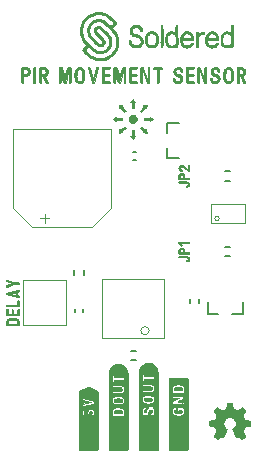
<source format=gbr>
%TF.GenerationSoftware,KiCad,Pcbnew,(6.0.2)*%
%TF.CreationDate,2022-05-16T11:26:32+02:00*%
%TF.ProjectId,Pir_movement_sensor,5069725f-6d6f-4766-956d-656e745f7365,rev?*%
%TF.SameCoordinates,PX55d4a80PY7bfa480*%
%TF.FileFunction,Legend,Top*%
%TF.FilePolarity,Positive*%
%FSLAX46Y46*%
G04 Gerber Fmt 4.6, Leading zero omitted, Abs format (unit mm)*
G04 Created by KiCad (PCBNEW (6.0.2)) date 2022-05-16 11:26:32*
%MOMM*%
%LPD*%
G01*
G04 APERTURE LIST*
%ADD10C,0.150000*%
%ADD11C,0.010000*%
%ADD12C,0.200000*%
%ADD13C,0.120000*%
%ADD14C,0.060000*%
G04 APERTURE END LIST*
D10*
%TO.C,*%
D11*
X11470000Y380000D02*
X11470000Y60000D01*
X11470000Y60000D02*
X11490000Y0D01*
X11490000Y0D02*
X13000000Y0D01*
X13000000Y0D02*
X13070000Y10000D01*
X13070000Y10000D02*
X13070000Y6550000D01*
X13070000Y6550000D02*
X13060000Y6630000D01*
X13060000Y6630000D02*
X13050000Y6710000D01*
X13050000Y6710000D02*
X13030000Y6780000D01*
X13030000Y6780000D02*
X13010000Y6860000D01*
X13010000Y6860000D02*
X12980000Y6930000D01*
X12980000Y6930000D02*
X12940000Y7000000D01*
X12940000Y7000000D02*
X12890000Y7060000D01*
X12890000Y7060000D02*
X12840000Y7120000D01*
X12840000Y7120000D02*
X12780000Y7180000D01*
X12780000Y7180000D02*
X12710000Y7230000D01*
X12710000Y7230000D02*
X12640000Y7270000D01*
X12640000Y7270000D02*
X12570000Y7300000D01*
X12570000Y7300000D02*
X12500000Y7330000D01*
X12500000Y7330000D02*
X12420000Y7350000D01*
X12420000Y7350000D02*
X12340000Y7360000D01*
X12340000Y7360000D02*
X12260000Y7360000D01*
X12260000Y7360000D02*
X12180000Y7350000D01*
X12180000Y7350000D02*
X12100000Y7340000D01*
X12100000Y7340000D02*
X12030000Y7320000D01*
X12030000Y7320000D02*
X11950000Y7290000D01*
X11950000Y7290000D02*
X11880000Y7260000D01*
X11880000Y7260000D02*
X11810000Y7220000D01*
X11810000Y7220000D02*
X11750000Y7170000D01*
X11750000Y7170000D02*
X11690000Y7110000D01*
X11690000Y7110000D02*
X11640000Y7050000D01*
X11640000Y7050000D02*
X11600000Y6990000D01*
X11600000Y6990000D02*
X11560000Y6920000D01*
X11560000Y6920000D02*
X11520000Y6840000D01*
X11520000Y6840000D02*
X11500000Y6770000D01*
X11500000Y6770000D02*
X11480000Y6690000D01*
X11480000Y6690000D02*
X11480000Y6610000D01*
X11480000Y6610000D02*
X11470000Y6530000D01*
X11470000Y6530000D02*
X11470000Y400000D01*
X11470000Y400000D02*
X11970000Y2940000D01*
X11970000Y2940000D02*
X11900000Y2960000D01*
X11900000Y2960000D02*
X11830000Y3000000D01*
X11830000Y3000000D02*
X11780000Y3060000D01*
X11780000Y3060000D02*
X11750000Y3130000D01*
X11750000Y3130000D02*
X11730000Y3210000D01*
X11730000Y3210000D02*
X11720000Y3290000D01*
X11720000Y3290000D02*
X11720000Y3380000D01*
X11720000Y3380000D02*
X11740000Y3460000D01*
X11740000Y3460000D02*
X11770000Y3530000D01*
X11770000Y3530000D02*
X11820000Y3580000D01*
X11820000Y3580000D02*
X11890000Y3620000D01*
X11890000Y3620000D02*
X11960000Y3640000D01*
X11960000Y3640000D02*
X12050000Y3640000D01*
X12050000Y3640000D02*
X12060000Y3560000D01*
X12060000Y3560000D02*
X12060000Y3480000D01*
X12060000Y3480000D02*
X12000000Y3440000D01*
X12000000Y3440000D02*
X11930000Y3410000D01*
X11930000Y3410000D02*
X11910000Y3330000D01*
X11910000Y3330000D02*
X11920000Y3250000D01*
X11920000Y3250000D02*
X11980000Y3210000D01*
X11980000Y3210000D02*
X12060000Y3220000D01*
X12060000Y3220000D02*
X12100000Y3270000D01*
X12100000Y3270000D02*
X12130000Y3350000D01*
X12130000Y3350000D02*
X12150000Y3440000D01*
X12150000Y3440000D02*
X12180000Y3520000D01*
X12180000Y3520000D02*
X12220000Y3590000D01*
X12220000Y3590000D02*
X12270000Y3640000D01*
X12270000Y3640000D02*
X12340000Y3680000D01*
X12340000Y3680000D02*
X12410000Y3700000D01*
X12410000Y3700000D02*
X12370000Y3930000D01*
X12370000Y3930000D02*
X12260000Y3930000D01*
X12260000Y3930000D02*
X12150000Y3930000D01*
X12150000Y3930000D02*
X12060000Y3940000D01*
X12060000Y3940000D02*
X11990000Y3950000D01*
X11990000Y3950000D02*
X11930000Y3960000D01*
X11930000Y3960000D02*
X11870000Y3990000D01*
X11870000Y3990000D02*
X11810000Y4040000D01*
X11810000Y4040000D02*
X11760000Y4100000D01*
X11760000Y4100000D02*
X11730000Y4170000D01*
X11730000Y4170000D02*
X11720000Y4250000D01*
X11720000Y4250000D02*
X11720000Y4340000D01*
X11720000Y4340000D02*
X11740000Y4420000D01*
X11740000Y4420000D02*
X11780000Y4480000D01*
X11780000Y4480000D02*
X11830000Y4540000D01*
X11830000Y4540000D02*
X11900000Y4580000D01*
X11900000Y4580000D02*
X11950000Y4600000D01*
X11950000Y4600000D02*
X12020000Y4620000D01*
X12020000Y4620000D02*
X12100000Y4630000D01*
X12100000Y4630000D02*
X12200000Y4630000D01*
X12200000Y4630000D02*
X12310000Y4630000D01*
X12310000Y4630000D02*
X12400000Y4620000D01*
X12400000Y4620000D02*
X12420000Y4870000D01*
X12420000Y4870000D02*
X11780000Y4870000D01*
X11780000Y4870000D02*
X11720000Y4900000D01*
X11720000Y4900000D02*
X11720000Y4980000D01*
X11720000Y4980000D02*
X11720000Y5060000D01*
X11720000Y5060000D02*
X11800000Y5070000D01*
X11800000Y5070000D02*
X12440000Y5070000D01*
X12440000Y5070000D02*
X12520000Y5080000D01*
X12520000Y5080000D02*
X12570000Y5130000D01*
X12570000Y5130000D02*
X12590000Y5210000D01*
X12590000Y5210000D02*
X12580000Y5290000D01*
X12580000Y5290000D02*
X12530000Y5360000D01*
X12530000Y5360000D02*
X12460000Y5380000D01*
X12460000Y5380000D02*
X11740000Y5380000D01*
X11740000Y5380000D02*
X11720000Y5450000D01*
X11720000Y5450000D02*
X11720000Y5530000D01*
X11720000Y5530000D02*
X11760000Y5570000D01*
X11760000Y5570000D02*
X11790000Y5810000D01*
X11790000Y5810000D02*
X11720000Y5820000D01*
X11720000Y5820000D02*
X11720000Y5900000D01*
X11720000Y5900000D02*
X11720000Y6380000D01*
X11720000Y6380000D02*
X11750000Y6440000D01*
X11750000Y6440000D02*
X11830000Y6440000D01*
X11830000Y6440000D02*
X11900000Y6440000D01*
X11900000Y6440000D02*
X11910000Y6360000D01*
X11910000Y6360000D02*
X11910000Y6280000D01*
X11910000Y6280000D02*
X11940000Y6220000D01*
X11940000Y6220000D02*
X12740000Y6220000D01*
X12740000Y6220000D02*
X12790000Y6200000D01*
X12790000Y6200000D02*
X12790000Y6120000D01*
X12790000Y6120000D02*
X12780000Y6040000D01*
X12780000Y6040000D02*
X12710000Y6020000D01*
X12710000Y6020000D02*
X11990000Y6020000D01*
X11990000Y6020000D02*
X11910000Y6020000D01*
X11910000Y6020000D02*
X11910000Y5860000D01*
X11910000Y5860000D02*
X11870000Y5810000D01*
X11870000Y5810000D02*
X11790000Y5810000D01*
X11790000Y5810000D02*
X11770000Y5570000D01*
X11770000Y5570000D02*
X12400000Y5570000D01*
X12400000Y5570000D02*
X12480000Y5570000D01*
X12480000Y5570000D02*
X12560000Y5550000D01*
X12560000Y5550000D02*
X12630000Y5520000D01*
X12630000Y5520000D02*
X12690000Y5460000D01*
X12690000Y5460000D02*
X12740000Y5400000D01*
X12740000Y5400000D02*
X12770000Y5330000D01*
X12770000Y5330000D02*
X12790000Y5250000D01*
X12790000Y5250000D02*
X12790000Y5200000D01*
X12790000Y5200000D02*
X12780000Y5120000D01*
X12780000Y5120000D02*
X12750000Y5050000D01*
X12750000Y5050000D02*
X12700000Y4980000D01*
X12700000Y4980000D02*
X12640000Y4930000D01*
X12640000Y4930000D02*
X12570000Y4890000D01*
X12570000Y4890000D02*
X12500000Y4870000D01*
X12500000Y4870000D02*
X12420000Y4870000D01*
X12420000Y4870000D02*
X12410000Y4620000D01*
X12410000Y4620000D02*
X12490000Y4620000D01*
X12490000Y4620000D02*
X12550000Y4600000D01*
X12550000Y4600000D02*
X12610000Y4580000D01*
X12610000Y4580000D02*
X12670000Y4540000D01*
X12670000Y4540000D02*
X12730000Y4480000D01*
X12730000Y4480000D02*
X12770000Y4420000D01*
X12770000Y4420000D02*
X12790000Y4350000D01*
X12790000Y4350000D02*
X12790000Y4270000D01*
X12790000Y4270000D02*
X12780000Y4190000D01*
X12780000Y4190000D02*
X12750000Y4110000D01*
X12750000Y4110000D02*
X12710000Y4050000D01*
X12710000Y4050000D02*
X12650000Y4000000D01*
X12650000Y4000000D02*
X12580000Y3970000D01*
X12580000Y3970000D02*
X12530000Y3950000D01*
X12530000Y3950000D02*
X12450000Y3940000D01*
X12450000Y3940000D02*
X12370000Y3930000D01*
X12370000Y3930000D02*
X12420000Y3700000D01*
X12420000Y3700000D02*
X12500000Y3700000D01*
X12500000Y3700000D02*
X12580000Y3680000D01*
X12580000Y3680000D02*
X12650000Y3640000D01*
X12650000Y3640000D02*
X12700000Y3590000D01*
X12700000Y3590000D02*
X12740000Y3530000D01*
X12740000Y3530000D02*
X12770000Y3450000D01*
X12770000Y3450000D02*
X12780000Y3370000D01*
X12780000Y3370000D02*
X12790000Y3290000D01*
X12790000Y3290000D02*
X12780000Y3210000D01*
X12780000Y3210000D02*
X12760000Y3130000D01*
X12760000Y3130000D02*
X12730000Y3060000D01*
X12730000Y3060000D02*
X12680000Y3000000D01*
X12680000Y3000000D02*
X12620000Y2950000D01*
X12620000Y2950000D02*
X12550000Y2920000D01*
X12550000Y2920000D02*
X12470000Y2910000D01*
X12470000Y2910000D02*
X12410000Y2940000D01*
X12410000Y2940000D02*
X12410000Y3100000D01*
X12410000Y3100000D02*
X12460000Y3140000D01*
X12460000Y3140000D02*
X12540000Y3160000D01*
X12540000Y3160000D02*
X12580000Y3220000D01*
X12580000Y3220000D02*
X12590000Y3300000D01*
X12590000Y3300000D02*
X12560000Y3380000D01*
X12560000Y3380000D02*
X12500000Y3420000D01*
X12500000Y3420000D02*
X12420000Y3400000D01*
X12420000Y3400000D02*
X12380000Y3360000D01*
X12380000Y3360000D02*
X12350000Y3280000D01*
X12350000Y3280000D02*
X12320000Y3190000D01*
X12320000Y3190000D02*
X12290000Y3100000D01*
X12290000Y3100000D02*
X12250000Y3040000D01*
X12250000Y3040000D02*
X12200000Y2990000D01*
X12200000Y2990000D02*
X12130000Y2950000D01*
X12130000Y2950000D02*
X12060000Y2940000D01*
X12060000Y2940000D02*
X11970000Y2940000D01*
X11970000Y2940000D02*
X11470000Y390000D01*
X11470000Y390000D02*
X11470000Y380000D01*
X11470000Y380000D02*
X11470000Y380000D01*
G36*
X12420000Y7350000D02*
G01*
X12500000Y7330000D01*
X12640000Y7270000D01*
X12710000Y7230000D01*
X12780000Y7180000D01*
X12840000Y7120000D01*
X12940000Y7000000D01*
X12980000Y6930000D01*
X13010000Y6860000D01*
X13030000Y6780000D01*
X13050000Y6710000D01*
X13070000Y6550000D01*
X13070000Y10000D01*
X13000000Y0D01*
X11490000Y0D01*
X11470000Y60000D01*
X11470000Y390000D01*
X11970000Y2940000D01*
X12060000Y2940000D01*
X12130000Y2950000D01*
X12200000Y2990000D01*
X12250000Y3040000D01*
X12290000Y3100000D01*
X12350000Y3280000D01*
X12380000Y3360000D01*
X12420000Y3400000D01*
X12500000Y3420000D01*
X12560000Y3380000D01*
X12590000Y3300000D01*
X12580000Y3220000D01*
X12540000Y3160000D01*
X12460000Y3140000D01*
X12410000Y3100000D01*
X12410000Y2940000D01*
X12470000Y2910000D01*
X12550000Y2920000D01*
X12620000Y2950000D01*
X12680000Y3000000D01*
X12730000Y3060000D01*
X12760000Y3130000D01*
X12780000Y3210000D01*
X12790000Y3290000D01*
X12770000Y3450000D01*
X12740000Y3530000D01*
X12700000Y3590000D01*
X12650000Y3640000D01*
X12580000Y3680000D01*
X12500000Y3700000D01*
X12420000Y3700000D01*
X12370000Y3930000D01*
X12530000Y3950000D01*
X12580000Y3970000D01*
X12650000Y4000000D01*
X12710000Y4050000D01*
X12750000Y4110000D01*
X12780000Y4190000D01*
X12790000Y4270000D01*
X12790000Y4350000D01*
X12770000Y4420000D01*
X12730000Y4480000D01*
X12670000Y4540000D01*
X12610000Y4580000D01*
X12490000Y4620000D01*
X12410000Y4620000D01*
X12420000Y4870000D01*
X12500000Y4870000D01*
X12570000Y4890000D01*
X12640000Y4930000D01*
X12700000Y4980000D01*
X12750000Y5050000D01*
X12780000Y5120000D01*
X12790000Y5200000D01*
X12790000Y5250000D01*
X12770000Y5330000D01*
X12740000Y5400000D01*
X12690000Y5460000D01*
X12630000Y5520000D01*
X12560000Y5550000D01*
X12480000Y5570000D01*
X11770000Y5570000D01*
X11790000Y5810000D01*
X11870000Y5810000D01*
X11910000Y5860000D01*
X11910000Y6020000D01*
X12710000Y6020000D01*
X12780000Y6040000D01*
X12790000Y6120000D01*
X12790000Y6200000D01*
X12740000Y6220000D01*
X11940000Y6220000D01*
X11910000Y6280000D01*
X11910000Y6360000D01*
X11900000Y6440000D01*
X11750000Y6440000D01*
X11720000Y6380000D01*
X11720000Y5820000D01*
X11790000Y5810000D01*
X11760000Y5570000D01*
X11720000Y5530000D01*
X11720000Y5450000D01*
X11740000Y5380000D01*
X12460000Y5380000D01*
X12530000Y5360000D01*
X12580000Y5290000D01*
X12590000Y5210000D01*
X12570000Y5130000D01*
X12520000Y5080000D01*
X12440000Y5070000D01*
X11800000Y5070000D01*
X11720000Y5060000D01*
X11720000Y4900000D01*
X11780000Y4870000D01*
X12420000Y4870000D01*
X12400000Y4620000D01*
X12310000Y4630000D01*
X12100000Y4630000D01*
X12020000Y4620000D01*
X11950000Y4600000D01*
X11900000Y4580000D01*
X11830000Y4540000D01*
X11780000Y4480000D01*
X11740000Y4420000D01*
X11720000Y4340000D01*
X11720000Y4250000D01*
X11730000Y4170000D01*
X11760000Y4100000D01*
X11810000Y4040000D01*
X11870000Y3990000D01*
X11930000Y3960000D01*
X11990000Y3950000D01*
X12060000Y3940000D01*
X12150000Y3930000D01*
X12370000Y3930000D01*
X12410000Y3700000D01*
X12340000Y3680000D01*
X12270000Y3640000D01*
X12220000Y3590000D01*
X12180000Y3520000D01*
X12150000Y3440000D01*
X12130000Y3350000D01*
X12100000Y3270000D01*
X12060000Y3220000D01*
X11980000Y3210000D01*
X11920000Y3250000D01*
X11910000Y3330000D01*
X11930000Y3410000D01*
X12000000Y3440000D01*
X12060000Y3480000D01*
X12060000Y3560000D01*
X12050000Y3640000D01*
X11960000Y3640000D01*
X11890000Y3620000D01*
X11820000Y3580000D01*
X11770000Y3530000D01*
X11740000Y3460000D01*
X11720000Y3380000D01*
X11720000Y3290000D01*
X11730000Y3210000D01*
X11750000Y3130000D01*
X11780000Y3060000D01*
X11830000Y3000000D01*
X11900000Y2960000D01*
X11970000Y2940000D01*
X11470000Y400000D01*
X11470000Y6530000D01*
X11480000Y6610000D01*
X11480000Y6690000D01*
X11500000Y6770000D01*
X11520000Y6840000D01*
X11560000Y6920000D01*
X11600000Y6990000D01*
X11640000Y7050000D01*
X11690000Y7110000D01*
X11750000Y7170000D01*
X11810000Y7220000D01*
X11880000Y7260000D01*
X11950000Y7290000D01*
X12030000Y7320000D01*
X12100000Y7340000D01*
X12260000Y7360000D01*
X12340000Y7360000D01*
X12420000Y7350000D01*
G37*
X12420000Y7350000D02*
X12500000Y7330000D01*
X12640000Y7270000D01*
X12710000Y7230000D01*
X12780000Y7180000D01*
X12840000Y7120000D01*
X12940000Y7000000D01*
X12980000Y6930000D01*
X13010000Y6860000D01*
X13030000Y6780000D01*
X13050000Y6710000D01*
X13070000Y6550000D01*
X13070000Y10000D01*
X13000000Y0D01*
X11490000Y0D01*
X11470000Y60000D01*
X11470000Y390000D01*
X11970000Y2940000D01*
X12060000Y2940000D01*
X12130000Y2950000D01*
X12200000Y2990000D01*
X12250000Y3040000D01*
X12290000Y3100000D01*
X12350000Y3280000D01*
X12380000Y3360000D01*
X12420000Y3400000D01*
X12500000Y3420000D01*
X12560000Y3380000D01*
X12590000Y3300000D01*
X12580000Y3220000D01*
X12540000Y3160000D01*
X12460000Y3140000D01*
X12410000Y3100000D01*
X12410000Y2940000D01*
X12470000Y2910000D01*
X12550000Y2920000D01*
X12620000Y2950000D01*
X12680000Y3000000D01*
X12730000Y3060000D01*
X12760000Y3130000D01*
X12780000Y3210000D01*
X12790000Y3290000D01*
X12770000Y3450000D01*
X12740000Y3530000D01*
X12700000Y3590000D01*
X12650000Y3640000D01*
X12580000Y3680000D01*
X12500000Y3700000D01*
X12420000Y3700000D01*
X12370000Y3930000D01*
X12530000Y3950000D01*
X12580000Y3970000D01*
X12650000Y4000000D01*
X12710000Y4050000D01*
X12750000Y4110000D01*
X12780000Y4190000D01*
X12790000Y4270000D01*
X12790000Y4350000D01*
X12770000Y4420000D01*
X12730000Y4480000D01*
X12670000Y4540000D01*
X12610000Y4580000D01*
X12490000Y4620000D01*
X12410000Y4620000D01*
X12420000Y4870000D01*
X12500000Y4870000D01*
X12570000Y4890000D01*
X12640000Y4930000D01*
X12700000Y4980000D01*
X12750000Y5050000D01*
X12780000Y5120000D01*
X12790000Y5200000D01*
X12790000Y5250000D01*
X12770000Y5330000D01*
X12740000Y5400000D01*
X12690000Y5460000D01*
X12630000Y5520000D01*
X12560000Y5550000D01*
X12480000Y5570000D01*
X11770000Y5570000D01*
X11790000Y5810000D01*
X11870000Y5810000D01*
X11910000Y5860000D01*
X11910000Y6020000D01*
X12710000Y6020000D01*
X12780000Y6040000D01*
X12790000Y6120000D01*
X12790000Y6200000D01*
X12740000Y6220000D01*
X11940000Y6220000D01*
X11910000Y6280000D01*
X11910000Y6360000D01*
X11900000Y6440000D01*
X11750000Y6440000D01*
X11720000Y6380000D01*
X11720000Y5820000D01*
X11790000Y5810000D01*
X11760000Y5570000D01*
X11720000Y5530000D01*
X11720000Y5450000D01*
X11740000Y5380000D01*
X12460000Y5380000D01*
X12530000Y5360000D01*
X12580000Y5290000D01*
X12590000Y5210000D01*
X12570000Y5130000D01*
X12520000Y5080000D01*
X12440000Y5070000D01*
X11800000Y5070000D01*
X11720000Y5060000D01*
X11720000Y4900000D01*
X11780000Y4870000D01*
X12420000Y4870000D01*
X12400000Y4620000D01*
X12310000Y4630000D01*
X12100000Y4630000D01*
X12020000Y4620000D01*
X11950000Y4600000D01*
X11900000Y4580000D01*
X11830000Y4540000D01*
X11780000Y4480000D01*
X11740000Y4420000D01*
X11720000Y4340000D01*
X11720000Y4250000D01*
X11730000Y4170000D01*
X11760000Y4100000D01*
X11810000Y4040000D01*
X11870000Y3990000D01*
X11930000Y3960000D01*
X11990000Y3950000D01*
X12060000Y3940000D01*
X12150000Y3930000D01*
X12370000Y3930000D01*
X12410000Y3700000D01*
X12340000Y3680000D01*
X12270000Y3640000D01*
X12220000Y3590000D01*
X12180000Y3520000D01*
X12150000Y3440000D01*
X12130000Y3350000D01*
X12100000Y3270000D01*
X12060000Y3220000D01*
X11980000Y3210000D01*
X11920000Y3250000D01*
X11910000Y3330000D01*
X11930000Y3410000D01*
X12000000Y3440000D01*
X12060000Y3480000D01*
X12060000Y3560000D01*
X12050000Y3640000D01*
X11960000Y3640000D01*
X11890000Y3620000D01*
X11820000Y3580000D01*
X11770000Y3530000D01*
X11740000Y3460000D01*
X11720000Y3380000D01*
X11720000Y3290000D01*
X11730000Y3210000D01*
X11750000Y3130000D01*
X11780000Y3060000D01*
X11830000Y3000000D01*
X11900000Y2960000D01*
X11970000Y2940000D01*
X11470000Y400000D01*
X11470000Y6530000D01*
X11480000Y6610000D01*
X11480000Y6690000D01*
X11500000Y6770000D01*
X11520000Y6840000D01*
X11560000Y6920000D01*
X11600000Y6990000D01*
X11640000Y7050000D01*
X11690000Y7110000D01*
X11750000Y7170000D01*
X11810000Y7220000D01*
X11880000Y7260000D01*
X11950000Y7290000D01*
X12030000Y7320000D01*
X12100000Y7340000D01*
X12260000Y7360000D01*
X12340000Y7360000D01*
X12420000Y7350000D01*
X12590000Y4240000D02*
X12580000Y4330000D01*
X12580000Y4330000D02*
X12550000Y4390000D01*
X12550000Y4390000D02*
X12500000Y4420000D01*
X12500000Y4420000D02*
X12440000Y4430000D01*
X12440000Y4430000D02*
X12360000Y4440000D01*
X12360000Y4440000D02*
X12240000Y4440000D01*
X12240000Y4440000D02*
X12130000Y4440000D01*
X12130000Y4440000D02*
X12050000Y4430000D01*
X12050000Y4430000D02*
X11990000Y4420000D01*
X11990000Y4420000D02*
X11940000Y4390000D01*
X11940000Y4390000D02*
X11920000Y4310000D01*
X11920000Y4310000D02*
X11930000Y4220000D01*
X11930000Y4220000D02*
X11970000Y4160000D01*
X11970000Y4160000D02*
X12020000Y4140000D01*
X12020000Y4140000D02*
X12080000Y4130000D01*
X12080000Y4130000D02*
X12180000Y4130000D01*
X12180000Y4130000D02*
X12300000Y4130000D01*
X12300000Y4130000D02*
X12410000Y4130000D01*
X12410000Y4130000D02*
X12480000Y4140000D01*
X12480000Y4140000D02*
X12520000Y4150000D01*
X12520000Y4150000D02*
X12590000Y4240000D01*
X12590000Y4240000D02*
X12590000Y4240000D01*
G36*
X12440000Y4430000D02*
G01*
X12500000Y4420000D01*
X12550000Y4390000D01*
X12580000Y4330000D01*
X12590000Y4240000D01*
X12520000Y4150000D01*
X12480000Y4140000D01*
X12410000Y4130000D01*
X12080000Y4130000D01*
X12020000Y4140000D01*
X11970000Y4160000D01*
X11930000Y4220000D01*
X11920000Y4310000D01*
X11940000Y4390000D01*
X11990000Y4420000D01*
X12050000Y4430000D01*
X12130000Y4440000D01*
X12360000Y4440000D01*
X12440000Y4430000D01*
G37*
X12440000Y4430000D02*
X12500000Y4420000D01*
X12550000Y4390000D01*
X12580000Y4330000D01*
X12590000Y4240000D01*
X12520000Y4150000D01*
X12480000Y4140000D01*
X12410000Y4130000D01*
X12080000Y4130000D01*
X12020000Y4140000D01*
X11970000Y4160000D01*
X11930000Y4220000D01*
X11920000Y4310000D01*
X11940000Y4390000D01*
X11990000Y4420000D01*
X12050000Y4430000D01*
X12130000Y4440000D01*
X12360000Y4440000D01*
X12440000Y4430000D01*
X14010000Y340000D02*
X14010000Y20000D01*
X14010000Y20000D02*
X14070000Y0D01*
X14070000Y0D02*
X15580000Y0D01*
X15580000Y0D02*
X15610000Y60000D01*
X15610000Y60000D02*
X15610000Y6020000D01*
X15610000Y6020000D02*
X15060000Y3660000D01*
X15060000Y3660000D02*
X15130000Y3630000D01*
X15130000Y3630000D02*
X15200000Y3600000D01*
X15200000Y3600000D02*
X15250000Y3540000D01*
X15250000Y3540000D02*
X15290000Y3480000D01*
X15290000Y3480000D02*
X15320000Y3410000D01*
X15320000Y3410000D02*
X15330000Y3320000D01*
X15330000Y3320000D02*
X15320000Y3220000D01*
X15320000Y3220000D02*
X15300000Y3140000D01*
X15300000Y3140000D02*
X15270000Y3080000D01*
X15270000Y3080000D02*
X15230000Y3020000D01*
X15230000Y3020000D02*
X15160000Y2970000D01*
X15160000Y2970000D02*
X15090000Y2930000D01*
X15090000Y2930000D02*
X15020000Y2910000D01*
X15020000Y2910000D02*
X14950000Y2910000D01*
X14950000Y2910000D02*
X14870000Y2900000D01*
X14870000Y2900000D02*
X14770000Y2900000D01*
X14770000Y2900000D02*
X14680000Y2900000D01*
X14680000Y2900000D02*
X14610000Y2910000D01*
X14610000Y2910000D02*
X14540000Y2920000D01*
X14540000Y2920000D02*
X14460000Y2950000D01*
X14460000Y2950000D02*
X14400000Y2980000D01*
X14400000Y2980000D02*
X14340000Y3040000D01*
X14340000Y3040000D02*
X14300000Y3100000D01*
X14300000Y3100000D02*
X14270000Y3170000D01*
X14270000Y3170000D02*
X14260000Y3250000D01*
X14260000Y3250000D02*
X14260000Y3340000D01*
X14260000Y3340000D02*
X14270000Y3420000D01*
X14270000Y3420000D02*
X14300000Y3500000D01*
X14300000Y3500000D02*
X14340000Y3560000D01*
X14340000Y3560000D02*
X14400000Y3620000D01*
X14400000Y3620000D02*
X14460000Y3650000D01*
X14460000Y3650000D02*
X14320000Y3910000D01*
X14320000Y3910000D02*
X14260000Y3940000D01*
X14260000Y3940000D02*
X14260000Y4100000D01*
X14260000Y4100000D02*
X14270000Y4170000D01*
X14270000Y4170000D02*
X14790000Y4380000D01*
X14790000Y4380000D02*
X14860000Y4410000D01*
X14860000Y4410000D02*
X14780000Y4410000D01*
X14780000Y4410000D02*
X14300000Y4410000D01*
X14300000Y4410000D02*
X14260000Y4460000D01*
X14260000Y4460000D02*
X14260000Y4540000D01*
X14260000Y4540000D02*
X14280000Y4610000D01*
X14280000Y4610000D02*
X15240000Y4610000D01*
X15240000Y4610000D02*
X15250000Y4840000D01*
X15250000Y4840000D02*
X14300000Y4840000D01*
X14300000Y4840000D02*
X14260000Y4900000D01*
X14260000Y4900000D02*
X14260000Y5140000D01*
X14260000Y5140000D02*
X14260000Y5220000D01*
X14260000Y5220000D02*
X14280000Y5300000D01*
X14280000Y5300000D02*
X14310000Y5370000D01*
X14310000Y5370000D02*
X14350000Y5430000D01*
X14350000Y5430000D02*
X14410000Y5490000D01*
X14410000Y5490000D02*
X14470000Y5520000D01*
X14470000Y5520000D02*
X14530000Y5530000D01*
X14530000Y5530000D02*
X14610000Y5540000D01*
X14610000Y5540000D02*
X14700000Y5550000D01*
X14700000Y5550000D02*
X14800000Y5550000D01*
X14800000Y5550000D02*
X14900000Y5550000D01*
X14900000Y5550000D02*
X14990000Y5540000D01*
X14990000Y5540000D02*
X15060000Y5530000D01*
X15060000Y5530000D02*
X15120000Y5520000D01*
X15120000Y5520000D02*
X15180000Y5480000D01*
X15180000Y5480000D02*
X15240000Y5420000D01*
X15240000Y5420000D02*
X15280000Y5360000D01*
X15280000Y5360000D02*
X15310000Y5290000D01*
X15310000Y5290000D02*
X15330000Y5210000D01*
X15330000Y5210000D02*
X15330000Y5180000D01*
X15330000Y5180000D02*
X15330000Y4940000D01*
X15330000Y4940000D02*
X15320000Y4860000D01*
X15320000Y4860000D02*
X15250000Y4850000D01*
X15250000Y4850000D02*
X15240000Y4610000D01*
X15240000Y4610000D02*
X15310000Y4600000D01*
X15310000Y4600000D02*
X15330000Y4520000D01*
X15330000Y4520000D02*
X15330000Y4440000D01*
X15330000Y4440000D02*
X15320000Y4360000D01*
X15320000Y4360000D02*
X15270000Y4320000D01*
X15270000Y4320000D02*
X14820000Y4140000D01*
X14820000Y4140000D02*
X14780000Y4100000D01*
X14780000Y4100000D02*
X15250000Y4100000D01*
X15250000Y4100000D02*
X15330000Y4090000D01*
X15330000Y4090000D02*
X15330000Y4020000D01*
X15330000Y4020000D02*
X15330000Y3940000D01*
X15330000Y3940000D02*
X15270000Y3910000D01*
X15270000Y3910000D02*
X14320000Y3910000D01*
X14320000Y3910000D02*
X14460000Y3650000D01*
X14460000Y3650000D02*
X14540000Y3670000D01*
X14540000Y3670000D02*
X14590000Y3620000D01*
X14590000Y3620000D02*
X14590000Y3460000D01*
X14590000Y3460000D02*
X14520000Y3420000D01*
X14520000Y3420000D02*
X14470000Y3370000D01*
X14470000Y3370000D02*
X14460000Y3280000D01*
X14460000Y3280000D02*
X14470000Y3190000D01*
X14470000Y3190000D02*
X14510000Y3140000D01*
X14510000Y3140000D02*
X14560000Y3120000D01*
X14560000Y3120000D02*
X14620000Y3110000D01*
X14620000Y3110000D02*
X14720000Y3100000D01*
X14720000Y3100000D02*
X14840000Y3100000D01*
X14840000Y3100000D02*
X14940000Y3110000D01*
X14940000Y3110000D02*
X15020000Y3110000D01*
X15020000Y3110000D02*
X15060000Y3130000D01*
X15060000Y3130000D02*
X15110000Y3180000D01*
X15110000Y3180000D02*
X15130000Y3260000D01*
X15130000Y3260000D02*
X15120000Y3340000D01*
X15120000Y3340000D02*
X15070000Y3390000D01*
X15070000Y3390000D02*
X14990000Y3410000D01*
X14990000Y3410000D02*
X14900000Y3410000D01*
X14900000Y3410000D02*
X14890000Y3340000D01*
X14890000Y3340000D02*
X14860000Y3280000D01*
X14860000Y3280000D02*
X14780000Y3280000D01*
X14780000Y3280000D02*
X14700000Y3290000D01*
X14700000Y3290000D02*
X14700000Y3370000D01*
X14700000Y3370000D02*
X14700000Y3610000D01*
X14700000Y3610000D02*
X14730000Y3670000D01*
X14730000Y3670000D02*
X14970000Y3670000D01*
X14970000Y3670000D02*
X15060000Y3660000D01*
X15060000Y3660000D02*
X15610000Y6020000D01*
X15610000Y6020000D02*
X15580000Y6070000D01*
X15580000Y6070000D02*
X14070000Y6070000D01*
X14070000Y6070000D02*
X14010000Y6040000D01*
X14010000Y6040000D02*
X14010000Y400000D01*
X14010000Y400000D02*
X14010000Y340000D01*
X14010000Y340000D02*
X14010000Y340000D01*
G36*
X15610000Y6020000D02*
G01*
X15610000Y60000D01*
X15580000Y0D01*
X14070000Y0D01*
X14010000Y20000D01*
X14010000Y3250000D01*
X14260000Y3250000D01*
X14270000Y3170000D01*
X14300000Y3100000D01*
X14340000Y3040000D01*
X14400000Y2980000D01*
X14460000Y2950000D01*
X14540000Y2920000D01*
X14680000Y2900000D01*
X14870000Y2900000D01*
X14950000Y2910000D01*
X15020000Y2910000D01*
X15090000Y2930000D01*
X15160000Y2970000D01*
X15230000Y3020000D01*
X15270000Y3080000D01*
X15300000Y3140000D01*
X15320000Y3220000D01*
X15330000Y3320000D01*
X15320000Y3410000D01*
X15290000Y3480000D01*
X15250000Y3540000D01*
X15200000Y3600000D01*
X15060000Y3660000D01*
X14970000Y3670000D01*
X14730000Y3670000D01*
X14700000Y3610000D01*
X14700000Y3290000D01*
X14780000Y3280000D01*
X14860000Y3280000D01*
X14890000Y3340000D01*
X14900000Y3410000D01*
X14990000Y3410000D01*
X15070000Y3390000D01*
X15120000Y3340000D01*
X15130000Y3260000D01*
X15110000Y3180000D01*
X15060000Y3130000D01*
X15020000Y3110000D01*
X14940000Y3110000D01*
X14840000Y3100000D01*
X14720000Y3100000D01*
X14620000Y3110000D01*
X14560000Y3120000D01*
X14510000Y3140000D01*
X14470000Y3190000D01*
X14460000Y3280000D01*
X14470000Y3370000D01*
X14520000Y3420000D01*
X14590000Y3460000D01*
X14590000Y3620000D01*
X14540000Y3670000D01*
X14460000Y3650000D01*
X14400000Y3620000D01*
X14340000Y3560000D01*
X14300000Y3500000D01*
X14270000Y3420000D01*
X14260000Y3340000D01*
X14260000Y3250000D01*
X14010000Y3250000D01*
X14010000Y3940000D01*
X14260000Y3940000D01*
X14320000Y3910000D01*
X15118263Y3910000D01*
X15270000Y3910000D01*
X15330000Y3940000D01*
X15330000Y4090000D01*
X15250000Y4100000D01*
X15162542Y4100000D01*
X15118263Y3910000D01*
X15162542Y4100000D01*
X14780000Y4100000D01*
X14820000Y4140000D01*
X15208037Y4295215D01*
X15270000Y4320000D01*
X15320000Y4360000D01*
X15330000Y4440000D01*
X15330000Y4520000D01*
X15310000Y4600000D01*
X15280064Y4604277D01*
X15208037Y4295215D01*
X15280064Y4604277D01*
X15240000Y4610000D01*
X14280000Y4610000D01*
X14260000Y4540000D01*
X14260000Y4460000D01*
X14300000Y4410000D01*
X14860000Y4410000D01*
X14790000Y4380000D01*
X14270000Y4170000D01*
X14260000Y4100000D01*
X14260000Y3940000D01*
X14010000Y3940000D01*
X14010000Y4900000D01*
X14260000Y4900000D01*
X14300000Y4840000D01*
X15249583Y4840000D01*
X15250000Y4850000D01*
X15320000Y4860000D01*
X15330000Y4940000D01*
X15330000Y5210000D01*
X15310000Y5290000D01*
X15280000Y5360000D01*
X15240000Y5420000D01*
X15180000Y5480000D01*
X15120000Y5520000D01*
X15060000Y5530000D01*
X14990000Y5540000D01*
X14900000Y5550000D01*
X14700000Y5550000D01*
X14610000Y5540000D01*
X14530000Y5530000D01*
X14470000Y5520000D01*
X14410000Y5490000D01*
X14350000Y5430000D01*
X14310000Y5370000D01*
X14280000Y5300000D01*
X14260000Y5220000D01*
X14260000Y4900000D01*
X14010000Y4900000D01*
X14010000Y6040000D01*
X14070000Y6070000D01*
X15580000Y6070000D01*
X15610000Y6020000D01*
G37*
X15610000Y6020000D02*
X15610000Y60000D01*
X15580000Y0D01*
X14070000Y0D01*
X14010000Y20000D01*
X14010000Y3250000D01*
X14260000Y3250000D01*
X14270000Y3170000D01*
X14300000Y3100000D01*
X14340000Y3040000D01*
X14400000Y2980000D01*
X14460000Y2950000D01*
X14540000Y2920000D01*
X14680000Y2900000D01*
X14870000Y2900000D01*
X14950000Y2910000D01*
X15020000Y2910000D01*
X15090000Y2930000D01*
X15160000Y2970000D01*
X15230000Y3020000D01*
X15270000Y3080000D01*
X15300000Y3140000D01*
X15320000Y3220000D01*
X15330000Y3320000D01*
X15320000Y3410000D01*
X15290000Y3480000D01*
X15250000Y3540000D01*
X15200000Y3600000D01*
X15060000Y3660000D01*
X14970000Y3670000D01*
X14730000Y3670000D01*
X14700000Y3610000D01*
X14700000Y3290000D01*
X14780000Y3280000D01*
X14860000Y3280000D01*
X14890000Y3340000D01*
X14900000Y3410000D01*
X14990000Y3410000D01*
X15070000Y3390000D01*
X15120000Y3340000D01*
X15130000Y3260000D01*
X15110000Y3180000D01*
X15060000Y3130000D01*
X15020000Y3110000D01*
X14940000Y3110000D01*
X14840000Y3100000D01*
X14720000Y3100000D01*
X14620000Y3110000D01*
X14560000Y3120000D01*
X14510000Y3140000D01*
X14470000Y3190000D01*
X14460000Y3280000D01*
X14470000Y3370000D01*
X14520000Y3420000D01*
X14590000Y3460000D01*
X14590000Y3620000D01*
X14540000Y3670000D01*
X14460000Y3650000D01*
X14400000Y3620000D01*
X14340000Y3560000D01*
X14300000Y3500000D01*
X14270000Y3420000D01*
X14260000Y3340000D01*
X14260000Y3250000D01*
X14010000Y3250000D01*
X14010000Y3940000D01*
X14260000Y3940000D01*
X14320000Y3910000D01*
X15118263Y3910000D01*
X15270000Y3910000D01*
X15330000Y3940000D01*
X15330000Y4090000D01*
X15250000Y4100000D01*
X15162542Y4100000D01*
X15118263Y3910000D01*
X15162542Y4100000D01*
X14780000Y4100000D01*
X14820000Y4140000D01*
X15208037Y4295215D01*
X15270000Y4320000D01*
X15320000Y4360000D01*
X15330000Y4440000D01*
X15330000Y4520000D01*
X15310000Y4600000D01*
X15280064Y4604277D01*
X15208037Y4295215D01*
X15280064Y4604277D01*
X15240000Y4610000D01*
X14280000Y4610000D01*
X14260000Y4540000D01*
X14260000Y4460000D01*
X14300000Y4410000D01*
X14860000Y4410000D01*
X14790000Y4380000D01*
X14270000Y4170000D01*
X14260000Y4100000D01*
X14260000Y3940000D01*
X14010000Y3940000D01*
X14010000Y4900000D01*
X14260000Y4900000D01*
X14300000Y4840000D01*
X15249583Y4840000D01*
X15250000Y4850000D01*
X15320000Y4860000D01*
X15330000Y4940000D01*
X15330000Y5210000D01*
X15310000Y5290000D01*
X15280000Y5360000D01*
X15240000Y5420000D01*
X15180000Y5480000D01*
X15120000Y5520000D01*
X15060000Y5530000D01*
X14990000Y5540000D01*
X14900000Y5550000D01*
X14700000Y5550000D01*
X14610000Y5540000D01*
X14530000Y5530000D01*
X14470000Y5520000D01*
X14410000Y5490000D01*
X14350000Y5430000D01*
X14310000Y5370000D01*
X14280000Y5300000D01*
X14260000Y5220000D01*
X14260000Y4900000D01*
X14010000Y4900000D01*
X14010000Y6040000D01*
X14070000Y6070000D01*
X15580000Y6070000D01*
X15610000Y6020000D01*
X15130000Y5110000D02*
X15130000Y5190000D01*
X15130000Y5190000D02*
X15110000Y5270000D01*
X15110000Y5270000D02*
X15060000Y5330000D01*
X15060000Y5330000D02*
X15020000Y5340000D01*
X15020000Y5340000D02*
X14940000Y5340000D01*
X14940000Y5340000D02*
X14840000Y5350000D01*
X14840000Y5350000D02*
X14720000Y5350000D01*
X14720000Y5350000D02*
X14630000Y5340000D01*
X14630000Y5340000D02*
X14560000Y5340000D01*
X14560000Y5340000D02*
X14510000Y5320000D01*
X14510000Y5320000D02*
X14470000Y5260000D01*
X14470000Y5260000D02*
X14450000Y5180000D01*
X14450000Y5180000D02*
X14450000Y5100000D01*
X14450000Y5100000D02*
X14480000Y5040000D01*
X14480000Y5040000D02*
X15120000Y5040000D01*
X15120000Y5040000D02*
X15130000Y5110000D01*
X15130000Y5110000D02*
X15130000Y5110000D01*
G36*
X14940000Y5340000D02*
G01*
X15020000Y5340000D01*
X15060000Y5330000D01*
X15110000Y5270000D01*
X15130000Y5190000D01*
X15130000Y5110000D01*
X15120000Y5040000D01*
X14480000Y5040000D01*
X14450000Y5100000D01*
X14450000Y5180000D01*
X14470000Y5260000D01*
X14510000Y5320000D01*
X14560000Y5340000D01*
X14630000Y5340000D01*
X14720000Y5350000D01*
X14840000Y5350000D01*
X14940000Y5340000D01*
G37*
X14940000Y5340000D02*
X15020000Y5340000D01*
X15060000Y5330000D01*
X15110000Y5270000D01*
X15130000Y5190000D01*
X15130000Y5110000D01*
X15120000Y5040000D01*
X14480000Y5040000D01*
X14450000Y5100000D01*
X14450000Y5180000D01*
X14470000Y5260000D01*
X14510000Y5320000D01*
X14560000Y5340000D01*
X14630000Y5340000D01*
X14720000Y5350000D01*
X14840000Y5350000D01*
X14940000Y5340000D01*
D12*
%TO.C,R2*%
X16550000Y12450000D02*
X16550000Y12750000D01*
X15850000Y12450000D02*
X15850000Y12750000D01*
%TO.C,C2*%
X19200000Y22800000D02*
X18800000Y22800000D01*
X19200000Y23600000D02*
X18800000Y23600000D01*
%TO.C,C3*%
X10800000Y7600000D02*
X11200000Y7600000D01*
X10800000Y8400000D02*
X11200000Y8400000D01*
%TO.C,Q2*%
X14900000Y24700000D02*
X13900000Y24700000D01*
X13900000Y24700000D02*
X13900000Y25600000D01*
X13900000Y26800000D02*
X13900000Y27700000D01*
X13900000Y27700000D02*
X14900000Y27700000D01*
D13*
%TO.C,C5*%
X850000Y27150000D02*
X9150000Y27150000D01*
X7550000Y18850000D02*
X2450000Y18850000D01*
X7550000Y18850000D02*
X9150000Y20450000D01*
X3500000Y19200000D02*
X3500000Y20000000D01*
X9150000Y27150000D02*
X9150000Y20450000D01*
X2450000Y18850000D02*
X850000Y20450000D01*
X850000Y20450000D02*
X850000Y27150000D01*
X3900000Y19600000D02*
X3100000Y19600000D01*
D12*
%TO.C,C1*%
X19200000Y16400000D02*
X18800000Y16400000D01*
X19200000Y17200000D02*
X18800000Y17200000D01*
D13*
%TO.C,U3*%
X13610000Y9500000D02*
X8400000Y9500000D01*
X8400000Y9500000D02*
X8400000Y14500000D01*
X8400000Y14500000D02*
X13610000Y14500000D01*
X13610000Y14500000D02*
X13610000Y9500000D01*
D14*
X12350000Y10095000D02*
G75*
G03*
X12350000Y10095000I-350000J0D01*
G01*
D12*
%TO.C,R4*%
X11250000Y24550000D02*
X10950000Y24550000D01*
X11250000Y25250000D02*
X10950000Y25250000D01*
%TO.C,REF\u002A\u002A*%
G36*
X15061819Y35146815D02*
G01*
X15122614Y35244782D01*
X15205168Y35323729D01*
X15308218Y35386040D01*
X15368629Y35414154D01*
X15417989Y35431145D01*
X15469245Y35439688D01*
X15535341Y35442459D01*
X15581418Y35442499D01*
X15710355Y35433868D01*
X15815587Y35407404D01*
X15904915Y35359976D01*
X15986142Y35288454D01*
X15998260Y35275287D01*
X16052077Y35205728D01*
X16090723Y35130262D01*
X16117045Y35040658D01*
X16133892Y34928682D01*
X16139206Y34867922D01*
X16144743Y34799031D01*
X16147577Y34745256D01*
X16144020Y34704690D01*
X16130386Y34675424D01*
X16102989Y34655549D01*
X16058140Y34643158D01*
X15992154Y34636341D01*
X15901344Y34633190D01*
X15782022Y34631797D01*
X15681241Y34630864D01*
X15251403Y34626215D01*
X15256441Y34547981D01*
X15277080Y34437482D01*
X15322600Y34350988D01*
X15392003Y34289456D01*
X15484294Y34253845D01*
X15571907Y34244675D01*
X15675111Y34253661D01*
X15754775Y34284495D01*
X15816535Y34340116D01*
X15848571Y34388810D01*
X15889407Y34462565D01*
X16005039Y34457463D01*
X16120671Y34452362D01*
X16115877Y34393042D01*
X16098595Y34323371D01*
X16061416Y34244692D01*
X16011564Y34169753D01*
X15956267Y34111301D01*
X15956095Y34111159D01*
X15853187Y34047165D01*
X15730292Y34005185D01*
X15595931Y33987322D01*
X15477413Y33992894D01*
X15410360Y34005784D01*
X15345483Y34024296D01*
X15326341Y34031535D01*
X15252287Y34074973D01*
X15175528Y34140165D01*
X15106719Y34216762D01*
X15057311Y34292831D01*
X15023397Y34384760D01*
X14999867Y34501831D01*
X14987609Y34635737D01*
X14987509Y34778173D01*
X14993699Y34860133D01*
X15260096Y34860133D01*
X15577379Y34864872D01*
X15894662Y34869610D01*
X15890628Y34936593D01*
X15868784Y35024745D01*
X15818069Y35101366D01*
X15744264Y35157796D01*
X15742295Y35158810D01*
X15656920Y35186183D01*
X15560637Y35191648D01*
X15466031Y35176118D01*
X15385690Y35140508D01*
X15373684Y35132014D01*
X15307262Y35061937D01*
X15268522Y34977364D01*
X15260096Y34913240D01*
X15260096Y34860133D01*
X14993699Y34860133D01*
X14994946Y34876650D01*
X15001138Y34913240D01*
X15020143Y35025535D01*
X15061819Y35146815D01*
G37*
G36*
X6728418Y33963875D02*
G01*
X6735048Y33974742D01*
X6759014Y34005010D01*
X6800953Y34052461D01*
X6854218Y34109723D01*
X6894111Y34151113D01*
X7024629Y34284498D01*
X6933729Y34385815D01*
X6784242Y34576882D01*
X6665888Y34780637D01*
X6579054Y34994383D01*
X6524127Y35215426D01*
X6501494Y35441068D01*
X6504338Y35505471D01*
X6777085Y35505471D01*
X6780933Y35364695D01*
X6795719Y35235911D01*
X6808372Y35175312D01*
X6835606Y35076344D01*
X6865856Y34987613D01*
X6901956Y34904975D01*
X6946736Y34824288D01*
X7003031Y34741407D01*
X7073672Y34652191D01*
X7161493Y34552494D01*
X7269327Y34438175D01*
X7400004Y34305089D01*
X7410605Y34294437D01*
X7527519Y34177819D01*
X7624188Y34083568D01*
X7704224Y34008758D01*
X7771241Y33950465D01*
X7828852Y33905763D01*
X7880670Y33871726D01*
X7930308Y33845429D01*
X7981381Y33823946D01*
X8000250Y33817027D01*
X8087514Y33796204D01*
X8193946Y33785864D01*
X8305483Y33786260D01*
X8408061Y33797643D01*
X8456209Y33808869D01*
X8586518Y33864465D01*
X8708062Y33948318D01*
X8813915Y34053959D01*
X8897153Y34174924D01*
X8934702Y34255661D01*
X8971712Y34399172D01*
X8979521Y34551137D01*
X8958829Y34702489D01*
X8910339Y34844164D01*
X8885403Y34892473D01*
X8860674Y34926676D01*
X8815004Y34981064D01*
X8752225Y35051422D01*
X8676169Y35133535D01*
X8590667Y35223189D01*
X8507073Y35308590D01*
X8407885Y35408420D01*
X8329771Y35486173D01*
X8269460Y35544596D01*
X8223683Y35586440D01*
X8189168Y35614451D01*
X8162646Y35631381D01*
X8140847Y35639976D01*
X8120499Y35642987D01*
X8108905Y35643258D01*
X8052748Y35634960D01*
X8005042Y35604938D01*
X7989538Y35590296D01*
X7955605Y35550975D01*
X7943652Y35516012D01*
X7946773Y35474488D01*
X7953143Y35452244D01*
X7967161Y35425681D01*
X7991467Y35391738D01*
X8028699Y35347354D01*
X8081496Y35289471D01*
X8152497Y35215026D01*
X8244341Y35120960D01*
X8302083Y35062393D01*
X8408009Y34954574D01*
X8491585Y34867881D01*
X8555459Y34799270D01*
X8602277Y34745694D01*
X8634686Y34704108D01*
X8655333Y34671469D01*
X8666862Y34644730D01*
X8667814Y34641583D01*
X8686647Y34530476D01*
X8674718Y34428504D01*
X8630760Y34330858D01*
X8562679Y34242609D01*
X8463649Y34153946D01*
X8360018Y34099057D01*
X8252830Y34078219D01*
X8143127Y34091706D01*
X8079989Y34114806D01*
X8044542Y34137799D01*
X7989446Y34182116D01*
X7918861Y34243740D01*
X7836946Y34318656D01*
X7747861Y34402845D01*
X7655767Y34492292D01*
X7564823Y34582981D01*
X7479189Y34670895D01*
X7403025Y34752017D01*
X7340491Y34822332D01*
X7313378Y34854987D01*
X7208591Y35012153D01*
X7136202Y35180988D01*
X7096832Y35359745D01*
X7089237Y35486096D01*
X7105810Y35670490D01*
X7152930Y35843480D01*
X7227816Y36002249D01*
X7327687Y36143979D01*
X7449761Y36265852D01*
X7591255Y36365050D01*
X7749390Y36438756D01*
X7921382Y36484151D01*
X8088638Y36498486D01*
X8234903Y36491853D01*
X8365550Y36469036D01*
X8486827Y36427208D01*
X8604983Y36363542D01*
X8726266Y36275211D01*
X8856923Y36159386D01*
X8873876Y36143171D01*
X8962111Y36060716D01*
X9031448Y36001372D01*
X9080532Y35966231D01*
X9105894Y35956195D01*
X9157480Y35969890D01*
X9209299Y36005239D01*
X9253788Y36053639D01*
X9283384Y36106486D01*
X9290527Y36155176D01*
X9288503Y36163951D01*
X9270428Y36191787D01*
X9230794Y36236994D01*
X9174791Y36294729D01*
X9107609Y36360150D01*
X9034440Y36428414D01*
X8960472Y36494678D01*
X8890896Y36554099D01*
X8830903Y36601833D01*
X8785935Y36632890D01*
X8618311Y36715087D01*
X8434704Y36774900D01*
X8244588Y36810306D01*
X8057441Y36819285D01*
X7950341Y36811123D01*
X7732378Y36766619D01*
X7531560Y36692323D01*
X7349460Y36589530D01*
X7187650Y36459537D01*
X7047703Y36303638D01*
X6931191Y36123131D01*
X6839688Y35919310D01*
X6828036Y35886278D01*
X6800951Y35777609D01*
X6783862Y35646891D01*
X6777085Y35505471D01*
X6504338Y35505471D01*
X6511541Y35668616D01*
X6554655Y35895371D01*
X6631223Y36118639D01*
X6672246Y36208282D01*
X6784150Y36397619D01*
X6922172Y36567956D01*
X7082598Y36717422D01*
X7261716Y36844140D01*
X7455811Y36946239D01*
X7661172Y37021843D01*
X7874084Y37069079D01*
X8090835Y37086073D01*
X8307712Y37070952D01*
X8363146Y37061626D01*
X8528058Y37024559D01*
X8676153Y36977437D01*
X8813602Y36916805D01*
X8946576Y36839212D01*
X9081247Y36741205D01*
X9223787Y36619330D01*
X9326966Y36522407D01*
X9405449Y36445342D01*
X9476438Y36373418D01*
X9535614Y36311188D01*
X9578658Y36263205D01*
X9601251Y36234025D01*
X9602350Y36232066D01*
X9619656Y36180477D01*
X9627228Y36122016D01*
X9627242Y36119877D01*
X9624891Y36090732D01*
X9615182Y36062698D01*
X9594131Y36030083D01*
X9557756Y35987194D01*
X9502072Y35928339D01*
X9470774Y35896270D01*
X9411931Y35835010D01*
X9363193Y35781876D01*
X9329189Y35742091D01*
X9314547Y35720879D01*
X9314306Y35719685D01*
X9325921Y35699542D01*
X9356209Y35663890D01*
X9393893Y35625146D01*
X9464701Y35546243D01*
X9540006Y35445689D01*
X9612496Y35334537D01*
X9674856Y35223839D01*
X9711976Y35144400D01*
X9755583Y35032285D01*
X9786919Y34933401D01*
X9807830Y34837598D01*
X9820160Y34734725D01*
X9825752Y34614633D01*
X9826643Y34513210D01*
X9823383Y34361575D01*
X9812481Y34234142D01*
X9791685Y34120764D01*
X9758739Y34011292D01*
X9711392Y33895578D01*
X9670291Y33809104D01*
X9553842Y33611471D01*
X9410659Y33432646D01*
X9244363Y33275605D01*
X9058573Y33143330D01*
X8856910Y33038797D01*
X8644970Y32965506D01*
X8522148Y32941175D01*
X8379446Y32925826D01*
X8229886Y32919945D01*
X8086489Y32924019D01*
X7962278Y32938534D01*
X7955626Y32939765D01*
X7722467Y33001015D01*
X7505149Y33093189D01*
X7303832Y33216217D01*
X7287508Y33228062D01*
X7234917Y33270068D01*
X7166794Y33329323D01*
X7088988Y33400218D01*
X7007346Y33477147D01*
X6927718Y33554502D01*
X6855951Y33626675D01*
X6797895Y33688059D01*
X6759398Y33733048D01*
X6755825Y33737824D01*
X6716654Y33814786D01*
X6709698Y33872669D01*
X7053203Y33872669D01*
X7069154Y33831605D01*
X7106024Y33781203D01*
X7165568Y33716978D01*
X7249541Y33634443D01*
X7250790Y33633241D01*
X7362590Y33529523D01*
X7460682Y33448132D01*
X7552562Y33383838D01*
X7645727Y33331411D01*
X7747674Y33285623D01*
X7751128Y33284223D01*
X7863413Y33243530D01*
X7969024Y33216715D01*
X8079368Y33201966D01*
X8205848Y33197467D01*
X8288570Y33198767D01*
X8389836Y33202849D01*
X8467819Y33209565D01*
X8533997Y33220726D01*
X8599846Y33238144D01*
X8657658Y33256995D01*
X8857722Y33343196D01*
X9037740Y33456975D01*
X9195654Y33596154D01*
X9329405Y33758551D01*
X9436933Y33941989D01*
X9516179Y34144287D01*
X9525234Y34175180D01*
X9545385Y34258590D01*
X9557539Y34342116D01*
X9563198Y34438811D01*
X9564103Y34513210D01*
X9558698Y34667040D01*
X9540360Y34800720D01*
X9506048Y34927436D01*
X9452720Y35060373D01*
X9423691Y35121698D01*
X9400538Y35168052D01*
X9378536Y35208591D01*
X9354663Y35246895D01*
X9325896Y35286545D01*
X9289212Y35331124D01*
X9241590Y35384211D01*
X9180007Y35449388D01*
X9101439Y35530237D01*
X9002864Y35630338D01*
X8944980Y35688879D01*
X8822385Y35812086D01*
X8720275Y35912667D01*
X8635268Y35993283D01*
X8563983Y36056595D01*
X8503037Y36105262D01*
X8449051Y36141946D01*
X8398641Y36169306D01*
X8348426Y36190004D01*
X8295026Y36206700D01*
X8282482Y36210109D01*
X8132860Y36232545D01*
X7981712Y36222884D01*
X7835186Y36182945D01*
X7699431Y36114545D01*
X7580595Y36019500D01*
X7558075Y35996009D01*
X7459742Y35864654D01*
X7394056Y35722929D01*
X7361387Y35573391D01*
X7362103Y35418596D01*
X7396574Y35261103D01*
X7437245Y35158516D01*
X7456883Y35120085D01*
X7480905Y35081452D01*
X7512532Y35038880D01*
X7554984Y34988634D01*
X7611481Y34926978D01*
X7685243Y34850174D01*
X7779492Y34754489D01*
X7824601Y34709135D01*
X7923843Y34609679D01*
X8001904Y34532154D01*
X8062114Y34473829D01*
X8107801Y34431972D01*
X8142295Y34403853D01*
X8168926Y34386741D01*
X8191023Y34377903D01*
X8211916Y34374609D01*
X8232986Y34374128D01*
X8307920Y34387773D01*
X8361196Y34426537D01*
X8389330Y34487160D01*
X8392882Y34523742D01*
X8391549Y34543945D01*
X8385777Y34564557D01*
X8372905Y34588768D01*
X8350271Y34619766D01*
X8315214Y34660742D01*
X8265074Y34714885D01*
X8197189Y34785385D01*
X8108898Y34875430D01*
X8047720Y34937434D01*
X7938665Y35048398D01*
X7851903Y35138659D01*
X7784921Y35211879D01*
X7735202Y35271716D01*
X7700232Y35321833D01*
X7677496Y35365888D01*
X7664478Y35407541D01*
X7658664Y35450454D01*
X7657539Y35498286D01*
X7657607Y35505178D01*
X7673188Y35599938D01*
X7718811Y35691781D01*
X7796379Y35784186D01*
X7825308Y35811757D01*
X7927545Y35886933D01*
X8031640Y35927829D01*
X8136570Y35934327D01*
X8241310Y35906305D01*
X8310404Y35868466D01*
X8343174Y35842432D01*
X8396010Y35795235D01*
X8464848Y35730743D01*
X8545620Y35652826D01*
X8634261Y35565354D01*
X8725179Y35473749D01*
X8832160Y35364081D01*
X8917335Y35274821D01*
X8983919Y35202233D01*
X9035130Y35142582D01*
X9074182Y35092133D01*
X9104293Y35047151D01*
X9127018Y35007090D01*
X9188332Y34872602D01*
X9226449Y34742474D01*
X9244795Y34602698D01*
X9247717Y34513210D01*
X9232376Y34332367D01*
X9186521Y34163087D01*
X9113193Y34007818D01*
X9015433Y33869008D01*
X8896282Y33749105D01*
X8758780Y33650557D01*
X8605969Y33575811D01*
X8440888Y33527316D01*
X8266580Y33507518D01*
X8086084Y33518867D01*
X8026065Y33529783D01*
X7914721Y33559365D01*
X7813385Y33600571D01*
X7715082Y33657558D01*
X7612838Y33734484D01*
X7499679Y33835504D01*
X7477254Y33856913D01*
X7390725Y33938378D01*
X7323242Y33995960D01*
X7270212Y34031272D01*
X7227040Y34045928D01*
X7189131Y34041540D01*
X7151890Y34019722D01*
X7113320Y33984696D01*
X7077041Y33944729D01*
X7056417Y33908882D01*
X7053203Y33872669D01*
X6709698Y33872669D01*
X6707300Y33892618D01*
X6728418Y33963875D01*
G37*
G36*
X12017970Y34832546D02*
G01*
X12019182Y34914929D01*
X12022089Y34975423D01*
X12027420Y35020468D01*
X12035900Y35056506D01*
X12048258Y35089977D01*
X12062949Y35122491D01*
X12129743Y35237661D01*
X12211728Y35326286D01*
X12307736Y35391366D01*
X12360681Y35417380D01*
X12411187Y35433686D01*
X12471541Y35443109D01*
X12554028Y35448471D01*
X12556674Y35448586D01*
X12643275Y35450410D01*
X12708243Y35446124D01*
X12764411Y35434220D01*
X12810141Y35418759D01*
X12927915Y35358496D01*
X13022891Y35273844D01*
X13098448Y35161672D01*
X13107929Y35143065D01*
X13165161Y35026809D01*
X13165161Y34730893D01*
X13164955Y34622373D01*
X13163779Y34541893D01*
X13160799Y34482723D01*
X13155181Y34438131D01*
X13146089Y34401387D01*
X13132690Y34365762D01*
X13114997Y34326362D01*
X13046788Y34214514D01*
X12956135Y34119615D01*
X12850992Y34049694D01*
X12832110Y34040807D01*
X12757263Y34017857D01*
X12662989Y34003093D01*
X12563915Y33997681D01*
X12474668Y34002789D01*
X12439053Y34009461D01*
X12311003Y34059154D01*
X12200225Y34138151D01*
X12109466Y34244162D01*
X12065266Y34320795D01*
X12048103Y34357034D01*
X12035663Y34389484D01*
X12027185Y34424546D01*
X12021912Y34468622D01*
X12019084Y34528116D01*
X12017942Y34609430D01*
X12017728Y34718966D01*
X12017728Y34719348D01*
X12258384Y34719348D01*
X12263537Y34602501D01*
X12277419Y34500076D01*
X12299146Y34419161D01*
X12321315Y34375049D01*
X12386790Y34311338D01*
X12471817Y34269731D01*
X12567973Y34251684D01*
X12666836Y34258651D01*
X12759981Y34292090D01*
X12769714Y34297562D01*
X12820421Y34332272D01*
X12857852Y34372212D01*
X12883895Y34423028D01*
X12900438Y34490360D01*
X12909367Y34579852D01*
X12912571Y34697148D01*
X12912692Y34725049D01*
X12911501Y34816877D01*
X12907974Y34899968D01*
X12902624Y34966186D01*
X12895967Y35007397D01*
X12894530Y35011907D01*
X12846962Y35091476D01*
X12775894Y35152329D01*
X12688828Y35191501D01*
X12593262Y35206025D01*
X12496695Y35192937D01*
X12465080Y35181717D01*
X12388014Y35141236D01*
X12332754Y35090203D01*
X12295590Y35022417D01*
X12272815Y34931675D01*
X12262845Y34843532D01*
X12258384Y34719348D01*
X12017728Y34719348D01*
X12017728Y34721835D01*
X12017970Y34832546D01*
G37*
G36*
X13546706Y35997006D02*
G01*
X13558829Y35987520D01*
X13561531Y35966318D01*
X13564077Y35913594D01*
X13566418Y35832596D01*
X13568505Y35726573D01*
X13570290Y35598772D01*
X13571722Y35452443D01*
X13572755Y35290833D01*
X13573338Y35117192D01*
X13573451Y35014281D01*
X13573421Y34806158D01*
X13573157Y34630081D01*
X13572582Y34483324D01*
X13571621Y34363163D01*
X13570199Y34266874D01*
X13568240Y34191730D01*
X13565669Y34135008D01*
X13562411Y34093983D01*
X13558389Y34065930D01*
X13553530Y34048123D01*
X13547757Y34037839D01*
X13546397Y34036355D01*
X13508512Y34017729D01*
X13452595Y34009731D01*
X13393855Y34012777D01*
X13347496Y34027282D01*
X13342145Y34030767D01*
X13335791Y34037438D01*
X13330442Y34049161D01*
X13326030Y34068655D01*
X13322486Y34098640D01*
X13319741Y34141835D01*
X13317727Y34200960D01*
X13316377Y34278734D01*
X13315620Y34377877D01*
X13315390Y34501109D01*
X13315616Y34651148D01*
X13316232Y34830714D01*
X13317091Y35026078D01*
X13321629Y35999658D01*
X13433051Y36004906D01*
X13505085Y36005092D01*
X13546706Y35997006D01*
G37*
G36*
X16410256Y35435062D02*
G01*
X16432901Y35434634D01*
X16483063Y35427339D01*
X16514410Y35400762D01*
X16534293Y35347863D01*
X16537293Y35334668D01*
X16553347Y35293111D01*
X16580092Y35280446D01*
X16621425Y35296233D01*
X16657366Y35321091D01*
X16747473Y35376451D01*
X16849579Y35411274D01*
X16949589Y35427286D01*
X17028607Y35430349D01*
X17079994Y35417912D01*
X17108714Y35386581D01*
X17119731Y35332963D01*
X17120329Y35310552D01*
X17115225Y35241301D01*
X17096062Y35199580D01*
X17057060Y35179145D01*
X16993673Y35173757D01*
X16877647Y35163790D01*
X16783565Y35132606D01*
X16708569Y35081781D01*
X16671479Y35047264D01*
X16642423Y35013347D01*
X16620421Y34975351D01*
X16604495Y34928593D01*
X16593667Y34868393D01*
X16586956Y34790071D01*
X16583385Y34688944D01*
X16581975Y34560333D01*
X16581765Y34475335D01*
X16581454Y34336060D01*
X16580105Y34227688D01*
X16576658Y34146354D01*
X16570052Y34088189D01*
X16559229Y34049327D01*
X16543127Y34025902D01*
X16520687Y34014046D01*
X16490850Y34009893D01*
X16454097Y34009564D01*
X16400487Y34014037D01*
X16358016Y34024483D01*
X16351027Y34027813D01*
X16343340Y34034343D01*
X16337063Y34046277D01*
X16332052Y34066873D01*
X16328168Y34099391D01*
X16325269Y34147088D01*
X16323214Y34213224D01*
X16321861Y34301057D01*
X16321069Y34413847D01*
X16320696Y34554852D01*
X16320603Y34727330D01*
X16320603Y34729531D01*
X16320512Y34904864D01*
X16320573Y35048561D01*
X16321284Y35163754D01*
X16323145Y35253575D01*
X16326653Y35321158D01*
X16332309Y35369634D01*
X16340611Y35402137D01*
X16352057Y35421798D01*
X16367148Y35431751D01*
X16386381Y35435128D01*
X16410256Y35435062D01*
G37*
G36*
X11398268Y35997928D02*
G01*
X11508090Y35969832D01*
X11552089Y35950687D01*
X11669930Y35873120D01*
X11758571Y35776727D01*
X11817893Y35661680D01*
X11847778Y35528147D01*
X11847966Y35526344D01*
X11849239Y35455551D01*
X11832372Y35411470D01*
X11792939Y35388859D01*
X11726508Y35382478D01*
X11726404Y35382478D01*
X11659168Y35388122D01*
X11617817Y35409522D01*
X11594665Y35453378D01*
X11584461Y35506238D01*
X11556725Y35595262D01*
X11502085Y35665923D01*
X11424662Y35715553D01*
X11328581Y35741483D01*
X11221149Y35741429D01*
X11118242Y35716243D01*
X11041174Y35668842D01*
X10991149Y35600585D01*
X10969371Y35512829D01*
X10969785Y35457735D01*
X10983140Y35386325D01*
X11012693Y35328113D01*
X11062325Y35280125D01*
X11135918Y35239390D01*
X11237356Y35202934D01*
X11338354Y35175545D01*
X11502187Y35125793D01*
X11635078Y35064308D01*
X11739367Y34989418D01*
X11817396Y34899452D01*
X11870462Y34795525D01*
X11896476Y34690101D01*
X11903446Y34571998D01*
X11891831Y34454629D01*
X11862087Y34351408D01*
X11854787Y34335250D01*
X11780843Y34221181D01*
X11681462Y34127654D01*
X11561073Y34057399D01*
X11424099Y34013144D01*
X11308572Y33998429D01*
X11214909Y33998088D01*
X11131675Y34005212D01*
X11086383Y34014303D01*
X10950838Y34069411D01*
X10835829Y34150247D01*
X10744333Y34253345D01*
X10679325Y34375237D01*
X10643779Y34512458D01*
X10641296Y34532952D01*
X10637787Y34606535D01*
X10648949Y34652734D01*
X10679332Y34677426D01*
X10733487Y34686492D01*
X10760562Y34687064D01*
X10835824Y34682471D01*
X10882760Y34666197D01*
X10906896Y34634496D01*
X10913758Y34583626D01*
X10913758Y34583272D01*
X10927866Y34482221D01*
X10971096Y34398722D01*
X11044811Y34330657D01*
X11095605Y34300680D01*
X11172189Y34275505D01*
X11264905Y34265242D01*
X11358261Y34270348D01*
X11435319Y34290652D01*
X11522202Y34345204D01*
X11586752Y34421002D01*
X11625392Y34511280D01*
X11634544Y34609272D01*
X11627904Y34654915D01*
X11608478Y34718998D01*
X11579149Y34770867D01*
X11535316Y34813681D01*
X11472377Y34850600D01*
X11385734Y34884781D01*
X11270785Y34919385D01*
X11224789Y34931716D01*
X11100001Y34967945D01*
X11002623Y35005072D01*
X10925394Y35046661D01*
X10861055Y35096277D01*
X10832068Y35124564D01*
X10762878Y35220599D01*
X10718091Y35334423D01*
X10699050Y35457809D01*
X10707095Y35582523D01*
X10739668Y35691580D01*
X10797071Y35786101D01*
X10880206Y35872302D01*
X10980034Y35941930D01*
X11049335Y35974294D01*
X11156142Y36000758D01*
X11276703Y36008437D01*
X11398268Y35997928D01*
G37*
G36*
X17142881Y35045496D02*
G01*
X17173551Y35129519D01*
X17217212Y35206404D01*
X17222761Y35214584D01*
X17308160Y35309812D01*
X17412907Y35380810D01*
X17531121Y35427191D01*
X17656923Y35448566D01*
X17784431Y35444548D01*
X17907765Y35414749D01*
X18021045Y35358780D01*
X18118390Y35276253D01*
X18120588Y35273824D01*
X18175562Y35203108D01*
X18213435Y35128717D01*
X18236374Y35042920D01*
X18246545Y34937983D01*
X18246662Y34823873D01*
X18241684Y34643600D01*
X17807050Y34634908D01*
X17372416Y34626215D01*
X17376686Y34543092D01*
X17396501Y34435428D01*
X17442403Y34349705D01*
X17512255Y34287992D01*
X17603919Y34252363D01*
X17685312Y34244005D01*
X17796079Y34256463D01*
X17884205Y34294862D01*
X17950851Y34359794D01*
X17969584Y34389377D01*
X18010420Y34462565D01*
X18126052Y34457463D01*
X18241684Y34452362D01*
X18236890Y34393042D01*
X18219608Y34323371D01*
X18182429Y34244692D01*
X18132577Y34169753D01*
X18077280Y34111301D01*
X18077108Y34111159D01*
X17973315Y34046650D01*
X17849432Y34004735D01*
X17713331Y33987343D01*
X17595040Y33993131D01*
X17465486Y34027104D01*
X17349391Y34091369D01*
X17251415Y34182578D01*
X17178894Y34292058D01*
X17146040Y34380508D01*
X17122458Y34494346D01*
X17109242Y34625167D01*
X17107487Y34764564D01*
X17110164Y34819717D01*
X17114171Y34860115D01*
X17376497Y34860115D01*
X17696086Y34864863D01*
X18015675Y34869610D01*
X18011641Y34936593D01*
X17989797Y35024745D01*
X17939082Y35101366D01*
X17865277Y35157796D01*
X17863308Y35158810D01*
X17792458Y35181924D01*
X17707743Y35190616D01*
X17621713Y35185332D01*
X17546915Y35166521D01*
X17508783Y35146165D01*
X17437441Y35076963D01*
X17396765Y34996489D01*
X17385584Y34940736D01*
X17376497Y34860115D01*
X17114171Y34860115D01*
X17122615Y34945255D01*
X17142881Y35045496D01*
G37*
G36*
X13731709Y34908740D02*
G01*
X13751622Y35030057D01*
X13782084Y35129567D01*
X13790718Y35148687D01*
X13863534Y35261822D01*
X13956588Y35350034D01*
X14065180Y35411373D01*
X14184611Y35443890D01*
X14310181Y35445636D01*
X14434446Y35415698D01*
X14490797Y35397657D01*
X14536431Y35388456D01*
X14556795Y35389074D01*
X14566484Y35398590D01*
X14573454Y35421665D01*
X14578114Y35462967D01*
X14580871Y35527164D01*
X14582131Y35618924D01*
X14582334Y35681830D01*
X14583271Y35778759D01*
X14585690Y35864255D01*
X14589285Y35931916D01*
X14593750Y35975345D01*
X14596956Y35987520D01*
X14621307Y36001030D01*
X14673898Y36005965D01*
X14722733Y36004906D01*
X14834155Y35999658D01*
X14838694Y35026078D01*
X14839609Y34816687D01*
X14840198Y34639346D01*
X14840394Y34491336D01*
X14840128Y34369937D01*
X14839331Y34272429D01*
X14837934Y34196094D01*
X14835870Y34138212D01*
X14833070Y34096063D01*
X14829465Y34066927D01*
X14824988Y34048086D01*
X14819568Y34036819D01*
X14813639Y34030767D01*
X14759500Y34010792D01*
X14697298Y34017340D01*
X14646865Y34043806D01*
X14606607Y34069622D01*
X14568549Y34076005D01*
X14521586Y34062688D01*
X14473944Y34039669D01*
X14393159Y34011370D01*
X14294488Y33997118D01*
X14192169Y33997646D01*
X14100437Y34013686D01*
X14082666Y34019525D01*
X14002163Y34062284D01*
X13920203Y34128241D01*
X13846932Y34207813D01*
X13792494Y34291419D01*
X13790462Y34295506D01*
X13757593Y34388521D01*
X13735286Y34505508D01*
X13723538Y34637310D01*
X13722878Y34713456D01*
X13956577Y34713456D01*
X13961266Y34605568D01*
X13974225Y34506996D01*
X13995461Y34426333D01*
X14019871Y34378475D01*
X14097327Y34300824D01*
X14188776Y34254484D01*
X14291008Y34240554D01*
X14382136Y34254500D01*
X14460230Y34282388D01*
X14519660Y34320188D01*
X14562661Y34372363D01*
X14591469Y34443379D01*
X14608318Y34537701D01*
X14615443Y34659794D01*
X14616074Y34721835D01*
X14615189Y34824469D01*
X14612018Y34899657D01*
X14605790Y34954692D01*
X14595733Y34996864D01*
X14583711Y35027798D01*
X14530953Y35105882D01*
X14458296Y35161038D01*
X14372376Y35192814D01*
X14279826Y35200757D01*
X14187281Y35184413D01*
X14101373Y35143330D01*
X14028737Y35077055D01*
X14020395Y35066268D01*
X13992068Y35007064D01*
X13971985Y34922798D01*
X13960152Y34822064D01*
X13956577Y34713456D01*
X13722878Y34713456D01*
X13722347Y34774773D01*
X13731709Y34908740D01*
G37*
G36*
X18399225Y34862818D02*
G01*
X18407589Y34966033D01*
X18420751Y35049031D01*
X18430092Y35082937D01*
X18487532Y35202046D01*
X18567023Y35300731D01*
X18663730Y35376621D01*
X18772817Y35427344D01*
X18889449Y35450526D01*
X19008791Y35443795D01*
X19105377Y35414250D01*
X19153520Y35394648D01*
X19189591Y35385446D01*
X19215512Y35390298D01*
X19233205Y35412861D01*
X19244591Y35456789D01*
X19251592Y35525738D01*
X19256129Y35623363D01*
X19258727Y35705964D01*
X19267420Y35999658D01*
X19384771Y36004799D01*
X19502122Y36009939D01*
X19502122Y35020040D01*
X19502046Y34808049D01*
X19501771Y34628198D01*
X19501223Y34477859D01*
X19500331Y34354402D01*
X19499022Y34255197D01*
X19497225Y34177614D01*
X19494866Y34119025D01*
X19491873Y34076799D01*
X19488175Y34048307D01*
X19483699Y34030919D01*
X19478372Y34022007D01*
X19474622Y34019588D01*
X19403878Y34009813D01*
X19335314Y34030645D01*
X19315627Y34043806D01*
X19282325Y34066989D01*
X19252506Y34075797D01*
X19216079Y34069756D01*
X19162953Y34048391D01*
X19134410Y34035283D01*
X19030573Y34002511D01*
X18916510Y33992049D01*
X18807019Y34004694D01*
X18769891Y34015652D01*
X18646622Y34077449D01*
X18544430Y34165965D01*
X18466139Y34278324D01*
X18429580Y34362275D01*
X18413864Y34429951D01*
X18402976Y34522952D01*
X18396912Y34632169D01*
X18395938Y34722977D01*
X18633236Y34722977D01*
X18636023Y34592187D01*
X18646485Y34490672D01*
X18667057Y34413332D01*
X18700173Y34355070D01*
X18748266Y34310787D01*
X18813771Y34275383D01*
X18854676Y34259101D01*
X18932429Y34244519D01*
X19020886Y34248786D01*
X19102409Y34270609D01*
X19119415Y34278539D01*
X19183973Y34326594D01*
X19240966Y34394866D01*
X19259401Y34426113D01*
X19271211Y34466514D01*
X19280915Y34532657D01*
X19288012Y34615554D01*
X19292001Y34706212D01*
X19292381Y34795642D01*
X19288652Y34874852D01*
X19285899Y34901648D01*
X19257480Y35007210D01*
X19203891Y35093221D01*
X19129803Y35156435D01*
X19039888Y35193609D01*
X18938821Y35201496D01*
X18870980Y35189820D01*
X18791906Y35162289D01*
X18731684Y35124798D01*
X18688048Y35072899D01*
X18658733Y35002144D01*
X18641474Y34908083D01*
X18634005Y34786270D01*
X18633236Y34722977D01*
X18395938Y34722977D01*
X18395664Y34748493D01*
X18399225Y34862818D01*
G37*
%TO.C,R3*%
X6050000Y11950000D02*
X6050000Y11650000D01*
X6750000Y11950000D02*
X6750000Y11650000D01*
D11*
%TO.C,*%
X15740000Y16110000D02*
X15740000Y16250000D01*
X15740000Y16250000D02*
X15720000Y16310000D01*
X15720000Y16310000D02*
X15660000Y16350000D01*
X15660000Y16350000D02*
X15590000Y16390000D01*
X15590000Y16390000D02*
X15530000Y16400000D01*
X15530000Y16400000D02*
X15470000Y16410000D01*
X15470000Y16410000D02*
X14860000Y16410000D01*
X14860000Y16410000D02*
X14830000Y16360000D01*
X14830000Y16360000D02*
X14850000Y16300000D01*
X14850000Y16300000D02*
X14910000Y16300000D01*
X14910000Y16300000D02*
X15460000Y16300000D01*
X15460000Y16300000D02*
X15530000Y16290000D01*
X15530000Y16290000D02*
X15590000Y16270000D01*
X15590000Y16270000D02*
X15640000Y16220000D01*
X15640000Y16220000D02*
X15640000Y16150000D01*
X15640000Y16150000D02*
X15590000Y16100000D01*
X15590000Y16100000D02*
X15530000Y16070000D01*
X15530000Y16070000D02*
X15470000Y16070000D01*
X15470000Y16070000D02*
X15440000Y16020000D01*
X15440000Y16020000D02*
X15460000Y15960000D01*
X15460000Y15960000D02*
X15530000Y15960000D01*
X15530000Y15960000D02*
X15600000Y15970000D01*
X15600000Y15970000D02*
X15650000Y16000000D01*
X15650000Y16000000D02*
X15690000Y16040000D01*
X15690000Y16040000D02*
X15740000Y16110000D01*
X15740000Y16110000D02*
X15740000Y16110000D01*
G36*
X15590000Y16390000D02*
G01*
X15660000Y16350000D01*
X15720000Y16310000D01*
X15740000Y16250000D01*
X15740000Y16110000D01*
X15690000Y16040000D01*
X15650000Y16000000D01*
X15600000Y15970000D01*
X15530000Y15960000D01*
X15460000Y15960000D01*
X15440000Y16020000D01*
X15470000Y16070000D01*
X15530000Y16070000D01*
X15590000Y16100000D01*
X15640000Y16150000D01*
X15640000Y16220000D01*
X15590000Y16270000D01*
X15530000Y16290000D01*
X15460000Y16300000D01*
X14850000Y16300000D01*
X14830000Y16360000D01*
X14860000Y16410000D01*
X15470000Y16410000D01*
X15590000Y16390000D01*
G37*
X15590000Y16390000D02*
X15660000Y16350000D01*
X15720000Y16310000D01*
X15740000Y16250000D01*
X15740000Y16110000D01*
X15690000Y16040000D01*
X15650000Y16000000D01*
X15600000Y15970000D01*
X15530000Y15960000D01*
X15460000Y15960000D01*
X15440000Y16020000D01*
X15470000Y16070000D01*
X15530000Y16070000D01*
X15590000Y16100000D01*
X15640000Y16150000D01*
X15640000Y16220000D01*
X15590000Y16270000D01*
X15530000Y16290000D01*
X15460000Y16300000D01*
X14850000Y16300000D01*
X14830000Y16360000D01*
X14860000Y16410000D01*
X15470000Y16410000D01*
X15590000Y16390000D01*
X15740000Y17540000D02*
X15740000Y17610000D01*
X15740000Y17610000D02*
X15680000Y17630000D01*
X15680000Y17630000D02*
X14870000Y17630000D01*
X14870000Y17630000D02*
X14830000Y17590000D01*
X14830000Y17590000D02*
X14830000Y17520000D01*
X14830000Y17520000D02*
X14880000Y17470000D01*
X14880000Y17470000D02*
X15020000Y17330000D01*
X15020000Y17330000D02*
X15080000Y17310000D01*
X15080000Y17310000D02*
X15100000Y17350000D01*
X15100000Y17350000D02*
X15030000Y17460000D01*
X15030000Y17460000D02*
X15010000Y17510000D01*
X15010000Y17510000D02*
X15690000Y17510000D01*
X15690000Y17510000D02*
X15740000Y17540000D01*
X15740000Y17540000D02*
X15740000Y17540000D01*
G36*
X15740000Y17610000D02*
G01*
X15740000Y17540000D01*
X15690000Y17510000D01*
X15010000Y17510000D01*
X15030000Y17460000D01*
X15100000Y17350000D01*
X15080000Y17310000D01*
X15020000Y17330000D01*
X14830000Y17520000D01*
X14830000Y17590000D01*
X14870000Y17630000D01*
X15680000Y17630000D01*
X15740000Y17610000D01*
G37*
X15740000Y17610000D02*
X15740000Y17540000D01*
X15690000Y17510000D01*
X15010000Y17510000D01*
X15030000Y17460000D01*
X15100000Y17350000D01*
X15080000Y17310000D01*
X15020000Y17330000D01*
X14830000Y17520000D01*
X14830000Y17590000D01*
X14870000Y17630000D01*
X15680000Y17630000D01*
X15740000Y17610000D01*
X15740000Y16670000D02*
X15730000Y16740000D01*
X15730000Y16740000D02*
X15670000Y16740000D01*
X15670000Y16740000D02*
X15400000Y16740000D01*
X15400000Y16740000D02*
X15340000Y16750000D01*
X15340000Y16750000D02*
X15340000Y16890000D01*
X15340000Y16890000D02*
X15330000Y16960000D01*
X15330000Y16960000D02*
X15290000Y17020000D01*
X15290000Y17020000D02*
X15250000Y17070000D01*
X15250000Y17070000D02*
X15200000Y17100000D01*
X15200000Y17100000D02*
X15140000Y17120000D01*
X15140000Y17120000D02*
X15070000Y17120000D01*
X15070000Y17120000D02*
X15000000Y17110000D01*
X15000000Y17110000D02*
X14940000Y17090000D01*
X14940000Y17090000D02*
X14900000Y17050000D01*
X14900000Y17050000D02*
X14860000Y16990000D01*
X14860000Y16990000D02*
X14950000Y16940000D01*
X14950000Y16940000D02*
X15010000Y16980000D01*
X15010000Y16980000D02*
X15070000Y17000000D01*
X15070000Y17000000D02*
X15120000Y17000000D01*
X15120000Y17000000D02*
X15180000Y16970000D01*
X15180000Y16970000D02*
X15230000Y16920000D01*
X15230000Y16920000D02*
X15230000Y16870000D01*
X15230000Y16870000D02*
X15230000Y16800000D01*
X15230000Y16800000D02*
X15220000Y16740000D01*
X15220000Y16740000D02*
X14950000Y16740000D01*
X14950000Y16740000D02*
X14940000Y16800000D01*
X14940000Y16800000D02*
X14940000Y16870000D01*
X14940000Y16870000D02*
X14950000Y16930000D01*
X14950000Y16930000D02*
X14860000Y16990000D01*
X14860000Y16990000D02*
X14830000Y16920000D01*
X14830000Y16920000D02*
X14830000Y16650000D01*
X14830000Y16650000D02*
X14880000Y16630000D01*
X14880000Y16630000D02*
X15690000Y16630000D01*
X15690000Y16630000D02*
X15740000Y16650000D01*
X15740000Y16650000D02*
X15740000Y16670000D01*
X15740000Y16670000D02*
X15740000Y16670000D01*
G36*
X15200000Y17100000D02*
G01*
X15250000Y17070000D01*
X15290000Y17020000D01*
X15330000Y16960000D01*
X15340000Y16890000D01*
X15340000Y16750000D01*
X15400000Y16740000D01*
X15730000Y16740000D01*
X15740000Y16670000D01*
X15740000Y16650000D01*
X15690000Y16630000D01*
X14880000Y16630000D01*
X14830000Y16650000D01*
X14830000Y16920000D01*
X14860000Y16990000D01*
X14950000Y16930000D01*
X14940000Y16870000D01*
X14940000Y16800000D01*
X14950000Y16740000D01*
X15220000Y16740000D01*
X15230000Y16800000D01*
X15230000Y16920000D01*
X15180000Y16970000D01*
X15120000Y17000000D01*
X15070000Y17000000D01*
X15010000Y16980000D01*
X14950000Y16940000D01*
X14860000Y16990000D01*
X14900000Y17050000D01*
X14940000Y17090000D01*
X15000000Y17110000D01*
X15070000Y17120000D01*
X15140000Y17120000D01*
X15200000Y17100000D01*
G37*
X15200000Y17100000D02*
X15250000Y17070000D01*
X15290000Y17020000D01*
X15330000Y16960000D01*
X15340000Y16890000D01*
X15340000Y16750000D01*
X15400000Y16740000D01*
X15730000Y16740000D01*
X15740000Y16670000D01*
X15740000Y16650000D01*
X15690000Y16630000D01*
X14880000Y16630000D01*
X14830000Y16650000D01*
X14830000Y16920000D01*
X14860000Y16990000D01*
X14950000Y16930000D01*
X14940000Y16870000D01*
X14940000Y16800000D01*
X14950000Y16740000D01*
X15220000Y16740000D01*
X15230000Y16800000D01*
X15230000Y16920000D01*
X15180000Y16970000D01*
X15120000Y17000000D01*
X15070000Y17000000D01*
X15010000Y16980000D01*
X14950000Y16940000D01*
X14860000Y16990000D01*
X14900000Y17050000D01*
X14940000Y17090000D01*
X15000000Y17110000D01*
X15070000Y17120000D01*
X15140000Y17120000D01*
X15200000Y17100000D01*
X15740000Y23660000D02*
X15740000Y24070000D01*
X15740000Y24070000D02*
X15710000Y24120000D01*
X15710000Y24120000D02*
X15650000Y24120000D01*
X15650000Y24120000D02*
X15640000Y24060000D01*
X15640000Y24060000D02*
X15640000Y23790000D01*
X15640000Y23790000D02*
X15590000Y23800000D01*
X15590000Y23800000D02*
X15320000Y24020000D01*
X15320000Y24020000D02*
X15260000Y24060000D01*
X15260000Y24060000D02*
X15210000Y24090000D01*
X15210000Y24090000D02*
X15140000Y24100000D01*
X15140000Y24100000D02*
X15070000Y24110000D01*
X15070000Y24110000D02*
X15000000Y24100000D01*
X15000000Y24100000D02*
X14940000Y24080000D01*
X14940000Y24080000D02*
X14900000Y24040000D01*
X14900000Y24040000D02*
X14860000Y23990000D01*
X14860000Y23990000D02*
X14830000Y23910000D01*
X14830000Y23910000D02*
X14830000Y23850000D01*
X14830000Y23850000D02*
X14850000Y23770000D01*
X14850000Y23770000D02*
X14900000Y23710000D01*
X14900000Y23710000D02*
X14940000Y23680000D01*
X14940000Y23680000D02*
X15000000Y23660000D01*
X15000000Y23660000D02*
X15060000Y23650000D01*
X15060000Y23650000D02*
X15130000Y23660000D01*
X15130000Y23660000D02*
X15130000Y23730000D01*
X15130000Y23730000D02*
X15080000Y23760000D01*
X15080000Y23760000D02*
X15020000Y23770000D01*
X15020000Y23770000D02*
X14960000Y23800000D01*
X14960000Y23800000D02*
X14930000Y23870000D01*
X14930000Y23870000D02*
X14940000Y23930000D01*
X14940000Y23930000D02*
X15000000Y23980000D01*
X15000000Y23980000D02*
X15060000Y23990000D01*
X15060000Y23990000D02*
X15130000Y23990000D01*
X15130000Y23990000D02*
X15190000Y23970000D01*
X15190000Y23970000D02*
X15250000Y23930000D01*
X15250000Y23930000D02*
X15570000Y23670000D01*
X15570000Y23670000D02*
X15620000Y23630000D01*
X15620000Y23630000D02*
X15690000Y23630000D01*
X15690000Y23630000D02*
X15740000Y23660000D01*
X15740000Y23660000D02*
X15740000Y23660000D01*
G36*
X15740000Y24070000D02*
G01*
X15740000Y23660000D01*
X15690000Y23630000D01*
X15620000Y23630000D01*
X15570000Y23670000D01*
X15250000Y23930000D01*
X15190000Y23970000D01*
X15130000Y23990000D01*
X15060000Y23990000D01*
X15000000Y23980000D01*
X14940000Y23930000D01*
X14930000Y23870000D01*
X14960000Y23800000D01*
X15020000Y23770000D01*
X15080000Y23760000D01*
X15130000Y23730000D01*
X15130000Y23660000D01*
X15060000Y23650000D01*
X15000000Y23660000D01*
X14940000Y23680000D01*
X14900000Y23710000D01*
X14850000Y23770000D01*
X14830000Y23850000D01*
X14830000Y23910000D01*
X14860000Y23990000D01*
X14900000Y24040000D01*
X14940000Y24080000D01*
X15000000Y24100000D01*
X15070000Y24110000D01*
X15210000Y24090000D01*
X15260000Y24060000D01*
X15320000Y24020000D01*
X15590000Y23800000D01*
X15640000Y23790000D01*
X15640000Y24060000D01*
X15650000Y24120000D01*
X15710000Y24120000D01*
X15740000Y24070000D01*
G37*
X15740000Y24070000D02*
X15740000Y23660000D01*
X15690000Y23630000D01*
X15620000Y23630000D01*
X15570000Y23670000D01*
X15250000Y23930000D01*
X15190000Y23970000D01*
X15130000Y23990000D01*
X15060000Y23990000D01*
X15000000Y23980000D01*
X14940000Y23930000D01*
X14930000Y23870000D01*
X14960000Y23800000D01*
X15020000Y23770000D01*
X15080000Y23760000D01*
X15130000Y23730000D01*
X15130000Y23660000D01*
X15060000Y23650000D01*
X15000000Y23660000D01*
X14940000Y23680000D01*
X14900000Y23710000D01*
X14850000Y23770000D01*
X14830000Y23850000D01*
X14830000Y23910000D01*
X14860000Y23990000D01*
X14900000Y24040000D01*
X14940000Y24080000D01*
X15000000Y24100000D01*
X15070000Y24110000D01*
X15210000Y24090000D01*
X15260000Y24060000D01*
X15320000Y24020000D01*
X15590000Y23800000D01*
X15640000Y23790000D01*
X15640000Y24060000D01*
X15650000Y24120000D01*
X15710000Y24120000D01*
X15740000Y24070000D01*
X15740000Y22430000D02*
X15740000Y22560000D01*
X15740000Y22560000D02*
X15720000Y22630000D01*
X15720000Y22630000D02*
X15660000Y22670000D01*
X15660000Y22670000D02*
X15590000Y22700000D01*
X15590000Y22700000D02*
X15530000Y22720000D01*
X15530000Y22720000D02*
X15470000Y22730000D01*
X15470000Y22730000D02*
X14860000Y22730000D01*
X14860000Y22730000D02*
X14830000Y22670000D01*
X14830000Y22670000D02*
X14850000Y22610000D01*
X14850000Y22610000D02*
X14910000Y22610000D01*
X14910000Y22610000D02*
X15460000Y22610000D01*
X15460000Y22610000D02*
X15530000Y22610000D01*
X15530000Y22610000D02*
X15590000Y22580000D01*
X15590000Y22580000D02*
X15640000Y22540000D01*
X15640000Y22540000D02*
X15640000Y22470000D01*
X15640000Y22470000D02*
X15590000Y22410000D01*
X15590000Y22410000D02*
X15530000Y22380000D01*
X15530000Y22380000D02*
X15470000Y22380000D01*
X15470000Y22380000D02*
X15440000Y22330000D01*
X15440000Y22330000D02*
X15460000Y22270000D01*
X15460000Y22270000D02*
X15530000Y22270000D01*
X15530000Y22270000D02*
X15600000Y22290000D01*
X15600000Y22290000D02*
X15650000Y22310000D01*
X15650000Y22310000D02*
X15690000Y22360000D01*
X15690000Y22360000D02*
X15740000Y22430000D01*
X15740000Y22430000D02*
X15740000Y22430000D01*
G36*
X15530000Y22720000D02*
G01*
X15590000Y22700000D01*
X15660000Y22670000D01*
X15720000Y22630000D01*
X15740000Y22560000D01*
X15740000Y22430000D01*
X15690000Y22360000D01*
X15650000Y22310000D01*
X15600000Y22290000D01*
X15530000Y22270000D01*
X15460000Y22270000D01*
X15440000Y22330000D01*
X15470000Y22380000D01*
X15530000Y22380000D01*
X15590000Y22410000D01*
X15640000Y22470000D01*
X15640000Y22540000D01*
X15590000Y22580000D01*
X15530000Y22610000D01*
X14850000Y22610000D01*
X14830000Y22670000D01*
X14860000Y22730000D01*
X15470000Y22730000D01*
X15530000Y22720000D01*
G37*
X15530000Y22720000D02*
X15590000Y22700000D01*
X15660000Y22670000D01*
X15720000Y22630000D01*
X15740000Y22560000D01*
X15740000Y22430000D01*
X15690000Y22360000D01*
X15650000Y22310000D01*
X15600000Y22290000D01*
X15530000Y22270000D01*
X15460000Y22270000D01*
X15440000Y22330000D01*
X15470000Y22380000D01*
X15530000Y22380000D01*
X15590000Y22410000D01*
X15640000Y22470000D01*
X15640000Y22540000D01*
X15590000Y22580000D01*
X15530000Y22610000D01*
X14850000Y22610000D01*
X14830000Y22670000D01*
X14860000Y22730000D01*
X15470000Y22730000D01*
X15530000Y22720000D01*
X15740000Y22990000D02*
X15730000Y23050000D01*
X15730000Y23050000D02*
X15670000Y23060000D01*
X15670000Y23060000D02*
X15400000Y23060000D01*
X15400000Y23060000D02*
X15340000Y23070000D01*
X15340000Y23070000D02*
X15340000Y23200000D01*
X15340000Y23200000D02*
X15330000Y23270000D01*
X15330000Y23270000D02*
X15290000Y23340000D01*
X15290000Y23340000D02*
X15250000Y23390000D01*
X15250000Y23390000D02*
X15200000Y23410000D01*
X15200000Y23410000D02*
X15140000Y23430000D01*
X15140000Y23430000D02*
X15070000Y23440000D01*
X15070000Y23440000D02*
X15000000Y23420000D01*
X15000000Y23420000D02*
X14940000Y23400000D01*
X14940000Y23400000D02*
X14900000Y23360000D01*
X14900000Y23360000D02*
X14860000Y23310000D01*
X14860000Y23310000D02*
X14950000Y23250000D01*
X14950000Y23250000D02*
X15010000Y23300000D01*
X15010000Y23300000D02*
X15070000Y23320000D01*
X15070000Y23320000D02*
X15120000Y23320000D01*
X15120000Y23320000D02*
X15180000Y23290000D01*
X15180000Y23290000D02*
X15230000Y23240000D01*
X15230000Y23240000D02*
X15230000Y23190000D01*
X15230000Y23190000D02*
X15230000Y23120000D01*
X15230000Y23120000D02*
X15220000Y23060000D01*
X15220000Y23060000D02*
X14950000Y23060000D01*
X14950000Y23060000D02*
X14940000Y23120000D01*
X14940000Y23120000D02*
X14940000Y23180000D01*
X14940000Y23180000D02*
X14950000Y23250000D01*
X14950000Y23250000D02*
X14860000Y23310000D01*
X14860000Y23310000D02*
X14830000Y23240000D01*
X14830000Y23240000D02*
X14830000Y22970000D01*
X14830000Y22970000D02*
X14880000Y22940000D01*
X14880000Y22940000D02*
X15690000Y22940000D01*
X15690000Y22940000D02*
X15740000Y22970000D01*
X15740000Y22970000D02*
X15740000Y22990000D01*
X15740000Y22990000D02*
X15740000Y22990000D01*
G36*
X14940000Y23400000D02*
G01*
X15000000Y23420000D01*
X15070000Y23440000D01*
X15140000Y23430000D01*
X15200000Y23410000D01*
X15250000Y23390000D01*
X15290000Y23340000D01*
X15330000Y23270000D01*
X15340000Y23200000D01*
X15340000Y23070000D01*
X15400000Y23060000D01*
X15670000Y23060000D01*
X15730000Y23050000D01*
X15740000Y22990000D01*
X15740000Y22970000D01*
X15690000Y22940000D01*
X14880000Y22940000D01*
X14830000Y22970000D01*
X14830000Y23120000D01*
X14940000Y23120000D01*
X14950000Y23060000D01*
X15220000Y23060000D01*
X15230000Y23120000D01*
X15230000Y23240000D01*
X15180000Y23290000D01*
X15120000Y23320000D01*
X15070000Y23320000D01*
X15010000Y23300000D01*
X14950000Y23250000D01*
X14940000Y23180000D01*
X14940000Y23120000D01*
X14830000Y23120000D01*
X14830000Y23240000D01*
X14860000Y23310000D01*
X14900000Y23360000D01*
X14940000Y23400000D01*
G37*
X14940000Y23400000D02*
X15000000Y23420000D01*
X15070000Y23440000D01*
X15140000Y23430000D01*
X15200000Y23410000D01*
X15250000Y23390000D01*
X15290000Y23340000D01*
X15330000Y23270000D01*
X15340000Y23200000D01*
X15340000Y23070000D01*
X15400000Y23060000D01*
X15670000Y23060000D01*
X15730000Y23050000D01*
X15740000Y22990000D01*
X15740000Y22970000D01*
X15690000Y22940000D01*
X14880000Y22940000D01*
X14830000Y22970000D01*
X14830000Y23120000D01*
X14940000Y23120000D01*
X14950000Y23060000D01*
X15220000Y23060000D01*
X15230000Y23120000D01*
X15230000Y23240000D01*
X15180000Y23290000D01*
X15120000Y23320000D01*
X15070000Y23320000D01*
X15010000Y23300000D01*
X14950000Y23250000D01*
X14940000Y23180000D01*
X14940000Y23120000D01*
X14830000Y23120000D01*
X14830000Y23240000D01*
X14860000Y23310000D01*
X14900000Y23360000D01*
X14940000Y23400000D01*
X17010000Y31390000D02*
X16670000Y32340000D01*
X16670000Y32340000D02*
X16610000Y32410000D01*
X16610000Y32410000D02*
X16510000Y32410000D01*
X16510000Y32410000D02*
X16440000Y32360000D01*
X16440000Y32360000D02*
X16440000Y31150000D01*
X16440000Y31150000D02*
X16450000Y31050000D01*
X16450000Y31050000D02*
X16550000Y31040000D01*
X16550000Y31040000D02*
X16610000Y31100000D01*
X16610000Y31100000D02*
X16610000Y32010000D01*
X16610000Y32010000D02*
X16630000Y32060000D01*
X16630000Y32060000D02*
X16960000Y31100000D01*
X16960000Y31100000D02*
X17030000Y31040000D01*
X17030000Y31040000D02*
X17130000Y31040000D01*
X17130000Y31040000D02*
X17200000Y31090000D01*
X17200000Y31090000D02*
X17200000Y32300000D01*
X17200000Y32300000D02*
X17180000Y32400000D01*
X17180000Y32400000D02*
X17080000Y32410000D01*
X17080000Y32410000D02*
X17040000Y32340000D01*
X17040000Y32340000D02*
X17040000Y31430000D01*
X17040000Y31430000D02*
X17010000Y31390000D01*
X17010000Y31390000D02*
X17010000Y31390000D01*
G36*
X16670000Y32340000D02*
G01*
X17010000Y31390000D01*
X17040000Y31430000D01*
X17040000Y32340000D01*
X17080000Y32410000D01*
X17180000Y32400000D01*
X17200000Y32300000D01*
X17200000Y31090000D01*
X17130000Y31040000D01*
X17030000Y31040000D01*
X16960000Y31100000D01*
X16630000Y32060000D01*
X16610000Y32010000D01*
X16610000Y31100000D01*
X16550000Y31040000D01*
X16450000Y31050000D01*
X16440000Y31150000D01*
X16440000Y32360000D01*
X16510000Y32410000D01*
X16610000Y32410000D01*
X16670000Y32340000D01*
G37*
X16670000Y32340000D02*
X17010000Y31390000D01*
X17040000Y31430000D01*
X17040000Y32340000D01*
X17080000Y32410000D01*
X17180000Y32400000D01*
X17200000Y32300000D01*
X17200000Y31090000D01*
X17130000Y31040000D01*
X17030000Y31040000D01*
X16960000Y31100000D01*
X16630000Y32060000D01*
X16610000Y32010000D01*
X16610000Y31100000D01*
X16550000Y31040000D01*
X16450000Y31050000D01*
X16440000Y31150000D01*
X16440000Y32360000D01*
X16510000Y32410000D01*
X16610000Y32410000D01*
X16670000Y32340000D01*
X12200000Y31390000D02*
X11850000Y32340000D01*
X11850000Y32340000D02*
X11800000Y32410000D01*
X11800000Y32410000D02*
X11690000Y32410000D01*
X11690000Y32410000D02*
X11620000Y32360000D01*
X11620000Y32360000D02*
X11620000Y31150000D01*
X11620000Y31150000D02*
X11630000Y31050000D01*
X11630000Y31050000D02*
X11730000Y31040000D01*
X11730000Y31040000D02*
X11790000Y31100000D01*
X11790000Y31100000D02*
X11790000Y32010000D01*
X11790000Y32010000D02*
X11810000Y32060000D01*
X11810000Y32060000D02*
X12150000Y31100000D01*
X12150000Y31100000D02*
X12210000Y31040000D01*
X12210000Y31040000D02*
X12310000Y31040000D01*
X12310000Y31040000D02*
X12380000Y31090000D01*
X12380000Y31090000D02*
X12380000Y32300000D01*
X12380000Y32300000D02*
X12370000Y32400000D01*
X12370000Y32400000D02*
X12270000Y32410000D01*
X12270000Y32410000D02*
X12220000Y32340000D01*
X12220000Y32340000D02*
X12220000Y31430000D01*
X12220000Y31430000D02*
X12200000Y31390000D01*
X12200000Y31390000D02*
X12200000Y31390000D01*
G36*
X11850000Y32340000D02*
G01*
X12200000Y31390000D01*
X12220000Y31430000D01*
X12220000Y32340000D01*
X12270000Y32410000D01*
X12370000Y32400000D01*
X12380000Y32300000D01*
X12380000Y31090000D01*
X12310000Y31040000D01*
X12210000Y31040000D01*
X12150000Y31100000D01*
X11810000Y32060000D01*
X11790000Y32010000D01*
X11790000Y31100000D01*
X11730000Y31040000D01*
X11630000Y31050000D01*
X11620000Y31150000D01*
X11620000Y32360000D01*
X11690000Y32410000D01*
X11800000Y32410000D01*
X11850000Y32340000D01*
G37*
X11850000Y32340000D02*
X12200000Y31390000D01*
X12220000Y31430000D01*
X12220000Y32340000D01*
X12270000Y32410000D01*
X12370000Y32400000D01*
X12380000Y32300000D01*
X12380000Y31090000D01*
X12310000Y31040000D01*
X12210000Y31040000D01*
X12150000Y31100000D01*
X11810000Y32060000D01*
X11790000Y32010000D01*
X11790000Y31100000D01*
X11730000Y31040000D01*
X11630000Y31050000D01*
X11620000Y31150000D01*
X11620000Y32360000D01*
X11690000Y32410000D01*
X11800000Y32410000D01*
X11850000Y32340000D01*
X18930000Y31040000D02*
X19130000Y31040000D01*
X19130000Y31040000D02*
X19240000Y31080000D01*
X19240000Y31080000D02*
X19320000Y31160000D01*
X19320000Y31160000D02*
X19390000Y31220000D01*
X19390000Y31220000D02*
X19420000Y31290000D01*
X19420000Y31290000D02*
X19450000Y31390000D01*
X19450000Y31390000D02*
X19460000Y31490000D01*
X19460000Y31490000D02*
X19460000Y31590000D01*
X19460000Y31590000D02*
X19460000Y31700000D01*
X19460000Y31700000D02*
X19460000Y31820000D01*
X19460000Y31820000D02*
X19460000Y31920000D01*
X19460000Y31920000D02*
X19450000Y32010000D01*
X19450000Y32010000D02*
X19430000Y32110000D01*
X19430000Y32110000D02*
X19400000Y32190000D01*
X19400000Y32190000D02*
X19350000Y32260000D01*
X19350000Y32260000D02*
X19280000Y32330000D01*
X19280000Y32330000D02*
X19170000Y32410000D01*
X19170000Y32410000D02*
X18970000Y32410000D01*
X18970000Y32410000D02*
X18990000Y32250000D01*
X18990000Y32250000D02*
X19090000Y32250000D01*
X19090000Y32250000D02*
X19180000Y32200000D01*
X19180000Y32200000D02*
X19240000Y32130000D01*
X19240000Y32130000D02*
X19280000Y32050000D01*
X19280000Y32050000D02*
X19290000Y31940000D01*
X19290000Y31940000D02*
X19290000Y31730000D01*
X19290000Y31730000D02*
X19290000Y31520000D01*
X19290000Y31520000D02*
X19280000Y31420000D01*
X19280000Y31420000D02*
X19250000Y31330000D01*
X19250000Y31330000D02*
X19200000Y31260000D01*
X19200000Y31260000D02*
X19120000Y31200000D01*
X19120000Y31200000D02*
X19020000Y31200000D01*
X19020000Y31200000D02*
X18920000Y31240000D01*
X18920000Y31240000D02*
X18850000Y31310000D01*
X18850000Y31310000D02*
X18830000Y31390000D01*
X18830000Y31390000D02*
X18810000Y31500000D01*
X18810000Y31500000D02*
X18810000Y31590000D01*
X18810000Y31590000D02*
X18800000Y31700000D01*
X18800000Y31700000D02*
X18800000Y31820000D01*
X18800000Y31820000D02*
X18810000Y31920000D01*
X18810000Y31920000D02*
X18820000Y32020000D01*
X18820000Y32020000D02*
X18840000Y32110000D01*
X18840000Y32110000D02*
X18890000Y32180000D01*
X18890000Y32180000D02*
X18980000Y32250000D01*
X18980000Y32250000D02*
X18970000Y32400000D01*
X18970000Y32400000D02*
X18870000Y32370000D01*
X18870000Y32370000D02*
X18780000Y32290000D01*
X18780000Y32290000D02*
X18720000Y32220000D01*
X18720000Y32220000D02*
X18680000Y32150000D01*
X18680000Y32150000D02*
X18650000Y32060000D01*
X18650000Y32060000D02*
X18640000Y31960000D01*
X18640000Y31960000D02*
X18630000Y31870000D01*
X18630000Y31870000D02*
X18630000Y31760000D01*
X18630000Y31760000D02*
X18630000Y31640000D01*
X18630000Y31640000D02*
X18630000Y31530000D01*
X18630000Y31530000D02*
X18640000Y31440000D01*
X18640000Y31440000D02*
X18660000Y31340000D01*
X18660000Y31340000D02*
X18700000Y31260000D01*
X18700000Y31260000D02*
X18740000Y31190000D01*
X18740000Y31190000D02*
X18810000Y31120000D01*
X18810000Y31120000D02*
X18910000Y31040000D01*
X18910000Y31040000D02*
X18930000Y31040000D01*
X18930000Y31040000D02*
X18930000Y31040000D01*
G36*
X19280000Y32330000D02*
G01*
X19350000Y32260000D01*
X19400000Y32190000D01*
X19430000Y32110000D01*
X19450000Y32010000D01*
X19460000Y31920000D01*
X19460000Y31490000D01*
X19450000Y31390000D01*
X19420000Y31290000D01*
X19390000Y31220000D01*
X19320000Y31160000D01*
X19240000Y31080000D01*
X19130000Y31040000D01*
X18910000Y31040000D01*
X18810000Y31120000D01*
X18740000Y31190000D01*
X18700000Y31260000D01*
X18660000Y31340000D01*
X18640000Y31440000D01*
X18630000Y31530000D01*
X18630000Y31870000D01*
X18640000Y31960000D01*
X18650000Y32060000D01*
X18680000Y32150000D01*
X18720000Y32220000D01*
X18780000Y32290000D01*
X18870000Y32370000D01*
X18970000Y32400000D01*
X18980000Y32250000D01*
X18890000Y32180000D01*
X18840000Y32110000D01*
X18820000Y32020000D01*
X18800000Y31820000D01*
X18800000Y31700000D01*
X18810000Y31590000D01*
X18810000Y31500000D01*
X18830000Y31390000D01*
X18850000Y31310000D01*
X18920000Y31240000D01*
X19020000Y31200000D01*
X19120000Y31200000D01*
X19200000Y31260000D01*
X19250000Y31330000D01*
X19280000Y31420000D01*
X19290000Y31520000D01*
X19290000Y31940000D01*
X19280000Y32050000D01*
X19240000Y32130000D01*
X19180000Y32200000D01*
X19090000Y32250000D01*
X18990000Y32250000D01*
X18970000Y32410000D01*
X19170000Y32410000D01*
X19280000Y32330000D01*
G37*
X19280000Y32330000D02*
X19350000Y32260000D01*
X19400000Y32190000D01*
X19430000Y32110000D01*
X19450000Y32010000D01*
X19460000Y31920000D01*
X19460000Y31490000D01*
X19450000Y31390000D01*
X19420000Y31290000D01*
X19390000Y31220000D01*
X19320000Y31160000D01*
X19240000Y31080000D01*
X19130000Y31040000D01*
X18910000Y31040000D01*
X18810000Y31120000D01*
X18740000Y31190000D01*
X18700000Y31260000D01*
X18660000Y31340000D01*
X18640000Y31440000D01*
X18630000Y31530000D01*
X18630000Y31870000D01*
X18640000Y31960000D01*
X18650000Y32060000D01*
X18680000Y32150000D01*
X18720000Y32220000D01*
X18780000Y32290000D01*
X18870000Y32370000D01*
X18970000Y32400000D01*
X18980000Y32250000D01*
X18890000Y32180000D01*
X18840000Y32110000D01*
X18820000Y32020000D01*
X18800000Y31820000D01*
X18800000Y31700000D01*
X18810000Y31590000D01*
X18810000Y31500000D01*
X18830000Y31390000D01*
X18850000Y31310000D01*
X18920000Y31240000D01*
X19020000Y31200000D01*
X19120000Y31200000D01*
X19200000Y31260000D01*
X19250000Y31330000D01*
X19280000Y31420000D01*
X19290000Y31520000D01*
X19290000Y31940000D01*
X19280000Y32050000D01*
X19240000Y32130000D01*
X19180000Y32200000D01*
X19090000Y32250000D01*
X18990000Y32250000D01*
X18970000Y32410000D01*
X19170000Y32410000D01*
X19280000Y32330000D01*
X4720000Y31040000D02*
X4820000Y31040000D01*
X4820000Y31040000D02*
X4850000Y31130000D01*
X4850000Y31130000D02*
X4850000Y31640000D01*
X4850000Y31640000D02*
X4870000Y31700000D01*
X4870000Y31700000D02*
X5100000Y31130000D01*
X5100000Y31130000D02*
X5130000Y31040000D01*
X5130000Y31040000D02*
X5230000Y31040000D01*
X5230000Y31040000D02*
X5290000Y31100000D01*
X5290000Y31100000D02*
X5520000Y31990000D01*
X5520000Y31990000D02*
X5550000Y32040000D01*
X5550000Y32040000D02*
X5550000Y31120000D01*
X5550000Y31120000D02*
X5590000Y31040000D01*
X5590000Y31040000D02*
X5690000Y31040000D01*
X5690000Y31040000D02*
X5720000Y31130000D01*
X5720000Y31130000D02*
X5720000Y32350000D01*
X5720000Y32350000D02*
X5650000Y32410000D01*
X5650000Y32410000D02*
X5550000Y32410000D01*
X5550000Y32410000D02*
X5460000Y32390000D01*
X5460000Y32390000D02*
X5430000Y32290000D01*
X5430000Y32290000D02*
X5240000Y31820000D01*
X5240000Y31820000D02*
X5200000Y31740000D01*
X5200000Y31740000D02*
X5150000Y31830000D01*
X5150000Y31830000D02*
X4970000Y32310000D01*
X4970000Y32310000D02*
X4940000Y32400000D01*
X4940000Y32400000D02*
X4730000Y32410000D01*
X4730000Y32410000D02*
X4680000Y32340000D01*
X4680000Y32340000D02*
X4680000Y31120000D01*
X4680000Y31120000D02*
X4720000Y31040000D01*
X4720000Y31040000D02*
X4720000Y31040000D01*
G36*
X5720000Y32350000D02*
G01*
X5720000Y31130000D01*
X5690000Y31040000D01*
X5590000Y31040000D01*
X5550000Y31120000D01*
X5550000Y32040000D01*
X5520000Y31990000D01*
X5290000Y31100000D01*
X5230000Y31040000D01*
X5130000Y31040000D01*
X5100000Y31130000D01*
X4870000Y31700000D01*
X4850000Y31640000D01*
X4850000Y31130000D01*
X4820000Y31040000D01*
X4720000Y31040000D01*
X4680000Y31120000D01*
X4680000Y32340000D01*
X4730000Y32410000D01*
X4940000Y32400000D01*
X4970000Y32310000D01*
X5150000Y31830000D01*
X5200000Y31740000D01*
X5240000Y31820000D01*
X5430000Y32290000D01*
X5460000Y32390000D01*
X5550000Y32410000D01*
X5650000Y32410000D01*
X5720000Y32350000D01*
G37*
X5720000Y32350000D02*
X5720000Y31130000D01*
X5690000Y31040000D01*
X5590000Y31040000D01*
X5550000Y31120000D01*
X5550000Y32040000D01*
X5520000Y31990000D01*
X5290000Y31100000D01*
X5230000Y31040000D01*
X5130000Y31040000D01*
X5100000Y31130000D01*
X4870000Y31700000D01*
X4850000Y31640000D01*
X4850000Y31130000D01*
X4820000Y31040000D01*
X4720000Y31040000D01*
X4680000Y31120000D01*
X4680000Y32340000D01*
X4730000Y32410000D01*
X4940000Y32400000D01*
X4970000Y32310000D01*
X5150000Y31830000D01*
X5200000Y31740000D01*
X5240000Y31820000D01*
X5430000Y32290000D01*
X5460000Y32390000D01*
X5550000Y32410000D01*
X5650000Y32410000D01*
X5720000Y32350000D01*
X9350000Y31040000D02*
X9460000Y31040000D01*
X9460000Y31040000D02*
X9490000Y31130000D01*
X9490000Y31130000D02*
X9490000Y31640000D01*
X9490000Y31640000D02*
X9500000Y31700000D01*
X9500000Y31700000D02*
X9730000Y31130000D01*
X9730000Y31130000D02*
X9760000Y31040000D01*
X9760000Y31040000D02*
X9860000Y31040000D01*
X9860000Y31040000D02*
X9920000Y31100000D01*
X9920000Y31100000D02*
X10150000Y31990000D01*
X10150000Y31990000D02*
X10190000Y32040000D01*
X10190000Y32040000D02*
X10190000Y31120000D01*
X10190000Y31120000D02*
X10220000Y31040000D01*
X10220000Y31040000D02*
X10330000Y31040000D01*
X10330000Y31040000D02*
X10350000Y31130000D01*
X10350000Y31130000D02*
X10350000Y32350000D01*
X10350000Y32350000D02*
X10280000Y32410000D01*
X10280000Y32410000D02*
X10180000Y32410000D01*
X10180000Y32410000D02*
X10100000Y32390000D01*
X10100000Y32390000D02*
X10060000Y32290000D01*
X10060000Y32290000D02*
X9870000Y31820000D01*
X9870000Y31820000D02*
X9830000Y31740000D01*
X9830000Y31740000D02*
X9790000Y31830000D01*
X9790000Y31830000D02*
X9610000Y32310000D01*
X9610000Y32310000D02*
X9570000Y32400000D01*
X9570000Y32400000D02*
X9370000Y32410000D01*
X9370000Y32410000D02*
X9310000Y32340000D01*
X9310000Y32340000D02*
X9310000Y31120000D01*
X9310000Y31120000D02*
X9350000Y31040000D01*
X9350000Y31040000D02*
X9350000Y31040000D01*
G36*
X10350000Y32350000D02*
G01*
X10350000Y31130000D01*
X10330000Y31040000D01*
X10220000Y31040000D01*
X10190000Y31120000D01*
X10190000Y32040000D01*
X10150000Y31990000D01*
X9920000Y31100000D01*
X9860000Y31040000D01*
X9760000Y31040000D01*
X9730000Y31130000D01*
X9500000Y31700000D01*
X9490000Y31640000D01*
X9490000Y31130000D01*
X9460000Y31040000D01*
X9350000Y31040000D01*
X9310000Y31120000D01*
X9310000Y32340000D01*
X9370000Y32410000D01*
X9570000Y32400000D01*
X9610000Y32310000D01*
X9790000Y31830000D01*
X9830000Y31740000D01*
X9870000Y31820000D01*
X10060000Y32290000D01*
X10100000Y32390000D01*
X10180000Y32410000D01*
X10280000Y32410000D01*
X10350000Y32350000D01*
G37*
X10350000Y32350000D02*
X10350000Y31130000D01*
X10330000Y31040000D01*
X10220000Y31040000D01*
X10190000Y31120000D01*
X10190000Y32040000D01*
X10150000Y31990000D01*
X9920000Y31100000D01*
X9860000Y31040000D01*
X9760000Y31040000D01*
X9730000Y31130000D01*
X9500000Y31700000D01*
X9490000Y31640000D01*
X9490000Y31130000D01*
X9460000Y31040000D01*
X9350000Y31040000D01*
X9310000Y31120000D01*
X9310000Y32340000D01*
X9370000Y32410000D01*
X9570000Y32400000D01*
X9610000Y32310000D01*
X9790000Y31830000D01*
X9830000Y31740000D01*
X9870000Y31820000D01*
X10060000Y32290000D01*
X10100000Y32390000D01*
X10180000Y32410000D01*
X10280000Y32410000D01*
X10350000Y32350000D01*
X7530000Y31040000D02*
X7630000Y31040000D01*
X7630000Y31040000D02*
X7710000Y31070000D01*
X7710000Y31070000D02*
X8040000Y32350000D01*
X8040000Y32350000D02*
X7990000Y32410000D01*
X7990000Y32410000D02*
X7890000Y32410000D01*
X7890000Y32410000D02*
X7850000Y32320000D01*
X7850000Y32320000D02*
X7620000Y31330000D01*
X7620000Y31330000D02*
X7570000Y31390000D01*
X7570000Y31390000D02*
X7330000Y32370000D01*
X7330000Y32370000D02*
X7260000Y32410000D01*
X7260000Y32410000D02*
X7160000Y32400000D01*
X7160000Y32400000D02*
X7170000Y32300000D01*
X7170000Y32300000D02*
X7480000Y31120000D01*
X7480000Y31120000D02*
X7530000Y31040000D01*
X7530000Y31040000D02*
X7530000Y31040000D01*
G36*
X8040000Y32350000D02*
G01*
X7710000Y31070000D01*
X7630000Y31040000D01*
X7530000Y31040000D01*
X7480000Y31120000D01*
X7170000Y32300000D01*
X7160000Y32400000D01*
X7260000Y32410000D01*
X7330000Y32370000D01*
X7570000Y31390000D01*
X7620000Y31330000D01*
X7850000Y32320000D01*
X7890000Y32410000D01*
X7990000Y32410000D01*
X8040000Y32350000D01*
G37*
X8040000Y32350000D02*
X7710000Y31070000D01*
X7630000Y31040000D01*
X7530000Y31040000D01*
X7480000Y31120000D01*
X7170000Y32300000D01*
X7160000Y32400000D01*
X7260000Y32410000D01*
X7330000Y32370000D01*
X7570000Y31390000D01*
X7620000Y31330000D01*
X7850000Y32320000D01*
X7890000Y32410000D01*
X7990000Y32410000D01*
X8040000Y32350000D01*
X1580000Y31040000D02*
X1670000Y31060000D01*
X1670000Y31060000D02*
X1680000Y31150000D01*
X1680000Y31150000D02*
X1680000Y31550000D01*
X1680000Y31550000D02*
X1700000Y31640000D01*
X1700000Y31640000D02*
X1900000Y31640000D01*
X1900000Y31640000D02*
X2010000Y31650000D01*
X2010000Y31650000D02*
X2110000Y31720000D01*
X2110000Y31720000D02*
X2180000Y31780000D01*
X2180000Y31780000D02*
X2220000Y31850000D01*
X2220000Y31850000D02*
X2250000Y31950000D01*
X2250000Y31950000D02*
X2250000Y32050000D01*
X2250000Y32050000D02*
X2230000Y32150000D01*
X2230000Y32150000D02*
X2200000Y32230000D01*
X2200000Y32230000D02*
X2140000Y32300000D01*
X2140000Y32300000D02*
X2060000Y32360000D01*
X2060000Y32360000D02*
X1970000Y32230000D01*
X1970000Y32230000D02*
X2040000Y32140000D01*
X2040000Y32140000D02*
X2080000Y32050000D01*
X2080000Y32050000D02*
X2070000Y31970000D01*
X2070000Y31970000D02*
X2030000Y31890000D01*
X2030000Y31890000D02*
X1950000Y31810000D01*
X1950000Y31810000D02*
X1880000Y31810000D01*
X1880000Y31810000D02*
X1780000Y31810000D01*
X1780000Y31810000D02*
X1680000Y31820000D01*
X1680000Y31820000D02*
X1680000Y32220000D01*
X1680000Y32220000D02*
X1770000Y32230000D01*
X1770000Y32230000D02*
X1870000Y32230000D01*
X1870000Y32230000D02*
X1970000Y32230000D01*
X1970000Y32230000D02*
X2060000Y32360000D01*
X2060000Y32360000D02*
X1950000Y32410000D01*
X1950000Y32410000D02*
X1550000Y32410000D01*
X1550000Y32410000D02*
X1510000Y32330000D01*
X1510000Y32330000D02*
X1510000Y31120000D01*
X1510000Y31120000D02*
X1550000Y31040000D01*
X1550000Y31040000D02*
X1580000Y31040000D01*
X1580000Y31040000D02*
X1580000Y31040000D01*
G36*
X2060000Y32360000D02*
G01*
X2140000Y32300000D01*
X2200000Y32230000D01*
X2230000Y32150000D01*
X2250000Y32050000D01*
X2250000Y31950000D01*
X2220000Y31850000D01*
X2180000Y31780000D01*
X2110000Y31720000D01*
X2010000Y31650000D01*
X1900000Y31640000D01*
X1700000Y31640000D01*
X1680000Y31550000D01*
X1680000Y31150000D01*
X1670000Y31060000D01*
X1580000Y31040000D01*
X1550000Y31040000D01*
X1510000Y31120000D01*
X1510000Y31820000D01*
X1680000Y31820000D01*
X1780000Y31810000D01*
X1950000Y31810000D01*
X2030000Y31890000D01*
X2070000Y31970000D01*
X2080000Y32050000D01*
X2040000Y32140000D01*
X1970000Y32230000D01*
X1770000Y32230000D01*
X1680000Y32220000D01*
X1680000Y31820000D01*
X1510000Y31820000D01*
X1510000Y32330000D01*
X1550000Y32410000D01*
X1950000Y32410000D01*
X2060000Y32360000D01*
G37*
X2060000Y32360000D02*
X2140000Y32300000D01*
X2200000Y32230000D01*
X2230000Y32150000D01*
X2250000Y32050000D01*
X2250000Y31950000D01*
X2220000Y31850000D01*
X2180000Y31780000D01*
X2110000Y31720000D01*
X2010000Y31650000D01*
X1900000Y31640000D01*
X1700000Y31640000D01*
X1680000Y31550000D01*
X1680000Y31150000D01*
X1670000Y31060000D01*
X1580000Y31040000D01*
X1550000Y31040000D01*
X1510000Y31120000D01*
X1510000Y31820000D01*
X1680000Y31820000D01*
X1780000Y31810000D01*
X1950000Y31810000D01*
X2030000Y31890000D01*
X2070000Y31970000D01*
X2080000Y32050000D01*
X2040000Y32140000D01*
X1970000Y32230000D01*
X1770000Y32230000D01*
X1680000Y32220000D01*
X1680000Y31820000D01*
X1510000Y31820000D01*
X1510000Y32330000D01*
X1550000Y32410000D01*
X1950000Y32410000D01*
X2060000Y32360000D01*
X19850000Y31040000D02*
X19940000Y31070000D01*
X19940000Y31070000D02*
X19940000Y31580000D01*
X19940000Y31580000D02*
X19980000Y31640000D01*
X19980000Y31640000D02*
X20090000Y31640000D01*
X20090000Y31640000D02*
X20130000Y31550000D01*
X20130000Y31550000D02*
X20320000Y31080000D01*
X20320000Y31080000D02*
X20400000Y31040000D01*
X20400000Y31040000D02*
X20500000Y31040000D01*
X20500000Y31040000D02*
X20500000Y31140000D01*
X20500000Y31140000D02*
X20300000Y31600000D01*
X20300000Y31600000D02*
X20320000Y31690000D01*
X20320000Y31690000D02*
X20410000Y31750000D01*
X20410000Y31750000D02*
X20460000Y31830000D01*
X20460000Y31830000D02*
X20500000Y31920000D01*
X20500000Y31920000D02*
X20510000Y32030000D01*
X20510000Y32030000D02*
X20500000Y32130000D01*
X20500000Y32130000D02*
X20460000Y32220000D01*
X20460000Y32220000D02*
X20410000Y32280000D01*
X20410000Y32280000D02*
X20330000Y32350000D01*
X20330000Y32350000D02*
X20240000Y32210000D01*
X20240000Y32210000D02*
X20310000Y32130000D01*
X20310000Y32130000D02*
X20340000Y32040000D01*
X20340000Y32040000D02*
X20330000Y31960000D01*
X20330000Y31960000D02*
X20280000Y31880000D01*
X20280000Y31880000D02*
X20190000Y31810000D01*
X20190000Y31810000D02*
X20130000Y31810000D01*
X20130000Y31810000D02*
X20030000Y31810000D01*
X20030000Y31810000D02*
X19940000Y31820000D01*
X19940000Y31820000D02*
X19940000Y32230000D01*
X19940000Y32230000D02*
X20030000Y32230000D01*
X20030000Y32230000D02*
X20130000Y32230000D01*
X20130000Y32230000D02*
X20230000Y32220000D01*
X20230000Y32220000D02*
X20330000Y32350000D01*
X20330000Y32350000D02*
X20220000Y32410000D01*
X20220000Y32410000D02*
X19820000Y32410000D01*
X19820000Y32410000D02*
X19770000Y32340000D01*
X19770000Y32340000D02*
X19770000Y31120000D01*
X19770000Y31120000D02*
X19810000Y31040000D01*
X19810000Y31040000D02*
X19850000Y31040000D01*
X19850000Y31040000D02*
X19850000Y31040000D01*
G36*
X20330000Y32350000D02*
G01*
X20230000Y32220000D01*
X20130000Y32230000D01*
X19940000Y32230000D01*
X19940000Y31820000D01*
X20030000Y31810000D01*
X20190000Y31810000D01*
X20280000Y31880000D01*
X20330000Y31960000D01*
X20340000Y32040000D01*
X20310000Y32130000D01*
X20240000Y32210000D01*
X20330000Y32350000D01*
X20410000Y32280000D01*
X20460000Y32220000D01*
X20500000Y32130000D01*
X20510000Y32030000D01*
X20500000Y31920000D01*
X20460000Y31830000D01*
X20410000Y31750000D01*
X20320000Y31690000D01*
X20300000Y31600000D01*
X20500000Y31140000D01*
X20500000Y31040000D01*
X20400000Y31040000D01*
X20320000Y31080000D01*
X20130000Y31550000D01*
X20090000Y31640000D01*
X19980000Y31640000D01*
X19940000Y31580000D01*
X19940000Y31070000D01*
X19850000Y31040000D01*
X19810000Y31040000D01*
X19770000Y31120000D01*
X19770000Y32340000D01*
X19820000Y32410000D01*
X20220000Y32410000D01*
X20330000Y32350000D01*
G37*
X20330000Y32350000D02*
X20230000Y32220000D01*
X20130000Y32230000D01*
X19940000Y32230000D01*
X19940000Y31820000D01*
X20030000Y31810000D01*
X20190000Y31810000D01*
X20280000Y31880000D01*
X20330000Y31960000D01*
X20340000Y32040000D01*
X20310000Y32130000D01*
X20240000Y32210000D01*
X20330000Y32350000D01*
X20410000Y32280000D01*
X20460000Y32220000D01*
X20500000Y32130000D01*
X20510000Y32030000D01*
X20500000Y31920000D01*
X20460000Y31830000D01*
X20410000Y31750000D01*
X20320000Y31690000D01*
X20300000Y31600000D01*
X20500000Y31140000D01*
X20500000Y31040000D01*
X20400000Y31040000D01*
X20320000Y31080000D01*
X20130000Y31550000D01*
X20090000Y31640000D01*
X19980000Y31640000D01*
X19940000Y31580000D01*
X19940000Y31070000D01*
X19850000Y31040000D01*
X19810000Y31040000D01*
X19770000Y31120000D01*
X19770000Y32340000D01*
X19820000Y32410000D01*
X20220000Y32410000D01*
X20330000Y32350000D01*
X15520000Y31040000D02*
X16030000Y31040000D01*
X16030000Y31040000D02*
X16130000Y31040000D01*
X16130000Y31040000D02*
X16140000Y31140000D01*
X16140000Y31140000D02*
X16090000Y31200000D01*
X16090000Y31200000D02*
X15690000Y31200000D01*
X15690000Y31200000D02*
X15650000Y31270000D01*
X15650000Y31270000D02*
X15650000Y31570000D01*
X15650000Y31570000D02*
X15680000Y31640000D01*
X15680000Y31640000D02*
X16090000Y31640000D01*
X16090000Y31640000D02*
X16120000Y31720000D01*
X16120000Y31720000D02*
X16090000Y31810000D01*
X16090000Y31810000D02*
X15680000Y31810000D01*
X15680000Y31810000D02*
X15650000Y31880000D01*
X15650000Y31880000D02*
X15650000Y32180000D01*
X15650000Y32180000D02*
X15690000Y32240000D01*
X15690000Y32240000D02*
X16100000Y32240000D01*
X16100000Y32240000D02*
X16140000Y32310000D01*
X16140000Y32310000D02*
X16120000Y32400000D01*
X16120000Y32400000D02*
X16020000Y32410000D01*
X16020000Y32410000D02*
X15510000Y32410000D01*
X15510000Y32410000D02*
X15480000Y32320000D01*
X15480000Y32320000D02*
X15480000Y31120000D01*
X15480000Y31120000D02*
X15520000Y31040000D01*
X15520000Y31040000D02*
X15520000Y31040000D01*
G36*
X16120000Y32400000D02*
G01*
X16140000Y32310000D01*
X16100000Y32240000D01*
X15690000Y32240000D01*
X15650000Y32180000D01*
X15650000Y31880000D01*
X15680000Y31810000D01*
X16090000Y31810000D01*
X16120000Y31720000D01*
X16090000Y31640000D01*
X15680000Y31640000D01*
X15650000Y31570000D01*
X15650000Y31270000D01*
X15690000Y31200000D01*
X16090000Y31200000D01*
X16140000Y31140000D01*
X16130000Y31040000D01*
X15520000Y31040000D01*
X15480000Y31120000D01*
X15480000Y32320000D01*
X15510000Y32410000D01*
X16020000Y32410000D01*
X16120000Y32400000D01*
G37*
X16120000Y32400000D02*
X16140000Y32310000D01*
X16100000Y32240000D01*
X15690000Y32240000D01*
X15650000Y32180000D01*
X15650000Y31880000D01*
X15680000Y31810000D01*
X16090000Y31810000D01*
X16120000Y31720000D01*
X16090000Y31640000D01*
X15680000Y31640000D01*
X15650000Y31570000D01*
X15650000Y31270000D01*
X15690000Y31200000D01*
X16090000Y31200000D01*
X16140000Y31140000D01*
X16130000Y31040000D01*
X15520000Y31040000D01*
X15480000Y31120000D01*
X15480000Y32320000D01*
X15510000Y32410000D01*
X16020000Y32410000D01*
X16120000Y32400000D01*
X10710000Y31040000D02*
X11210000Y31040000D01*
X11210000Y31040000D02*
X11310000Y31040000D01*
X11310000Y31040000D02*
X11330000Y31140000D01*
X11330000Y31140000D02*
X11270000Y31200000D01*
X11270000Y31200000D02*
X10870000Y31200000D01*
X10870000Y31200000D02*
X10840000Y31270000D01*
X10840000Y31270000D02*
X10840000Y31570000D01*
X10840000Y31570000D02*
X10870000Y31640000D01*
X10870000Y31640000D02*
X11270000Y31640000D01*
X11270000Y31640000D02*
X11300000Y31720000D01*
X11300000Y31720000D02*
X11270000Y31810000D01*
X11270000Y31810000D02*
X10870000Y31810000D01*
X10870000Y31810000D02*
X10840000Y31880000D01*
X10840000Y31880000D02*
X10840000Y32180000D01*
X10840000Y32180000D02*
X10880000Y32240000D01*
X10880000Y32240000D02*
X11280000Y32240000D01*
X11280000Y32240000D02*
X11330000Y32310000D01*
X11330000Y32310000D02*
X11300000Y32400000D01*
X11300000Y32400000D02*
X11200000Y32410000D01*
X11200000Y32410000D02*
X10700000Y32410000D01*
X10700000Y32410000D02*
X10660000Y32320000D01*
X10660000Y32320000D02*
X10660000Y31120000D01*
X10660000Y31120000D02*
X10710000Y31040000D01*
X10710000Y31040000D02*
X10710000Y31040000D01*
G36*
X11300000Y32400000D02*
G01*
X11330000Y32310000D01*
X11280000Y32240000D01*
X10880000Y32240000D01*
X10840000Y32180000D01*
X10840000Y31880000D01*
X10870000Y31810000D01*
X11270000Y31810000D01*
X11300000Y31720000D01*
X11270000Y31640000D01*
X10870000Y31640000D01*
X10840000Y31570000D01*
X10840000Y31270000D01*
X10870000Y31200000D01*
X11270000Y31200000D01*
X11330000Y31140000D01*
X11310000Y31040000D01*
X10710000Y31040000D01*
X10660000Y31120000D01*
X10660000Y32320000D01*
X10700000Y32410000D01*
X11200000Y32410000D01*
X11300000Y32400000D01*
G37*
X11300000Y32400000D02*
X11330000Y32310000D01*
X11280000Y32240000D01*
X10880000Y32240000D01*
X10840000Y32180000D01*
X10840000Y31880000D01*
X10870000Y31810000D01*
X11270000Y31810000D01*
X11300000Y31720000D01*
X11270000Y31640000D01*
X10870000Y31640000D01*
X10840000Y31570000D01*
X10840000Y31270000D01*
X10870000Y31200000D01*
X11270000Y31200000D01*
X11330000Y31140000D01*
X11310000Y31040000D01*
X10710000Y31040000D01*
X10660000Y31120000D01*
X10660000Y32320000D01*
X10700000Y32410000D01*
X11200000Y32410000D01*
X11300000Y32400000D01*
X17810000Y31040000D02*
X18010000Y31040000D01*
X18010000Y31040000D02*
X18120000Y31090000D01*
X18120000Y31090000D02*
X18210000Y31150000D01*
X18210000Y31150000D02*
X18260000Y31210000D01*
X18260000Y31210000D02*
X18300000Y31290000D01*
X18300000Y31290000D02*
X18320000Y31390000D01*
X18320000Y31390000D02*
X18320000Y31500000D01*
X18320000Y31500000D02*
X18300000Y31590000D01*
X18300000Y31590000D02*
X18250000Y31680000D01*
X18250000Y31680000D02*
X18190000Y31750000D01*
X18190000Y31750000D02*
X18100000Y31810000D01*
X18100000Y31810000D02*
X17890000Y31870000D01*
X17890000Y31870000D02*
X17810000Y31910000D01*
X17810000Y31910000D02*
X17740000Y31980000D01*
X17740000Y31980000D02*
X17730000Y32080000D01*
X17730000Y32080000D02*
X17760000Y32160000D01*
X17760000Y32160000D02*
X17840000Y32250000D01*
X17840000Y32250000D02*
X17940000Y32250000D01*
X17940000Y32250000D02*
X18040000Y32240000D01*
X18040000Y32240000D02*
X18110000Y32150000D01*
X18110000Y32150000D02*
X18140000Y32070000D01*
X18140000Y32070000D02*
X18180000Y32000000D01*
X18180000Y32000000D02*
X18290000Y32000000D01*
X18290000Y32000000D02*
X18310000Y32080000D01*
X18310000Y32080000D02*
X18290000Y32160000D01*
X18290000Y32160000D02*
X18250000Y32250000D01*
X18250000Y32250000D02*
X18180000Y32340000D01*
X18180000Y32340000D02*
X18090000Y32410000D01*
X18090000Y32410000D02*
X17890000Y32410000D01*
X17890000Y32410000D02*
X17780000Y32380000D01*
X17780000Y32380000D02*
X17680000Y32320000D01*
X17680000Y32320000D02*
X17620000Y32260000D01*
X17620000Y32260000D02*
X17580000Y32180000D01*
X17580000Y32180000D02*
X17560000Y32080000D01*
X17560000Y32080000D02*
X17560000Y31980000D01*
X17560000Y31980000D02*
X17580000Y31880000D01*
X17580000Y31880000D02*
X17630000Y31790000D01*
X17630000Y31790000D02*
X17700000Y31730000D01*
X17700000Y31730000D02*
X17790000Y31680000D01*
X17790000Y31680000D02*
X17890000Y31650000D01*
X17890000Y31650000D02*
X18000000Y31610000D01*
X18000000Y31610000D02*
X18080000Y31570000D01*
X18080000Y31570000D02*
X18140000Y31490000D01*
X18140000Y31490000D02*
X18150000Y31390000D01*
X18150000Y31390000D02*
X18130000Y31310000D01*
X18130000Y31310000D02*
X18060000Y31220000D01*
X18060000Y31220000D02*
X17960000Y31200000D01*
X17960000Y31200000D02*
X17860000Y31200000D01*
X17860000Y31200000D02*
X17760000Y31250000D01*
X17760000Y31250000D02*
X17710000Y31340000D01*
X17710000Y31340000D02*
X17690000Y31420000D01*
X17690000Y31420000D02*
X17650000Y31490000D01*
X17650000Y31490000D02*
X17540000Y31490000D01*
X17540000Y31490000D02*
X17510000Y31410000D01*
X17510000Y31410000D02*
X17530000Y31310000D01*
X17530000Y31310000D02*
X17560000Y31220000D01*
X17560000Y31220000D02*
X17610000Y31160000D01*
X17610000Y31160000D02*
X17690000Y31100000D01*
X17690000Y31100000D02*
X17810000Y31040000D01*
X17810000Y31040000D02*
X17810000Y31040000D01*
G36*
X18180000Y32340000D02*
G01*
X18250000Y32250000D01*
X18290000Y32160000D01*
X18310000Y32080000D01*
X18290000Y32000000D01*
X18180000Y32000000D01*
X18140000Y32070000D01*
X18110000Y32150000D01*
X18040000Y32240000D01*
X17940000Y32250000D01*
X17840000Y32250000D01*
X17760000Y32160000D01*
X17730000Y32080000D01*
X17740000Y31980000D01*
X17810000Y31910000D01*
X17890000Y31870000D01*
X18100000Y31810000D01*
X18190000Y31750000D01*
X18250000Y31680000D01*
X18300000Y31590000D01*
X18320000Y31500000D01*
X18320000Y31390000D01*
X18300000Y31290000D01*
X18260000Y31210000D01*
X18210000Y31150000D01*
X18120000Y31090000D01*
X18010000Y31040000D01*
X17810000Y31040000D01*
X17690000Y31100000D01*
X17610000Y31160000D01*
X17560000Y31220000D01*
X17530000Y31310000D01*
X17510000Y31410000D01*
X17540000Y31490000D01*
X17650000Y31490000D01*
X17690000Y31420000D01*
X17710000Y31340000D01*
X17760000Y31250000D01*
X17860000Y31200000D01*
X17960000Y31200000D01*
X18060000Y31220000D01*
X18130000Y31310000D01*
X18150000Y31390000D01*
X18140000Y31490000D01*
X18080000Y31570000D01*
X18000000Y31610000D01*
X17890000Y31650000D01*
X17790000Y31680000D01*
X17700000Y31730000D01*
X17630000Y31790000D01*
X17580000Y31880000D01*
X17560000Y31980000D01*
X17560000Y32080000D01*
X17580000Y32180000D01*
X17620000Y32260000D01*
X17680000Y32320000D01*
X17780000Y32380000D01*
X17890000Y32410000D01*
X18090000Y32410000D01*
X18180000Y32340000D01*
G37*
X18180000Y32340000D02*
X18250000Y32250000D01*
X18290000Y32160000D01*
X18310000Y32080000D01*
X18290000Y32000000D01*
X18180000Y32000000D01*
X18140000Y32070000D01*
X18110000Y32150000D01*
X18040000Y32240000D01*
X17940000Y32250000D01*
X17840000Y32250000D01*
X17760000Y32160000D01*
X17730000Y32080000D01*
X17740000Y31980000D01*
X17810000Y31910000D01*
X17890000Y31870000D01*
X18100000Y31810000D01*
X18190000Y31750000D01*
X18250000Y31680000D01*
X18300000Y31590000D01*
X18320000Y31500000D01*
X18320000Y31390000D01*
X18300000Y31290000D01*
X18260000Y31210000D01*
X18210000Y31150000D01*
X18120000Y31090000D01*
X18010000Y31040000D01*
X17810000Y31040000D01*
X17690000Y31100000D01*
X17610000Y31160000D01*
X17560000Y31220000D01*
X17530000Y31310000D01*
X17510000Y31410000D01*
X17540000Y31490000D01*
X17650000Y31490000D01*
X17690000Y31420000D01*
X17710000Y31340000D01*
X17760000Y31250000D01*
X17860000Y31200000D01*
X17960000Y31200000D01*
X18060000Y31220000D01*
X18130000Y31310000D01*
X18150000Y31390000D01*
X18140000Y31490000D01*
X18080000Y31570000D01*
X18000000Y31610000D01*
X17890000Y31650000D01*
X17790000Y31680000D01*
X17700000Y31730000D01*
X17630000Y31790000D01*
X17580000Y31880000D01*
X17560000Y31980000D01*
X17560000Y32080000D01*
X17580000Y32180000D01*
X17620000Y32260000D01*
X17680000Y32320000D01*
X17780000Y32380000D01*
X17890000Y32410000D01*
X18090000Y32410000D01*
X18180000Y32340000D01*
X2590000Y31040000D02*
X2690000Y31040000D01*
X2690000Y31040000D02*
X2720000Y31120000D01*
X2720000Y31120000D02*
X2720000Y32330000D01*
X2720000Y32330000D02*
X2680000Y32410000D01*
X2680000Y32410000D02*
X2580000Y32410000D01*
X2580000Y32410000D02*
X2550000Y32320000D01*
X2550000Y32320000D02*
X2550000Y31110000D01*
X2550000Y31110000D02*
X2590000Y31040000D01*
X2590000Y31040000D02*
X2590000Y31040000D01*
G36*
X2720000Y32330000D02*
G01*
X2720000Y31120000D01*
X2690000Y31040000D01*
X2590000Y31040000D01*
X2550000Y31110000D01*
X2550000Y32320000D01*
X2580000Y32410000D01*
X2680000Y32410000D01*
X2720000Y32330000D01*
G37*
X2720000Y32330000D02*
X2720000Y31120000D01*
X2690000Y31040000D01*
X2590000Y31040000D01*
X2550000Y31110000D01*
X2550000Y32320000D01*
X2580000Y32410000D01*
X2680000Y32410000D01*
X2720000Y32330000D01*
X14660000Y31040000D02*
X14860000Y31040000D01*
X14860000Y31040000D02*
X14970000Y31090000D01*
X14970000Y31090000D02*
X15060000Y31150000D01*
X15060000Y31150000D02*
X15110000Y31210000D01*
X15110000Y31210000D02*
X15150000Y31290000D01*
X15150000Y31290000D02*
X15170000Y31390000D01*
X15170000Y31390000D02*
X15170000Y31500000D01*
X15170000Y31500000D02*
X15150000Y31590000D01*
X15150000Y31590000D02*
X15100000Y31680000D01*
X15100000Y31680000D02*
X15040000Y31750000D01*
X15040000Y31750000D02*
X14950000Y31810000D01*
X14950000Y31810000D02*
X14740000Y31870000D01*
X14740000Y31870000D02*
X14660000Y31910000D01*
X14660000Y31910000D02*
X14600000Y31980000D01*
X14600000Y31980000D02*
X14580000Y32080000D01*
X14580000Y32080000D02*
X14610000Y32160000D01*
X14610000Y32160000D02*
X14690000Y32250000D01*
X14690000Y32250000D02*
X14790000Y32250000D01*
X14790000Y32250000D02*
X14890000Y32240000D01*
X14890000Y32240000D02*
X14960000Y32150000D01*
X14960000Y32150000D02*
X14990000Y32070000D01*
X14990000Y32070000D02*
X15030000Y32000000D01*
X15030000Y32000000D02*
X15140000Y32000000D01*
X15140000Y32000000D02*
X15160000Y32080000D01*
X15160000Y32080000D02*
X15140000Y32160000D01*
X15140000Y32160000D02*
X15100000Y32250000D01*
X15100000Y32250000D02*
X15030000Y32340000D01*
X15030000Y32340000D02*
X14940000Y32410000D01*
X14940000Y32410000D02*
X14740000Y32410000D01*
X14740000Y32410000D02*
X14630000Y32380000D01*
X14630000Y32380000D02*
X14530000Y32320000D01*
X14530000Y32320000D02*
X14470000Y32260000D01*
X14470000Y32260000D02*
X14430000Y32180000D01*
X14430000Y32180000D02*
X14410000Y32080000D01*
X14410000Y32080000D02*
X14410000Y31980000D01*
X14410000Y31980000D02*
X14430000Y31880000D01*
X14430000Y31880000D02*
X14480000Y31790000D01*
X14480000Y31790000D02*
X14550000Y31730000D01*
X14550000Y31730000D02*
X14640000Y31680000D01*
X14640000Y31680000D02*
X14750000Y31650000D01*
X14750000Y31650000D02*
X14850000Y31610000D01*
X14850000Y31610000D02*
X14930000Y31570000D01*
X14930000Y31570000D02*
X14990000Y31490000D01*
X14990000Y31490000D02*
X15000000Y31390000D01*
X15000000Y31390000D02*
X14980000Y31310000D01*
X14980000Y31310000D02*
X14910000Y31220000D01*
X14910000Y31220000D02*
X14810000Y31200000D01*
X14810000Y31200000D02*
X14710000Y31200000D01*
X14710000Y31200000D02*
X14610000Y31250000D01*
X14610000Y31250000D02*
X14560000Y31340000D01*
X14560000Y31340000D02*
X14540000Y31420000D01*
X14540000Y31420000D02*
X14500000Y31490000D01*
X14500000Y31490000D02*
X14390000Y31490000D01*
X14390000Y31490000D02*
X14360000Y31410000D01*
X14360000Y31410000D02*
X14380000Y31310000D01*
X14380000Y31310000D02*
X14410000Y31220000D01*
X14410000Y31220000D02*
X14460000Y31160000D01*
X14460000Y31160000D02*
X14550000Y31100000D01*
X14550000Y31100000D02*
X14660000Y31040000D01*
X14660000Y31040000D02*
X14660000Y31040000D01*
G36*
X15030000Y32340000D02*
G01*
X15100000Y32250000D01*
X15140000Y32160000D01*
X15160000Y32080000D01*
X15140000Y32000000D01*
X15030000Y32000000D01*
X14990000Y32070000D01*
X14960000Y32150000D01*
X14890000Y32240000D01*
X14790000Y32250000D01*
X14690000Y32250000D01*
X14610000Y32160000D01*
X14580000Y32080000D01*
X14600000Y31980000D01*
X14660000Y31910000D01*
X14740000Y31870000D01*
X14950000Y31810000D01*
X15040000Y31750000D01*
X15100000Y31680000D01*
X15150000Y31590000D01*
X15170000Y31500000D01*
X15170000Y31390000D01*
X15150000Y31290000D01*
X15110000Y31210000D01*
X15060000Y31150000D01*
X14970000Y31090000D01*
X14860000Y31040000D01*
X14660000Y31040000D01*
X14550000Y31100000D01*
X14460000Y31160000D01*
X14410000Y31220000D01*
X14380000Y31310000D01*
X14360000Y31410000D01*
X14390000Y31490000D01*
X14500000Y31490000D01*
X14540000Y31420000D01*
X14560000Y31340000D01*
X14610000Y31250000D01*
X14710000Y31200000D01*
X14810000Y31200000D01*
X14910000Y31220000D01*
X14980000Y31310000D01*
X15000000Y31390000D01*
X14990000Y31490000D01*
X14930000Y31570000D01*
X14850000Y31610000D01*
X14750000Y31650000D01*
X14640000Y31680000D01*
X14550000Y31730000D01*
X14480000Y31790000D01*
X14430000Y31880000D01*
X14410000Y31980000D01*
X14410000Y32080000D01*
X14430000Y32180000D01*
X14470000Y32260000D01*
X14530000Y32320000D01*
X14630000Y32380000D01*
X14740000Y32410000D01*
X14940000Y32410000D01*
X15030000Y32340000D01*
G37*
X15030000Y32340000D02*
X15100000Y32250000D01*
X15140000Y32160000D01*
X15160000Y32080000D01*
X15140000Y32000000D01*
X15030000Y32000000D01*
X14990000Y32070000D01*
X14960000Y32150000D01*
X14890000Y32240000D01*
X14790000Y32250000D01*
X14690000Y32250000D01*
X14610000Y32160000D01*
X14580000Y32080000D01*
X14600000Y31980000D01*
X14660000Y31910000D01*
X14740000Y31870000D01*
X14950000Y31810000D01*
X15040000Y31750000D01*
X15100000Y31680000D01*
X15150000Y31590000D01*
X15170000Y31500000D01*
X15170000Y31390000D01*
X15150000Y31290000D01*
X15110000Y31210000D01*
X15060000Y31150000D01*
X14970000Y31090000D01*
X14860000Y31040000D01*
X14660000Y31040000D01*
X14550000Y31100000D01*
X14460000Y31160000D01*
X14410000Y31220000D01*
X14380000Y31310000D01*
X14360000Y31410000D01*
X14390000Y31490000D01*
X14500000Y31490000D01*
X14540000Y31420000D01*
X14560000Y31340000D01*
X14610000Y31250000D01*
X14710000Y31200000D01*
X14810000Y31200000D01*
X14910000Y31220000D01*
X14980000Y31310000D01*
X15000000Y31390000D01*
X14990000Y31490000D01*
X14930000Y31570000D01*
X14850000Y31610000D01*
X14750000Y31650000D01*
X14640000Y31680000D01*
X14550000Y31730000D01*
X14480000Y31790000D01*
X14430000Y31880000D01*
X14410000Y31980000D01*
X14410000Y32080000D01*
X14430000Y32180000D01*
X14470000Y32260000D01*
X14530000Y32320000D01*
X14630000Y32380000D01*
X14740000Y32410000D01*
X14940000Y32410000D01*
X15030000Y32340000D01*
X13010000Y31040000D02*
X13110000Y31040000D01*
X13110000Y31040000D02*
X13150000Y31120000D01*
X13150000Y31120000D02*
X13150000Y32230000D01*
X13150000Y32230000D02*
X13250000Y32230000D01*
X13250000Y32230000D02*
X13350000Y32230000D01*
X13350000Y32230000D02*
X13440000Y32270000D01*
X13440000Y32270000D02*
X13440000Y32360000D01*
X13440000Y32360000D02*
X13360000Y32410000D01*
X13360000Y32410000D02*
X12760000Y32410000D01*
X12760000Y32410000D02*
X12690000Y32360000D01*
X12690000Y32360000D02*
X12690000Y32260000D01*
X12690000Y32260000D02*
X12780000Y32230000D01*
X12780000Y32230000D02*
X12980000Y32230000D01*
X12980000Y32230000D02*
X12980000Y32140000D01*
X12980000Y32140000D02*
X12980000Y31130000D01*
X12980000Y31130000D02*
X13010000Y31040000D01*
X13010000Y31040000D02*
X13010000Y31040000D01*
G36*
X13440000Y32360000D02*
G01*
X13440000Y32270000D01*
X13350000Y32230000D01*
X13150000Y32230000D01*
X13150000Y31120000D01*
X13110000Y31040000D01*
X13010000Y31040000D01*
X12980000Y31130000D01*
X12980000Y32230000D01*
X12780000Y32230000D01*
X12690000Y32260000D01*
X12690000Y32360000D01*
X12760000Y32410000D01*
X13360000Y32410000D01*
X13440000Y32360000D01*
G37*
X13440000Y32360000D02*
X13440000Y32270000D01*
X13350000Y32230000D01*
X13150000Y32230000D01*
X13150000Y31120000D01*
X13110000Y31040000D01*
X13010000Y31040000D01*
X12980000Y31130000D01*
X12980000Y32230000D01*
X12780000Y32230000D01*
X12690000Y32260000D01*
X12690000Y32360000D01*
X12760000Y32410000D01*
X13360000Y32410000D01*
X13440000Y32360000D01*
X3120000Y31040000D02*
X3210000Y31070000D01*
X3210000Y31070000D02*
X3210000Y31580000D01*
X3210000Y31580000D02*
X3250000Y31640000D01*
X3250000Y31640000D02*
X3350000Y31640000D01*
X3350000Y31640000D02*
X3390000Y31550000D01*
X3390000Y31550000D02*
X3590000Y31080000D01*
X3590000Y31080000D02*
X3660000Y31040000D01*
X3660000Y31040000D02*
X3760000Y31040000D01*
X3760000Y31040000D02*
X3770000Y31140000D01*
X3770000Y31140000D02*
X3560000Y31600000D01*
X3560000Y31600000D02*
X3590000Y31690000D01*
X3590000Y31690000D02*
X3670000Y31750000D01*
X3670000Y31750000D02*
X3730000Y31830000D01*
X3730000Y31830000D02*
X3770000Y31920000D01*
X3770000Y31920000D02*
X3780000Y32030000D01*
X3780000Y32030000D02*
X3760000Y32130000D01*
X3760000Y32130000D02*
X3730000Y32220000D01*
X3730000Y32220000D02*
X3680000Y32280000D01*
X3680000Y32280000D02*
X3600000Y32350000D01*
X3600000Y32350000D02*
X3500000Y32210000D01*
X3500000Y32210000D02*
X3570000Y32130000D01*
X3570000Y32130000D02*
X3600000Y32040000D01*
X3600000Y32040000D02*
X3590000Y31960000D01*
X3590000Y31960000D02*
X3540000Y31880000D01*
X3540000Y31880000D02*
X3460000Y31810000D01*
X3460000Y31810000D02*
X3400000Y31810000D01*
X3400000Y31810000D02*
X3300000Y31810000D01*
X3300000Y31810000D02*
X3210000Y31820000D01*
X3210000Y31820000D02*
X3210000Y32230000D01*
X3210000Y32230000D02*
X3300000Y32230000D01*
X3300000Y32230000D02*
X3400000Y32230000D01*
X3400000Y32230000D02*
X3500000Y32220000D01*
X3500000Y32220000D02*
X3590000Y32350000D01*
X3590000Y32350000D02*
X3490000Y32410000D01*
X3490000Y32410000D02*
X3080000Y32410000D01*
X3080000Y32410000D02*
X3030000Y32340000D01*
X3030000Y32340000D02*
X3030000Y31120000D01*
X3030000Y31120000D02*
X3080000Y31040000D01*
X3080000Y31040000D02*
X3120000Y31040000D01*
X3120000Y31040000D02*
X3120000Y31040000D01*
G36*
X3590000Y32350000D02*
G01*
X3500000Y32220000D01*
X3400000Y32230000D01*
X3210000Y32230000D01*
X3210000Y31820000D01*
X3300000Y31810000D01*
X3460000Y31810000D01*
X3540000Y31880000D01*
X3590000Y31960000D01*
X3600000Y32040000D01*
X3570000Y32130000D01*
X3500000Y32210000D01*
X3600000Y32350000D01*
X3680000Y32280000D01*
X3730000Y32220000D01*
X3760000Y32130000D01*
X3780000Y32030000D01*
X3770000Y31920000D01*
X3730000Y31830000D01*
X3670000Y31750000D01*
X3590000Y31690000D01*
X3560000Y31600000D01*
X3770000Y31140000D01*
X3760000Y31040000D01*
X3660000Y31040000D01*
X3590000Y31080000D01*
X3390000Y31550000D01*
X3350000Y31640000D01*
X3250000Y31640000D01*
X3210000Y31580000D01*
X3210000Y31070000D01*
X3120000Y31040000D01*
X3080000Y31040000D01*
X3030000Y31120000D01*
X3030000Y32340000D01*
X3080000Y32410000D01*
X3490000Y32410000D01*
X3590000Y32350000D01*
G37*
X3590000Y32350000D02*
X3500000Y32220000D01*
X3400000Y32230000D01*
X3210000Y32230000D01*
X3210000Y31820000D01*
X3300000Y31810000D01*
X3460000Y31810000D01*
X3540000Y31880000D01*
X3590000Y31960000D01*
X3600000Y32040000D01*
X3570000Y32130000D01*
X3500000Y32210000D01*
X3600000Y32350000D01*
X3680000Y32280000D01*
X3730000Y32220000D01*
X3760000Y32130000D01*
X3780000Y32030000D01*
X3770000Y31920000D01*
X3730000Y31830000D01*
X3670000Y31750000D01*
X3590000Y31690000D01*
X3560000Y31600000D01*
X3770000Y31140000D01*
X3760000Y31040000D01*
X3660000Y31040000D01*
X3590000Y31080000D01*
X3390000Y31550000D01*
X3350000Y31640000D01*
X3250000Y31640000D01*
X3210000Y31580000D01*
X3210000Y31070000D01*
X3120000Y31040000D01*
X3080000Y31040000D01*
X3030000Y31120000D01*
X3030000Y32340000D01*
X3080000Y32410000D01*
X3490000Y32410000D01*
X3590000Y32350000D01*
X8400000Y31040000D02*
X8900000Y31040000D01*
X8900000Y31040000D02*
X9000000Y31040000D01*
X9000000Y31040000D02*
X9020000Y31140000D01*
X9020000Y31140000D02*
X8970000Y31200000D01*
X8970000Y31200000D02*
X8560000Y31200000D01*
X8560000Y31200000D02*
X8530000Y31270000D01*
X8530000Y31270000D02*
X8530000Y31570000D01*
X8530000Y31570000D02*
X8560000Y31640000D01*
X8560000Y31640000D02*
X8960000Y31640000D01*
X8960000Y31640000D02*
X9000000Y31720000D01*
X9000000Y31720000D02*
X8970000Y31810000D01*
X8970000Y31810000D02*
X8560000Y31810000D01*
X8560000Y31810000D02*
X8530000Y31880000D01*
X8530000Y31880000D02*
X8530000Y32180000D01*
X8530000Y32180000D02*
X8570000Y32240000D01*
X8570000Y32240000D02*
X8970000Y32240000D01*
X8970000Y32240000D02*
X9020000Y32310000D01*
X9020000Y32310000D02*
X9000000Y32400000D01*
X9000000Y32400000D02*
X8900000Y32410000D01*
X8900000Y32410000D02*
X8390000Y32410000D01*
X8390000Y32410000D02*
X8360000Y32320000D01*
X8360000Y32320000D02*
X8360000Y31120000D01*
X8360000Y31120000D02*
X8400000Y31040000D01*
X8400000Y31040000D02*
X8400000Y31040000D01*
G36*
X9000000Y32400000D02*
G01*
X9020000Y32310000D01*
X8970000Y32240000D01*
X8570000Y32240000D01*
X8530000Y32180000D01*
X8530000Y31880000D01*
X8560000Y31810000D01*
X8970000Y31810000D01*
X9000000Y31720000D01*
X8960000Y31640000D01*
X8560000Y31640000D01*
X8530000Y31570000D01*
X8530000Y31270000D01*
X8560000Y31200000D01*
X8970000Y31200000D01*
X9020000Y31140000D01*
X9000000Y31040000D01*
X8400000Y31040000D01*
X8360000Y31120000D01*
X8360000Y32320000D01*
X8390000Y32410000D01*
X8900000Y32410000D01*
X9000000Y32400000D01*
G37*
X9000000Y32400000D02*
X9020000Y32310000D01*
X8970000Y32240000D01*
X8570000Y32240000D01*
X8530000Y32180000D01*
X8530000Y31880000D01*
X8560000Y31810000D01*
X8970000Y31810000D01*
X9000000Y31720000D01*
X8960000Y31640000D01*
X8560000Y31640000D01*
X8530000Y31570000D01*
X8530000Y31270000D01*
X8560000Y31200000D01*
X8970000Y31200000D01*
X9020000Y31140000D01*
X9000000Y31040000D01*
X8400000Y31040000D01*
X8360000Y31120000D01*
X8360000Y32320000D01*
X8390000Y32410000D01*
X8900000Y32410000D01*
X9000000Y32400000D01*
X6330000Y31040000D02*
X6530000Y31040000D01*
X6530000Y31040000D02*
X6640000Y31080000D01*
X6640000Y31080000D02*
X6730000Y31160000D01*
X6730000Y31160000D02*
X6790000Y31220000D01*
X6790000Y31220000D02*
X6820000Y31290000D01*
X6820000Y31290000D02*
X6850000Y31390000D01*
X6850000Y31390000D02*
X6860000Y31490000D01*
X6860000Y31490000D02*
X6860000Y31590000D01*
X6860000Y31590000D02*
X6860000Y31700000D01*
X6860000Y31700000D02*
X6860000Y31820000D01*
X6860000Y31820000D02*
X6860000Y31920000D01*
X6860000Y31920000D02*
X6850000Y32010000D01*
X6850000Y32010000D02*
X6830000Y32110000D01*
X6830000Y32110000D02*
X6800000Y32190000D01*
X6800000Y32190000D02*
X6750000Y32260000D01*
X6750000Y32260000D02*
X6680000Y32330000D01*
X6680000Y32330000D02*
X6580000Y32410000D01*
X6580000Y32410000D02*
X6370000Y32410000D01*
X6370000Y32410000D02*
X6390000Y32250000D01*
X6390000Y32250000D02*
X6490000Y32250000D01*
X6490000Y32250000D02*
X6580000Y32200000D01*
X6580000Y32200000D02*
X6640000Y32130000D01*
X6640000Y32130000D02*
X6680000Y32050000D01*
X6680000Y32050000D02*
X6690000Y31940000D01*
X6690000Y31940000D02*
X6690000Y31730000D01*
X6690000Y31730000D02*
X6690000Y31520000D01*
X6690000Y31520000D02*
X6680000Y31420000D01*
X6680000Y31420000D02*
X6650000Y31330000D01*
X6650000Y31330000D02*
X6600000Y31260000D01*
X6600000Y31260000D02*
X6520000Y31200000D01*
X6520000Y31200000D02*
X6420000Y31200000D01*
X6420000Y31200000D02*
X6320000Y31240000D01*
X6320000Y31240000D02*
X6260000Y31310000D01*
X6260000Y31310000D02*
X6230000Y31390000D01*
X6230000Y31390000D02*
X6210000Y31500000D01*
X6210000Y31500000D02*
X6210000Y31590000D01*
X6210000Y31590000D02*
X6200000Y31700000D01*
X6200000Y31700000D02*
X6210000Y31820000D01*
X6210000Y31820000D02*
X6210000Y31920000D01*
X6210000Y31920000D02*
X6220000Y32020000D01*
X6220000Y32020000D02*
X6240000Y32110000D01*
X6240000Y32110000D02*
X6300000Y32180000D01*
X6300000Y32180000D02*
X6390000Y32250000D01*
X6390000Y32250000D02*
X6370000Y32400000D01*
X6370000Y32400000D02*
X6270000Y32370000D01*
X6270000Y32370000D02*
X6180000Y32290000D01*
X6180000Y32290000D02*
X6120000Y32220000D01*
X6120000Y32220000D02*
X6080000Y32150000D01*
X6080000Y32150000D02*
X6050000Y32060000D01*
X6050000Y32060000D02*
X6040000Y31960000D01*
X6040000Y31960000D02*
X6030000Y31870000D01*
X6030000Y31870000D02*
X6030000Y31760000D01*
X6030000Y31760000D02*
X6030000Y31640000D01*
X6030000Y31640000D02*
X6040000Y31530000D01*
X6040000Y31530000D02*
X6040000Y31440000D01*
X6040000Y31440000D02*
X6060000Y31340000D01*
X6060000Y31340000D02*
X6100000Y31260000D01*
X6100000Y31260000D02*
X6140000Y31190000D01*
X6140000Y31190000D02*
X6220000Y31120000D01*
X6220000Y31120000D02*
X6320000Y31040000D01*
X6320000Y31040000D02*
X6330000Y31040000D01*
X6330000Y31040000D02*
X6330000Y31040000D01*
G36*
X6680000Y32330000D02*
G01*
X6750000Y32260000D01*
X6800000Y32190000D01*
X6830000Y32110000D01*
X6850000Y32010000D01*
X6860000Y31920000D01*
X6860000Y31490000D01*
X6850000Y31390000D01*
X6820000Y31290000D01*
X6790000Y31220000D01*
X6730000Y31160000D01*
X6640000Y31080000D01*
X6530000Y31040000D01*
X6320000Y31040000D01*
X6220000Y31120000D01*
X6140000Y31190000D01*
X6100000Y31260000D01*
X6060000Y31340000D01*
X6040000Y31440000D01*
X6040000Y31530000D01*
X6030000Y31640000D01*
X6030000Y31870000D01*
X6040000Y31960000D01*
X6050000Y32060000D01*
X6080000Y32150000D01*
X6120000Y32220000D01*
X6180000Y32290000D01*
X6270000Y32370000D01*
X6370000Y32400000D01*
X6390000Y32250000D01*
X6300000Y32180000D01*
X6240000Y32110000D01*
X6220000Y32020000D01*
X6210000Y31920000D01*
X6210000Y31820000D01*
X6200000Y31700000D01*
X6210000Y31590000D01*
X6210000Y31500000D01*
X6230000Y31390000D01*
X6260000Y31310000D01*
X6320000Y31240000D01*
X6420000Y31200000D01*
X6520000Y31200000D01*
X6600000Y31260000D01*
X6650000Y31330000D01*
X6680000Y31420000D01*
X6690000Y31520000D01*
X6690000Y31940000D01*
X6680000Y32050000D01*
X6640000Y32130000D01*
X6580000Y32200000D01*
X6490000Y32250000D01*
X6390000Y32250000D01*
X6370000Y32410000D01*
X6580000Y32410000D01*
X6680000Y32330000D01*
G37*
X6680000Y32330000D02*
X6750000Y32260000D01*
X6800000Y32190000D01*
X6830000Y32110000D01*
X6850000Y32010000D01*
X6860000Y31920000D01*
X6860000Y31490000D01*
X6850000Y31390000D01*
X6820000Y31290000D01*
X6790000Y31220000D01*
X6730000Y31160000D01*
X6640000Y31080000D01*
X6530000Y31040000D01*
X6320000Y31040000D01*
X6220000Y31120000D01*
X6140000Y31190000D01*
X6100000Y31260000D01*
X6060000Y31340000D01*
X6040000Y31440000D01*
X6040000Y31530000D01*
X6030000Y31640000D01*
X6030000Y31870000D01*
X6040000Y31960000D01*
X6050000Y32060000D01*
X6080000Y32150000D01*
X6120000Y32220000D01*
X6180000Y32290000D01*
X6270000Y32370000D01*
X6370000Y32400000D01*
X6390000Y32250000D01*
X6300000Y32180000D01*
X6240000Y32110000D01*
X6220000Y32020000D01*
X6210000Y31920000D01*
X6210000Y31820000D01*
X6200000Y31700000D01*
X6210000Y31590000D01*
X6210000Y31500000D01*
X6230000Y31390000D01*
X6260000Y31310000D01*
X6320000Y31240000D01*
X6420000Y31200000D01*
X6520000Y31200000D01*
X6600000Y31260000D01*
X6650000Y31330000D01*
X6680000Y31420000D01*
X6690000Y31520000D01*
X6690000Y31940000D01*
X6680000Y32050000D01*
X6640000Y32130000D01*
X6580000Y32200000D01*
X6490000Y32250000D01*
X6390000Y32250000D01*
X6370000Y32410000D01*
X6580000Y32410000D01*
X6680000Y32330000D01*
D13*
%TO.C,U2*%
X17550000Y19190000D02*
X20450000Y19190000D01*
X20450000Y19190000D02*
X20450000Y20810000D01*
X20450000Y20810000D02*
X17550000Y20810000D01*
X17550000Y20810000D02*
X17550000Y19190000D01*
X18300000Y19600000D02*
G75*
G03*
X18300000Y19600000I-200000J0D01*
G01*
%TO.C,G\u002A\u002A\u002A*%
G36*
X11004636Y29744535D02*
G01*
X11016193Y29729952D01*
X11033451Y29707634D01*
X11055188Y29679205D01*
X11080183Y29646288D01*
X11107215Y29610510D01*
X11135062Y29573494D01*
X11162503Y29536865D01*
X11188316Y29502248D01*
X11211280Y29471267D01*
X11230174Y29445547D01*
X11243777Y29426712D01*
X11250866Y29416388D01*
X11251563Y29415139D01*
X11246384Y29412212D01*
X11230874Y29409365D01*
X11208368Y29407205D01*
X11207910Y29407176D01*
X11181952Y29404782D01*
X11165299Y29400661D01*
X11153581Y29393279D01*
X11146078Y29385467D01*
X11129906Y29366667D01*
X11129906Y28895666D01*
X10870094Y28895666D01*
X10870094Y29366667D01*
X10853923Y29385467D01*
X10843064Y29395999D01*
X10830288Y29402210D01*
X10811227Y29405634D01*
X10792090Y29407176D01*
X10769486Y29409317D01*
X10753818Y29412157D01*
X10748419Y29415088D01*
X10748437Y29415139D01*
X10753157Y29422361D01*
X10764785Y29438619D01*
X10782100Y29462289D01*
X10803881Y29491745D01*
X10828906Y29525363D01*
X10855954Y29561519D01*
X10883803Y29598587D01*
X10911232Y29634944D01*
X10937020Y29668964D01*
X10959945Y29699024D01*
X10978787Y29723497D01*
X10992323Y29740761D01*
X10999332Y29749190D01*
X11000000Y29749756D01*
X11004636Y29744535D01*
G37*
G36*
X9771839Y29234962D02*
G01*
X9790435Y29232992D01*
X9818526Y29229611D01*
X9854091Y29225096D01*
X9895111Y29219722D01*
X9939568Y29213767D01*
X9985442Y29207507D01*
X10030714Y29201218D01*
X10073365Y29195176D01*
X10111374Y29189659D01*
X10142724Y29184943D01*
X10165394Y29181304D01*
X10177366Y29179018D01*
X10178676Y29178574D01*
X10175889Y29172874D01*
X10166094Y29159979D01*
X10153036Y29144556D01*
X10136348Y29123769D01*
X10127743Y29107011D01*
X10124919Y29089420D01*
X10124845Y29085016D01*
X10125139Y29077354D01*
X10126654Y29069910D01*
X10130343Y29061571D01*
X10137159Y29051219D01*
X10148053Y29037741D01*
X10163978Y29020019D01*
X10185886Y28996939D01*
X10214729Y28967384D01*
X10251460Y28930241D01*
X10290442Y28891014D01*
X10456039Y28724526D01*
X10367458Y28635749D01*
X10339172Y28607587D01*
X10314236Y28583116D01*
X10294230Y28563856D01*
X10280734Y28551331D01*
X10275361Y28547053D01*
X10269861Y28551723D01*
X10255835Y28564955D01*
X10234425Y28585633D01*
X10206770Y28612647D01*
X10174011Y28644883D01*
X10137288Y28681229D01*
X10107199Y28711144D01*
X10062857Y28755267D01*
X10027058Y28790675D01*
X9998679Y28818325D01*
X9976598Y28839177D01*
X9959693Y28854188D01*
X9946841Y28864315D01*
X9936919Y28870517D01*
X9928805Y28873752D01*
X9921377Y28874977D01*
X9915013Y28875155D01*
X9896590Y28873287D01*
X9880074Y28866148D01*
X9860595Y28851433D01*
X9855444Y28846964D01*
X9838554Y28832724D01*
X9826222Y28823506D01*
X9821426Y28821324D01*
X9819705Y28828871D01*
X9816530Y28847857D01*
X9812176Y28876261D01*
X9806920Y28912065D01*
X9801039Y28953250D01*
X9794809Y28997795D01*
X9788506Y29043683D01*
X9782407Y29088894D01*
X9776788Y29131408D01*
X9771926Y29169206D01*
X9768097Y29200269D01*
X9765578Y29222578D01*
X9764646Y29234113D01*
X9764756Y29235244D01*
X9771839Y29234962D01*
G37*
G36*
X12235245Y29235244D02*
G01*
X12234962Y29228161D01*
X12232992Y29209565D01*
X12229611Y29181474D01*
X12225096Y29145909D01*
X12219722Y29104889D01*
X12213767Y29060432D01*
X12207507Y29014558D01*
X12201218Y28969286D01*
X12195176Y28926635D01*
X12189659Y28888626D01*
X12184943Y28857276D01*
X12181304Y28834606D01*
X12179018Y28822634D01*
X12178574Y28821324D01*
X12172874Y28824111D01*
X12159979Y28833906D01*
X12144557Y28846964D01*
X12123769Y28863652D01*
X12107012Y28872257D01*
X12089420Y28875081D01*
X12085016Y28875155D01*
X12077321Y28874859D01*
X12069851Y28873335D01*
X12061483Y28869624D01*
X12051095Y28862772D01*
X12037566Y28851821D01*
X12019773Y28835814D01*
X11996594Y28813795D01*
X11966906Y28784808D01*
X11929588Y28747895D01*
X11892528Y28711063D01*
X11853499Y28672334D01*
X11817578Y28636863D01*
X11785902Y28605759D01*
X11759611Y28580134D01*
X11739840Y28561097D01*
X11727728Y28549758D01*
X11724337Y28546972D01*
X11718722Y28551577D01*
X11705061Y28564380D01*
X11684928Y28583857D01*
X11659899Y28608487D01*
X11632542Y28635749D01*
X11543962Y28724526D01*
X11709558Y28891014D01*
X11753901Y28935644D01*
X11789530Y28971717D01*
X11817399Y29000349D01*
X11838458Y29022654D01*
X11853661Y29039749D01*
X11863959Y29052748D01*
X11870305Y29062769D01*
X11873651Y29070925D01*
X11874950Y29078333D01*
X11875155Y29085016D01*
X11873282Y29103431D01*
X11866128Y29119957D01*
X11851389Y29139456D01*
X11846964Y29144556D01*
X11832725Y29161446D01*
X11823506Y29173778D01*
X11821324Y29178574D01*
X11828871Y29180295D01*
X11847857Y29183470D01*
X11876261Y29187824D01*
X11912065Y29193080D01*
X11953250Y29198961D01*
X11997795Y29205191D01*
X12043683Y29211494D01*
X12088894Y29217593D01*
X12131408Y29223212D01*
X12169206Y29228074D01*
X12200269Y29231903D01*
X12222578Y29234422D01*
X12234114Y29235354D01*
X12235245Y29235244D01*
G37*
G36*
X11890981Y27290475D02*
G01*
X11935616Y27246127D01*
X11971694Y27210493D01*
X12000330Y27182620D01*
X12022639Y27161557D01*
X12039737Y27146350D01*
X12052739Y27136048D01*
X12062761Y27129699D01*
X12070918Y27126351D01*
X12078326Y27125051D01*
X12085016Y27124845D01*
X12103432Y27126718D01*
X12119957Y27133872D01*
X12139456Y27148611D01*
X12144557Y27153036D01*
X12161450Y27167276D01*
X12173789Y27176495D01*
X12178595Y27178676D01*
X12180034Y27171502D01*
X12183081Y27152552D01*
X12187471Y27123595D01*
X12192942Y27086398D01*
X12199230Y27042732D01*
X12206071Y26994365D01*
X12206469Y26991521D01*
X12213466Y26941673D01*
X12220006Y26895269D01*
X12225800Y26854334D01*
X12230562Y26820895D01*
X12234003Y26796977D01*
X12235822Y26784697D01*
X12237169Y26777722D01*
X12237910Y26772186D01*
X12236719Y26768133D01*
X12232270Y26765605D01*
X12223237Y26764642D01*
X12208292Y26765289D01*
X12186110Y26767586D01*
X12155364Y26771576D01*
X12114727Y26777301D01*
X12062872Y26784802D01*
X12015316Y26791693D01*
X11965828Y26798900D01*
X11920911Y26805549D01*
X11882298Y26811376D01*
X11851725Y26816114D01*
X11830926Y26819499D01*
X11821635Y26821265D01*
X11821324Y26821385D01*
X11824112Y26827107D01*
X11833908Y26840019D01*
X11846964Y26855443D01*
X11863652Y26876231D01*
X11872257Y26892988D01*
X11875081Y26910580D01*
X11875155Y26914984D01*
X11874861Y26922646D01*
X11873346Y26930088D01*
X11869657Y26938427D01*
X11862842Y26948778D01*
X11851950Y26962255D01*
X11836026Y26979975D01*
X11814121Y27003054D01*
X11785281Y27032605D01*
X11748555Y27069745D01*
X11709525Y27109019D01*
X11543896Y27275540D01*
X11724460Y27456104D01*
X11890981Y27290475D01*
G37*
G36*
X11072112Y28376862D02*
G01*
X11138338Y28358610D01*
X11199390Y28327827D01*
X11255985Y28284216D01*
X11270398Y28270398D01*
X11317476Y28214871D01*
X11351647Y28155076D01*
X11373208Y28090298D01*
X11382456Y28019823D01*
X11382880Y28000000D01*
X11379476Y27943469D01*
X11368328Y27891751D01*
X11348031Y27838725D01*
X11343811Y27829648D01*
X11311047Y27775480D01*
X11267599Y27726211D01*
X11216078Y27683897D01*
X11159099Y27650596D01*
X11099273Y27628365D01*
X11083419Y27624620D01*
X11044801Y27619523D01*
X10999646Y27617971D01*
X10954070Y27619882D01*
X10914186Y27625178D01*
X10906141Y27626944D01*
X10844281Y27648653D01*
X10786393Y27681900D01*
X10734265Y27724846D01*
X10689687Y27775650D01*
X10654447Y27832471D01*
X10630333Y27893470D01*
X10624620Y27916581D01*
X10616162Y27989479D01*
X10620939Y28060547D01*
X10638589Y28128569D01*
X10668751Y28192324D01*
X10711063Y28250595D01*
X10729602Y28270398D01*
X10785129Y28317476D01*
X10844924Y28351647D01*
X10909702Y28373208D01*
X10980177Y28382456D01*
X11000000Y28382880D01*
X11072112Y28376862D01*
G37*
G36*
X12415139Y28251563D02*
G01*
X12422361Y28246843D01*
X12438619Y28235215D01*
X12462289Y28217900D01*
X12491745Y28196119D01*
X12525363Y28171094D01*
X12561519Y28144046D01*
X12598587Y28116197D01*
X12634944Y28088768D01*
X12668964Y28062980D01*
X12699024Y28040055D01*
X12723498Y28021213D01*
X12740761Y28007677D01*
X12749190Y28000668D01*
X12749757Y28000000D01*
X12744535Y27995364D01*
X12729953Y27983807D01*
X12707634Y27966549D01*
X12679205Y27944812D01*
X12646289Y27919817D01*
X12610510Y27892785D01*
X12573494Y27864938D01*
X12536865Y27837497D01*
X12502248Y27811684D01*
X12471267Y27788720D01*
X12445547Y27769826D01*
X12426713Y27756223D01*
X12416388Y27749134D01*
X12415139Y27748437D01*
X12412212Y27753616D01*
X12409365Y27769126D01*
X12407205Y27791632D01*
X12407176Y27792090D01*
X12404782Y27818048D01*
X12400661Y27834701D01*
X12393279Y27846419D01*
X12385468Y27853922D01*
X12366667Y27870094D01*
X11895666Y27870094D01*
X11895666Y28129906D01*
X12366667Y28129906D01*
X12385468Y28146077D01*
X12395999Y28156936D01*
X12402210Y28169712D01*
X12405634Y28188773D01*
X12407176Y28207910D01*
X12409317Y28230514D01*
X12412157Y28246182D01*
X12415088Y28251581D01*
X12415139Y28251563D01*
G37*
G36*
X11129906Y26633333D02*
G01*
X11146078Y26614532D01*
X11156937Y26604001D01*
X11169712Y26597790D01*
X11188773Y26594366D01*
X11207910Y26592824D01*
X11230514Y26590683D01*
X11246182Y26587843D01*
X11251581Y26584912D01*
X11251563Y26584861D01*
X11246843Y26577639D01*
X11235215Y26561381D01*
X11217900Y26537711D01*
X11196119Y26508255D01*
X11171094Y26474637D01*
X11144047Y26438481D01*
X11116197Y26401413D01*
X11088768Y26365056D01*
X11062980Y26331036D01*
X11040055Y26300976D01*
X11021213Y26276502D01*
X11007677Y26259239D01*
X11000668Y26250810D01*
X11000000Y26250243D01*
X10995211Y26255510D01*
X10983301Y26270415D01*
X10965301Y26293617D01*
X10942240Y26323774D01*
X10915149Y26359545D01*
X10885057Y26399587D01*
X10873513Y26415024D01*
X10842574Y26456525D01*
X10814354Y26494525D01*
X10789876Y26527634D01*
X10770163Y26554463D01*
X10756240Y26573621D01*
X10749129Y26583719D01*
X10748437Y26584861D01*
X10753616Y26587788D01*
X10769126Y26590635D01*
X10791632Y26592795D01*
X10792090Y26592824D01*
X10818048Y26595218D01*
X10834701Y26599339D01*
X10846419Y26606721D01*
X10853923Y26614532D01*
X10870094Y26633333D01*
X10870094Y27104334D01*
X11129906Y27104334D01*
X11129906Y26633333D01*
G37*
G36*
X9587788Y28246384D02*
G01*
X9590635Y28230874D01*
X9592795Y28208368D01*
X9592824Y28207910D01*
X9595218Y28181952D01*
X9599339Y28165299D01*
X9606721Y28153581D01*
X9614533Y28146077D01*
X9633333Y28129906D01*
X10104334Y28129906D01*
X10104334Y27870094D01*
X9633333Y27870094D01*
X9614533Y27853922D01*
X9603965Y27843012D01*
X9597749Y27830161D01*
X9594334Y27810975D01*
X9592843Y27792388D01*
X9590793Y27769589D01*
X9588197Y27753462D01*
X9585623Y27747506D01*
X9579275Y27751581D01*
X9563386Y27762885D01*
X9539328Y27780409D01*
X9508477Y27803144D01*
X9472205Y27830080D01*
X9431885Y27860209D01*
X9415789Y27872284D01*
X9374465Y27903428D01*
X9336909Y27931940D01*
X9304457Y27956788D01*
X9278443Y27976945D01*
X9260202Y27991379D01*
X9251070Y27999060D01*
X9250265Y28000000D01*
X9255482Y28004634D01*
X9270060Y28016191D01*
X9292373Y28033448D01*
X9320798Y28055184D01*
X9353711Y28080179D01*
X9389486Y28107210D01*
X9426499Y28135057D01*
X9463126Y28162498D01*
X9497742Y28188311D01*
X9528723Y28211276D01*
X9554445Y28230171D01*
X9573282Y28243775D01*
X9583611Y28250866D01*
X9584861Y28251563D01*
X9587788Y28246384D01*
G37*
G36*
X10456104Y27275540D02*
G01*
X10290475Y27109019D01*
X10246127Y27064384D01*
X10210493Y27028306D01*
X10182620Y26999670D01*
X10161557Y26977361D01*
X10146350Y26960263D01*
X10136048Y26947261D01*
X10129699Y26937239D01*
X10126351Y26929082D01*
X10125051Y26921674D01*
X10124845Y26914984D01*
X10126718Y26896568D01*
X10133872Y26880043D01*
X10148611Y26860544D01*
X10153036Y26855443D01*
X10167276Y26838550D01*
X10176495Y26826211D01*
X10178676Y26821405D01*
X10171502Y26819966D01*
X10152552Y26816919D01*
X10123595Y26812529D01*
X10086398Y26807058D01*
X10042732Y26800770D01*
X9994365Y26793929D01*
X9991521Y26793531D01*
X9941603Y26786523D01*
X9895064Y26779962D01*
X9853944Y26774138D01*
X9820285Y26769341D01*
X9796127Y26765860D01*
X9783629Y26764004D01*
X9768083Y26762272D01*
X9762505Y26766260D01*
X9763362Y26779498D01*
X9764005Y26783629D01*
X9765912Y26796485D01*
X9769421Y26820844D01*
X9774240Y26854664D01*
X9780081Y26895906D01*
X9786653Y26942529D01*
X9793531Y26991521D01*
X9800395Y27040101D01*
X9806721Y27084081D01*
X9812245Y27121691D01*
X9816704Y27151163D01*
X9819834Y27170727D01*
X9821371Y27178615D01*
X9821405Y27178676D01*
X9827117Y27175888D01*
X9840020Y27166093D01*
X9855444Y27153036D01*
X9876231Y27136348D01*
X9892989Y27127743D01*
X9910580Y27124919D01*
X9914984Y27124845D01*
X9922646Y27125139D01*
X9930088Y27126654D01*
X9938427Y27130343D01*
X9948778Y27137158D01*
X9962255Y27148050D01*
X9979976Y27163974D01*
X10003054Y27185879D01*
X10032605Y27214719D01*
X10069745Y27251445D01*
X10109019Y27290475D01*
X10275540Y27456104D01*
X10456104Y27275540D01*
G37*
D11*
%TO.C,*%
X8930000Y350000D02*
X8930000Y30000D01*
X8930000Y30000D02*
X8980000Y0D01*
X8980000Y0D02*
X10490000Y0D01*
X10490000Y0D02*
X10530000Y40000D01*
X10530000Y40000D02*
X10530000Y6480000D01*
X10530000Y6480000D02*
X10520000Y6560000D01*
X10520000Y6560000D02*
X10510000Y6640000D01*
X10510000Y6640000D02*
X10490000Y6720000D01*
X10490000Y6720000D02*
X10460000Y6790000D01*
X10460000Y6790000D02*
X10430000Y6860000D01*
X10430000Y6860000D02*
X10390000Y6930000D01*
X10390000Y6930000D02*
X10340000Y7000000D01*
X10340000Y7000000D02*
X10290000Y7050000D01*
X10290000Y7050000D02*
X10230000Y7110000D01*
X10230000Y7110000D02*
X10160000Y7150000D01*
X10160000Y7150000D02*
X10090000Y7190000D01*
X10090000Y7190000D02*
X10020000Y7230000D01*
X10020000Y7230000D02*
X9940000Y7250000D01*
X9940000Y7250000D02*
X9870000Y7270000D01*
X9870000Y7270000D02*
X9790000Y7280000D01*
X9790000Y7280000D02*
X9710000Y7280000D01*
X9710000Y7280000D02*
X9630000Y7270000D01*
X9630000Y7270000D02*
X9550000Y7260000D01*
X9550000Y7260000D02*
X9470000Y7240000D01*
X9470000Y7240000D02*
X9400000Y7210000D01*
X9400000Y7210000D02*
X9330000Y7170000D01*
X9330000Y7170000D02*
X9260000Y7130000D01*
X9260000Y7130000D02*
X9200000Y7080000D01*
X9200000Y7080000D02*
X9140000Y7020000D01*
X9140000Y7020000D02*
X9090000Y6960000D01*
X9090000Y6960000D02*
X9050000Y6900000D01*
X9050000Y6900000D02*
X9010000Y6830000D01*
X9010000Y6830000D02*
X8980000Y6750000D01*
X8980000Y6750000D02*
X8960000Y6680000D01*
X8960000Y6680000D02*
X8940000Y6600000D01*
X8940000Y6600000D02*
X8930000Y6520000D01*
X8930000Y6520000D02*
X8930000Y6440000D01*
X8930000Y6440000D02*
X8930000Y400000D01*
X8930000Y400000D02*
X9230000Y2900000D01*
X9230000Y2900000D02*
X9180000Y2940000D01*
X9180000Y2940000D02*
X9180000Y3270000D01*
X9180000Y3270000D02*
X9190000Y3350000D01*
X9190000Y3350000D02*
X9220000Y3420000D01*
X9220000Y3420000D02*
X9260000Y3480000D01*
X9260000Y3480000D02*
X9320000Y3530000D01*
X9320000Y3530000D02*
X9390000Y3570000D01*
X9390000Y3570000D02*
X9440000Y3590000D01*
X9440000Y3590000D02*
X9510000Y3600000D01*
X9510000Y3600000D02*
X9600000Y3610000D01*
X9600000Y3610000D02*
X9700000Y3610000D01*
X9700000Y3610000D02*
X9740000Y3850000D01*
X9740000Y3850000D02*
X9630000Y3850000D01*
X9630000Y3850000D02*
X9540000Y3860000D01*
X9540000Y3860000D02*
X9460000Y3870000D01*
X9460000Y3870000D02*
X9400000Y3880000D01*
X9400000Y3880000D02*
X9340000Y3900000D01*
X9340000Y3900000D02*
X9280000Y3950000D01*
X9280000Y3950000D02*
X9230000Y4010000D01*
X9230000Y4010000D02*
X9200000Y4080000D01*
X9200000Y4080000D02*
X9180000Y4160000D01*
X9180000Y4160000D02*
X9180000Y4250000D01*
X9180000Y4250000D02*
X9200000Y4320000D01*
X9200000Y4320000D02*
X9230000Y4390000D01*
X9230000Y4390000D02*
X9280000Y4450000D01*
X9280000Y4450000D02*
X9340000Y4500000D01*
X9340000Y4500000D02*
X9400000Y4520000D01*
X9400000Y4520000D02*
X9460000Y4530000D01*
X9460000Y4530000D02*
X9540000Y4540000D01*
X9540000Y4540000D02*
X9630000Y4550000D01*
X9630000Y4550000D02*
X9740000Y4550000D01*
X9740000Y4550000D02*
X9840000Y4550000D01*
X9840000Y4550000D02*
X9880000Y4790000D01*
X9880000Y4790000D02*
X9250000Y4790000D01*
X9250000Y4790000D02*
X9180000Y4810000D01*
X9180000Y4810000D02*
X9180000Y4890000D01*
X9180000Y4890000D02*
X9180000Y4970000D01*
X9180000Y4970000D02*
X9250000Y4990000D01*
X9250000Y4990000D02*
X9890000Y4990000D01*
X9890000Y4990000D02*
X9970000Y5000000D01*
X9970000Y5000000D02*
X10020000Y5040000D01*
X10020000Y5040000D02*
X10050000Y5120000D01*
X10050000Y5120000D02*
X10040000Y5200000D01*
X10040000Y5200000D02*
X10000000Y5270000D01*
X10000000Y5270000D02*
X9930000Y5300000D01*
X9930000Y5300000D02*
X9210000Y5300000D01*
X9210000Y5300000D02*
X9180000Y5350000D01*
X9180000Y5350000D02*
X9180000Y5430000D01*
X9180000Y5430000D02*
X9210000Y5490000D01*
X9210000Y5490000D02*
X9250000Y5730000D01*
X9250000Y5730000D02*
X9180000Y5740000D01*
X9180000Y5740000D02*
X9180000Y5820000D01*
X9180000Y5820000D02*
X9180000Y6300000D01*
X9180000Y6300000D02*
X9200000Y6360000D01*
X9200000Y6360000D02*
X9280000Y6360000D01*
X9280000Y6360000D02*
X9360000Y6360000D01*
X9360000Y6360000D02*
X9370000Y6280000D01*
X9370000Y6280000D02*
X9370000Y6200000D01*
X9370000Y6200000D02*
X9390000Y6140000D01*
X9390000Y6140000D02*
X10190000Y6140000D01*
X10190000Y6140000D02*
X10250000Y6120000D01*
X10250000Y6120000D02*
X10250000Y6040000D01*
X10250000Y6040000D02*
X10240000Y5960000D01*
X10240000Y5960000D02*
X10170000Y5940000D01*
X10170000Y5940000D02*
X9450000Y5940000D01*
X9450000Y5940000D02*
X9370000Y5940000D01*
X9370000Y5940000D02*
X9370000Y5780000D01*
X9370000Y5780000D02*
X9340000Y5730000D01*
X9340000Y5730000D02*
X9260000Y5730000D01*
X9260000Y5730000D02*
X9220000Y5490000D01*
X9220000Y5490000D02*
X9930000Y5490000D01*
X9930000Y5490000D02*
X10010000Y5480000D01*
X10010000Y5480000D02*
X10080000Y5440000D01*
X10080000Y5440000D02*
X10140000Y5390000D01*
X10140000Y5390000D02*
X10190000Y5330000D01*
X10190000Y5330000D02*
X10230000Y5260000D01*
X10230000Y5260000D02*
X10240000Y5190000D01*
X10240000Y5190000D02*
X10250000Y5130000D01*
X10250000Y5130000D02*
X10240000Y5050000D01*
X10240000Y5050000D02*
X10210000Y4980000D01*
X10210000Y4980000D02*
X10170000Y4910000D01*
X10170000Y4910000D02*
X10110000Y4850000D01*
X10110000Y4850000D02*
X10040000Y4810000D01*
X10040000Y4810000D02*
X9960000Y4790000D01*
X9960000Y4790000D02*
X9880000Y4790000D01*
X9880000Y4790000D02*
X9850000Y4550000D01*
X9850000Y4550000D02*
X9930000Y4540000D01*
X9930000Y4540000D02*
X10000000Y4530000D01*
X10000000Y4530000D02*
X10050000Y4510000D01*
X10050000Y4510000D02*
X10120000Y4470000D01*
X10120000Y4470000D02*
X10180000Y4420000D01*
X10180000Y4420000D02*
X10220000Y4350000D01*
X10220000Y4350000D02*
X10250000Y4280000D01*
X10250000Y4280000D02*
X10250000Y4200000D01*
X10250000Y4200000D02*
X10240000Y4120000D01*
X10240000Y4120000D02*
X10220000Y4050000D01*
X10220000Y4050000D02*
X10180000Y3980000D01*
X10180000Y3980000D02*
X10120000Y3930000D01*
X10120000Y3930000D02*
X10050000Y3890000D01*
X10050000Y3890000D02*
X10000000Y3870000D01*
X10000000Y3870000D02*
X9930000Y3860000D01*
X9930000Y3860000D02*
X9840000Y3850000D01*
X9840000Y3850000D02*
X9740000Y3850000D01*
X9740000Y3850000D02*
X9700000Y3610000D01*
X9700000Y3610000D02*
X9810000Y3610000D01*
X9810000Y3610000D02*
X9890000Y3600000D01*
X9890000Y3600000D02*
X9970000Y3590000D01*
X9970000Y3590000D02*
X10030000Y3580000D01*
X10030000Y3580000D02*
X10090000Y3540000D01*
X10090000Y3540000D02*
X10150000Y3490000D01*
X10150000Y3490000D02*
X10200000Y3430000D01*
X10200000Y3430000D02*
X10230000Y3360000D01*
X10230000Y3360000D02*
X10250000Y3280000D01*
X10250000Y3280000D02*
X10250000Y3170000D01*
X10250000Y3170000D02*
X10250000Y2930000D01*
X10250000Y2930000D02*
X10180000Y2900000D01*
X10180000Y2900000D02*
X9230000Y2900000D01*
X9230000Y2900000D02*
X8930000Y390000D01*
X8930000Y390000D02*
X8930000Y350000D01*
X8930000Y350000D02*
X8930000Y350000D01*
G36*
X9510000Y3600000D02*
G01*
X9440000Y3590000D01*
X9390000Y3570000D01*
X9320000Y3530000D01*
X9260000Y3480000D01*
X9220000Y3420000D01*
X9190000Y3350000D01*
X9180000Y3270000D01*
X9180000Y2940000D01*
X9230000Y2900000D01*
X8930000Y400000D01*
X8930000Y4160000D01*
X9180000Y4160000D01*
X9200000Y4080000D01*
X9230000Y4010000D01*
X9280000Y3950000D01*
X9340000Y3900000D01*
X9400000Y3880000D01*
X9460000Y3870000D01*
X9540000Y3860000D01*
X9630000Y3850000D01*
X9840000Y3850000D01*
X9930000Y3860000D01*
X10000000Y3870000D01*
X10050000Y3890000D01*
X10120000Y3930000D01*
X10180000Y3980000D01*
X10220000Y4050000D01*
X10240000Y4120000D01*
X10250000Y4200000D01*
X10250000Y4280000D01*
X10220000Y4350000D01*
X10180000Y4420000D01*
X10120000Y4470000D01*
X10050000Y4510000D01*
X10000000Y4530000D01*
X9930000Y4540000D01*
X9850000Y4550000D01*
X9880000Y4790000D01*
X9960000Y4790000D01*
X10040000Y4810000D01*
X10110000Y4850000D01*
X10170000Y4910000D01*
X10210000Y4980000D01*
X10240000Y5050000D01*
X10250000Y5130000D01*
X10240000Y5190000D01*
X10230000Y5260000D01*
X10190000Y5330000D01*
X10140000Y5390000D01*
X10080000Y5440000D01*
X10010000Y5480000D01*
X9930000Y5490000D01*
X9220000Y5490000D01*
X9260000Y5730000D01*
X9340000Y5730000D01*
X9370000Y5780000D01*
X9370000Y5940000D01*
X10170000Y5940000D01*
X10240000Y5960000D01*
X10250000Y6040000D01*
X10250000Y6120000D01*
X10190000Y6140000D01*
X9390000Y6140000D01*
X9370000Y6200000D01*
X9370000Y6280000D01*
X9360000Y6360000D01*
X9200000Y6360000D01*
X9180000Y6300000D01*
X9180000Y5740000D01*
X9250000Y5730000D01*
X9210000Y5490000D01*
X9180000Y5430000D01*
X9180000Y5350000D01*
X9210000Y5300000D01*
X9930000Y5300000D01*
X10000000Y5270000D01*
X10040000Y5200000D01*
X10050000Y5120000D01*
X10020000Y5040000D01*
X9970000Y5000000D01*
X9890000Y4990000D01*
X9250000Y4990000D01*
X9180000Y4970000D01*
X9180000Y4810000D01*
X9250000Y4790000D01*
X9880000Y4790000D01*
X9840000Y4550000D01*
X9630000Y4550000D01*
X9540000Y4540000D01*
X9460000Y4530000D01*
X9400000Y4520000D01*
X9340000Y4500000D01*
X9280000Y4450000D01*
X9230000Y4390000D01*
X9200000Y4320000D01*
X9180000Y4250000D01*
X9180000Y4160000D01*
X8930000Y4160000D01*
X8930000Y6520000D01*
X8940000Y6600000D01*
X8960000Y6680000D01*
X8980000Y6750000D01*
X9010000Y6830000D01*
X9050000Y6900000D01*
X9090000Y6960000D01*
X9140000Y7020000D01*
X9200000Y7080000D01*
X9260000Y7130000D01*
X9400000Y7210000D01*
X9470000Y7240000D01*
X9550000Y7260000D01*
X9710000Y7280000D01*
X9790000Y7280000D01*
X9870000Y7270000D01*
X9940000Y7250000D01*
X10020000Y7230000D01*
X10230000Y7110000D01*
X10340000Y7000000D01*
X10390000Y6930000D01*
X10430000Y6860000D01*
X10490000Y6720000D01*
X10510000Y6640000D01*
X10530000Y6480000D01*
X10530000Y40000D01*
X10490000Y0D01*
X8980000Y0D01*
X8930000Y30000D01*
X8930000Y390000D01*
X9230000Y2900000D01*
X10180000Y2900000D01*
X10250000Y2930000D01*
X10250000Y3280000D01*
X10230000Y3360000D01*
X10200000Y3430000D01*
X10150000Y3490000D01*
X10090000Y3540000D01*
X10030000Y3580000D01*
X9970000Y3590000D01*
X9810000Y3610000D01*
X9600000Y3610000D01*
X9510000Y3600000D01*
G37*
X9510000Y3600000D02*
X9440000Y3590000D01*
X9390000Y3570000D01*
X9320000Y3530000D01*
X9260000Y3480000D01*
X9220000Y3420000D01*
X9190000Y3350000D01*
X9180000Y3270000D01*
X9180000Y2940000D01*
X9230000Y2900000D01*
X8930000Y400000D01*
X8930000Y4160000D01*
X9180000Y4160000D01*
X9200000Y4080000D01*
X9230000Y4010000D01*
X9280000Y3950000D01*
X9340000Y3900000D01*
X9400000Y3880000D01*
X9460000Y3870000D01*
X9540000Y3860000D01*
X9630000Y3850000D01*
X9840000Y3850000D01*
X9930000Y3860000D01*
X10000000Y3870000D01*
X10050000Y3890000D01*
X10120000Y3930000D01*
X10180000Y3980000D01*
X10220000Y4050000D01*
X10240000Y4120000D01*
X10250000Y4200000D01*
X10250000Y4280000D01*
X10220000Y4350000D01*
X10180000Y4420000D01*
X10120000Y4470000D01*
X10050000Y4510000D01*
X10000000Y4530000D01*
X9930000Y4540000D01*
X9850000Y4550000D01*
X9880000Y4790000D01*
X9960000Y4790000D01*
X10040000Y4810000D01*
X10110000Y4850000D01*
X10170000Y4910000D01*
X10210000Y4980000D01*
X10240000Y5050000D01*
X10250000Y5130000D01*
X10240000Y5190000D01*
X10230000Y5260000D01*
X10190000Y5330000D01*
X10140000Y5390000D01*
X10080000Y5440000D01*
X10010000Y5480000D01*
X9930000Y5490000D01*
X9220000Y5490000D01*
X9260000Y5730000D01*
X9340000Y5730000D01*
X9370000Y5780000D01*
X9370000Y5940000D01*
X10170000Y5940000D01*
X10240000Y5960000D01*
X10250000Y6040000D01*
X10250000Y6120000D01*
X10190000Y6140000D01*
X9390000Y6140000D01*
X9370000Y6200000D01*
X9370000Y6280000D01*
X9360000Y6360000D01*
X9200000Y6360000D01*
X9180000Y6300000D01*
X9180000Y5740000D01*
X9250000Y5730000D01*
X9210000Y5490000D01*
X9180000Y5430000D01*
X9180000Y5350000D01*
X9210000Y5300000D01*
X9930000Y5300000D01*
X10000000Y5270000D01*
X10040000Y5200000D01*
X10050000Y5120000D01*
X10020000Y5040000D01*
X9970000Y5000000D01*
X9890000Y4990000D01*
X9250000Y4990000D01*
X9180000Y4970000D01*
X9180000Y4810000D01*
X9250000Y4790000D01*
X9880000Y4790000D01*
X9840000Y4550000D01*
X9630000Y4550000D01*
X9540000Y4540000D01*
X9460000Y4530000D01*
X9400000Y4520000D01*
X9340000Y4500000D01*
X9280000Y4450000D01*
X9230000Y4390000D01*
X9200000Y4320000D01*
X9180000Y4250000D01*
X9180000Y4160000D01*
X8930000Y4160000D01*
X8930000Y6520000D01*
X8940000Y6600000D01*
X8960000Y6680000D01*
X8980000Y6750000D01*
X9010000Y6830000D01*
X9050000Y6900000D01*
X9090000Y6960000D01*
X9140000Y7020000D01*
X9200000Y7080000D01*
X9260000Y7130000D01*
X9400000Y7210000D01*
X9470000Y7240000D01*
X9550000Y7260000D01*
X9710000Y7280000D01*
X9790000Y7280000D01*
X9870000Y7270000D01*
X9940000Y7250000D01*
X10020000Y7230000D01*
X10230000Y7110000D01*
X10340000Y7000000D01*
X10390000Y6930000D01*
X10430000Y6860000D01*
X10490000Y6720000D01*
X10510000Y6640000D01*
X10530000Y6480000D01*
X10530000Y40000D01*
X10490000Y0D01*
X8980000Y0D01*
X8930000Y30000D01*
X8930000Y390000D01*
X9230000Y2900000D01*
X10180000Y2900000D01*
X10250000Y2930000D01*
X10250000Y3280000D01*
X10230000Y3360000D01*
X10200000Y3430000D01*
X10150000Y3490000D01*
X10090000Y3540000D01*
X10030000Y3580000D01*
X9970000Y3590000D01*
X9810000Y3610000D01*
X9600000Y3610000D01*
X9510000Y3600000D01*
X10050000Y4140000D02*
X10050000Y4230000D01*
X10050000Y4230000D02*
X10020000Y4300000D01*
X10020000Y4300000D02*
X9970000Y4340000D01*
X9970000Y4340000D02*
X9920000Y4350000D01*
X9920000Y4350000D02*
X9840000Y4360000D01*
X9840000Y4360000D02*
X9730000Y4360000D01*
X9730000Y4360000D02*
X9610000Y4360000D01*
X9610000Y4360000D02*
X9520000Y4350000D01*
X9520000Y4350000D02*
X9460000Y4340000D01*
X9460000Y4340000D02*
X9420000Y4320000D01*
X9420000Y4320000D02*
X9380000Y4250000D01*
X9380000Y4250000D02*
X9380000Y4160000D01*
X9380000Y4160000D02*
X9420000Y4090000D01*
X9420000Y4090000D02*
X9460000Y4070000D01*
X9460000Y4070000D02*
X9520000Y4060000D01*
X9520000Y4060000D02*
X9610000Y4050000D01*
X9610000Y4050000D02*
X9730000Y4050000D01*
X9730000Y4050000D02*
X9840000Y4050000D01*
X9840000Y4050000D02*
X9920000Y4060000D01*
X9920000Y4060000D02*
X9970000Y4070000D01*
X9970000Y4070000D02*
X10030000Y4100000D01*
X10030000Y4100000D02*
X10050000Y4140000D01*
X10050000Y4140000D02*
X10050000Y4140000D01*
G36*
X9920000Y4350000D02*
G01*
X9970000Y4340000D01*
X10020000Y4300000D01*
X10050000Y4230000D01*
X10050000Y4140000D01*
X10030000Y4100000D01*
X9970000Y4070000D01*
X9920000Y4060000D01*
X9840000Y4050000D01*
X9610000Y4050000D01*
X9520000Y4060000D01*
X9460000Y4070000D01*
X9420000Y4090000D01*
X9380000Y4160000D01*
X9380000Y4250000D01*
X9420000Y4320000D01*
X9460000Y4340000D01*
X9520000Y4350000D01*
X9610000Y4360000D01*
X9840000Y4360000D01*
X9920000Y4350000D01*
G37*
X9920000Y4350000D02*
X9970000Y4340000D01*
X10020000Y4300000D01*
X10050000Y4230000D01*
X10050000Y4140000D01*
X10030000Y4100000D01*
X9970000Y4070000D01*
X9920000Y4060000D01*
X9840000Y4050000D01*
X9610000Y4050000D01*
X9520000Y4060000D01*
X9460000Y4070000D01*
X9420000Y4090000D01*
X9380000Y4160000D01*
X9380000Y4250000D01*
X9420000Y4320000D01*
X9460000Y4340000D01*
X9520000Y4350000D01*
X9610000Y4360000D01*
X9840000Y4360000D01*
X9920000Y4350000D01*
X10050000Y3160000D02*
X10050000Y3240000D01*
X10050000Y3240000D02*
X10040000Y3320000D01*
X10040000Y3320000D02*
X9990000Y3380000D01*
X9990000Y3380000D02*
X9950000Y3390000D01*
X9950000Y3390000D02*
X9880000Y3400000D01*
X9880000Y3400000D02*
X9780000Y3400000D01*
X9780000Y3400000D02*
X9660000Y3400000D01*
X9660000Y3400000D02*
X9560000Y3400000D01*
X9560000Y3400000D02*
X9490000Y3400000D01*
X9490000Y3400000D02*
X9440000Y3380000D01*
X9440000Y3380000D02*
X9390000Y3330000D01*
X9390000Y3330000D02*
X9370000Y3250000D01*
X9370000Y3250000D02*
X9370000Y3170000D01*
X9370000Y3170000D02*
X9390000Y3100000D01*
X9390000Y3100000D02*
X10030000Y3100000D01*
X10030000Y3100000D02*
X10050000Y3160000D01*
X10050000Y3160000D02*
X10050000Y3160000D01*
G36*
X9950000Y3390000D02*
G01*
X9990000Y3380000D01*
X10040000Y3320000D01*
X10050000Y3240000D01*
X10050000Y3160000D01*
X10030000Y3100000D01*
X9390000Y3100000D01*
X9370000Y3170000D01*
X9370000Y3250000D01*
X9390000Y3330000D01*
X9440000Y3380000D01*
X9490000Y3400000D01*
X9880000Y3400000D01*
X9950000Y3390000D01*
G37*
X9950000Y3390000D02*
X9990000Y3380000D01*
X10040000Y3320000D01*
X10050000Y3240000D01*
X10050000Y3160000D01*
X10030000Y3100000D01*
X9390000Y3100000D01*
X9370000Y3170000D01*
X9370000Y3250000D01*
X9390000Y3330000D01*
X9440000Y3380000D01*
X9490000Y3400000D01*
X9880000Y3400000D01*
X9950000Y3390000D01*
D12*
%TO.C,C4*%
X6800000Y14800000D02*
X6800000Y15200000D01*
X6000000Y14800000D02*
X6000000Y15200000D01*
D13*
%TO.C,R1*%
X5350000Y10600000D02*
X1650000Y10600000D01*
X1650000Y10600000D02*
X1650000Y14400000D01*
X1650000Y14400000D02*
X5350000Y14400000D01*
X5350000Y14400000D02*
X5350000Y10600000D01*
D11*
%TO.C,*%
X6390000Y340000D02*
X6390000Y20000D01*
X6390000Y20000D02*
X6450000Y0D01*
X6450000Y0D02*
X7960000Y0D01*
X7960000Y0D02*
X7990000Y50000D01*
X7990000Y50000D02*
X7990000Y4900000D01*
X7990000Y4900000D02*
X7950000Y4960000D01*
X7950000Y4960000D02*
X7240000Y5310000D01*
X7240000Y5310000D02*
X7170000Y5330000D01*
X7170000Y5330000D02*
X6450000Y4970000D01*
X6450000Y4970000D02*
X6400000Y4930000D01*
X6400000Y4930000D02*
X6690000Y3410000D01*
X6690000Y3410000D02*
X6660000Y3680000D01*
X6660000Y3680000D02*
X6640000Y3730000D01*
X6640000Y3730000D02*
X6640000Y3810000D01*
X6640000Y3810000D02*
X6650000Y3870000D01*
X6650000Y3870000D02*
X7430000Y4040000D01*
X7430000Y4040000D02*
X7380000Y4070000D01*
X7380000Y4070000D02*
X6680000Y4210000D01*
X6680000Y4210000D02*
X6640000Y4260000D01*
X6640000Y4260000D02*
X6640000Y4340000D01*
X6640000Y4340000D02*
X6650000Y4420000D01*
X6650000Y4420000D02*
X6720000Y4410000D01*
X6720000Y4410000D02*
X7650000Y4180000D01*
X7650000Y4180000D02*
X7710000Y4140000D01*
X7710000Y4140000D02*
X7710000Y3980000D01*
X7710000Y3980000D02*
X7670000Y3930000D01*
X7670000Y3930000D02*
X6740000Y3690000D01*
X6740000Y3690000D02*
X6660000Y3680000D01*
X6660000Y3680000D02*
X6690000Y3410000D01*
X6690000Y3410000D02*
X6770000Y3410000D01*
X6770000Y3410000D02*
X6830000Y3380000D01*
X6830000Y3380000D02*
X6830000Y3060000D01*
X6830000Y3060000D02*
X6880000Y3030000D01*
X6880000Y3030000D02*
X7040000Y3030000D01*
X7040000Y3030000D02*
X7110000Y3040000D01*
X7110000Y3040000D02*
X7090000Y3110000D01*
X7090000Y3110000D02*
X7090000Y3200000D01*
X7090000Y3200000D02*
X7110000Y3280000D01*
X7110000Y3280000D02*
X7150000Y3340000D01*
X7150000Y3340000D02*
X7200000Y3390000D01*
X7200000Y3390000D02*
X7270000Y3430000D01*
X7270000Y3430000D02*
X7350000Y3440000D01*
X7350000Y3440000D02*
X7440000Y3440000D01*
X7440000Y3440000D02*
X7520000Y3430000D01*
X7520000Y3430000D02*
X7590000Y3400000D01*
X7590000Y3400000D02*
X7650000Y3350000D01*
X7650000Y3350000D02*
X7690000Y3280000D01*
X7690000Y3280000D02*
X7710000Y3210000D01*
X7710000Y3210000D02*
X7710000Y3170000D01*
X7710000Y3170000D02*
X7690000Y3090000D01*
X7690000Y3090000D02*
X7660000Y3020000D01*
X7660000Y3020000D02*
X7610000Y2970000D01*
X7610000Y2970000D02*
X7540000Y2930000D01*
X7540000Y2930000D02*
X7460000Y2910000D01*
X7460000Y2910000D02*
X7400000Y2940000D01*
X7400000Y2940000D02*
X7400000Y3020000D01*
X7400000Y3020000D02*
X7440000Y3080000D01*
X7440000Y3080000D02*
X7500000Y3130000D01*
X7500000Y3130000D02*
X7510000Y3200000D01*
X7510000Y3200000D02*
X7470000Y3260000D01*
X7470000Y3260000D02*
X7390000Y3280000D01*
X7390000Y3280000D02*
X7310000Y3270000D01*
X7310000Y3270000D02*
X7260000Y3210000D01*
X7260000Y3210000D02*
X7240000Y3140000D01*
X7240000Y3140000D02*
X7200000Y3080000D01*
X7200000Y3080000D02*
X7190000Y3000000D01*
X7190000Y3000000D02*
X7170000Y2930000D01*
X7170000Y2930000D02*
X6690000Y2930000D01*
X6690000Y2930000D02*
X6640000Y2980000D01*
X6640000Y2980000D02*
X6640000Y3370000D01*
X6640000Y3370000D02*
X6690000Y3410000D01*
X6690000Y3410000D02*
X6390000Y4930000D01*
X6390000Y4930000D02*
X6390000Y400000D01*
X6390000Y400000D02*
X6390000Y340000D01*
X6390000Y340000D02*
X6390000Y340000D01*
G36*
X6450000Y4970000D02*
G01*
X7170000Y5330000D01*
X7240000Y5310000D01*
X7950000Y4960000D01*
X7990000Y4900000D01*
X7990000Y50000D01*
X7960000Y0D01*
X6450000Y0D01*
X6390000Y20000D01*
X6390000Y4930000D01*
X6690000Y3410000D01*
X6640000Y3370000D01*
X6640000Y2980000D01*
X6690000Y2930000D01*
X7170000Y2930000D01*
X7190000Y3000000D01*
X7200000Y3080000D01*
X7240000Y3140000D01*
X7260000Y3210000D01*
X7310000Y3270000D01*
X7390000Y3280000D01*
X7470000Y3260000D01*
X7510000Y3200000D01*
X7500000Y3130000D01*
X7440000Y3080000D01*
X7400000Y3020000D01*
X7400000Y2940000D01*
X7460000Y2910000D01*
X7540000Y2930000D01*
X7610000Y2970000D01*
X7660000Y3020000D01*
X7690000Y3090000D01*
X7710000Y3170000D01*
X7710000Y3210000D01*
X7690000Y3280000D01*
X7650000Y3350000D01*
X7590000Y3400000D01*
X7520000Y3430000D01*
X7440000Y3440000D01*
X7350000Y3440000D01*
X7270000Y3430000D01*
X7200000Y3390000D01*
X7150000Y3340000D01*
X7110000Y3280000D01*
X7090000Y3200000D01*
X7090000Y3110000D01*
X7110000Y3040000D01*
X7040000Y3030000D01*
X6880000Y3030000D01*
X6830000Y3060000D01*
X6830000Y3380000D01*
X6770000Y3410000D01*
X6690000Y3410000D01*
X6628947Y3730000D01*
X6640000Y3730000D01*
X6660000Y3680000D01*
X6740000Y3690000D01*
X7670000Y3930000D01*
X7710000Y3980000D01*
X7710000Y4140000D01*
X7650000Y4180000D01*
X6720000Y4410000D01*
X6650000Y4420000D01*
X6640000Y4340000D01*
X6640000Y4260000D01*
X6680000Y4210000D01*
X7380000Y4070000D01*
X7430000Y4040000D01*
X6650000Y3870000D01*
X6640000Y3810000D01*
X6640000Y3730000D01*
X6628947Y3730000D01*
X6400000Y4930000D01*
X6450000Y4970000D01*
G37*
X6450000Y4970000D02*
X7170000Y5330000D01*
X7240000Y5310000D01*
X7950000Y4960000D01*
X7990000Y4900000D01*
X7990000Y50000D01*
X7960000Y0D01*
X6450000Y0D01*
X6390000Y20000D01*
X6390000Y4930000D01*
X6690000Y3410000D01*
X6640000Y3370000D01*
X6640000Y2980000D01*
X6690000Y2930000D01*
X7170000Y2930000D01*
X7190000Y3000000D01*
X7200000Y3080000D01*
X7240000Y3140000D01*
X7260000Y3210000D01*
X7310000Y3270000D01*
X7390000Y3280000D01*
X7470000Y3260000D01*
X7510000Y3200000D01*
X7500000Y3130000D01*
X7440000Y3080000D01*
X7400000Y3020000D01*
X7400000Y2940000D01*
X7460000Y2910000D01*
X7540000Y2930000D01*
X7610000Y2970000D01*
X7660000Y3020000D01*
X7690000Y3090000D01*
X7710000Y3170000D01*
X7710000Y3210000D01*
X7690000Y3280000D01*
X7650000Y3350000D01*
X7590000Y3400000D01*
X7520000Y3430000D01*
X7440000Y3440000D01*
X7350000Y3440000D01*
X7270000Y3430000D01*
X7200000Y3390000D01*
X7150000Y3340000D01*
X7110000Y3280000D01*
X7090000Y3200000D01*
X7090000Y3110000D01*
X7110000Y3040000D01*
X7040000Y3030000D01*
X6880000Y3030000D01*
X6830000Y3060000D01*
X6830000Y3380000D01*
X6770000Y3410000D01*
X6690000Y3410000D01*
X6628947Y3730000D01*
X6640000Y3730000D01*
X6660000Y3680000D01*
X6740000Y3690000D01*
X7670000Y3930000D01*
X7710000Y3980000D01*
X7710000Y4140000D01*
X7650000Y4180000D01*
X6720000Y4410000D01*
X6650000Y4420000D01*
X6640000Y4340000D01*
X6640000Y4260000D01*
X6680000Y4210000D01*
X7380000Y4070000D01*
X7430000Y4040000D01*
X6650000Y3870000D01*
X6640000Y3810000D01*
X6640000Y3730000D01*
X6628947Y3730000D01*
X6400000Y4930000D01*
X6450000Y4970000D01*
D12*
%TO.C,Q1*%
X20300000Y11500000D02*
X19400000Y11500000D01*
X20300000Y12500000D02*
X20300000Y11500000D01*
X17300000Y11500000D02*
X17300000Y12500000D01*
X18200000Y11500000D02*
X17300000Y11500000D01*
D11*
%TO.C,*%
X1320000Y11450000D02*
X1320000Y11840000D01*
X1320000Y11840000D02*
X1310000Y11920000D01*
X1310000Y11920000D02*
X1240000Y11930000D01*
X1240000Y11930000D02*
X1190000Y11890000D01*
X1190000Y11890000D02*
X1190000Y11580000D01*
X1190000Y11580000D02*
X1140000Y11550000D01*
X1140000Y11550000D02*
X900000Y11550000D01*
X900000Y11550000D02*
X840000Y11580000D01*
X840000Y11580000D02*
X840000Y11890000D01*
X840000Y11890000D02*
X780000Y11920000D01*
X780000Y11920000D02*
X720000Y11890000D01*
X720000Y11890000D02*
X720000Y11580000D01*
X720000Y11580000D02*
X660000Y11550000D01*
X660000Y11550000D02*
X420000Y11550000D01*
X420000Y11550000D02*
X380000Y11580000D01*
X380000Y11580000D02*
X380000Y11900000D01*
X380000Y11900000D02*
X320000Y11930000D01*
X320000Y11930000D02*
X250000Y11920000D01*
X250000Y11920000D02*
X250000Y11840000D01*
X250000Y11840000D02*
X250000Y11440000D01*
X250000Y11440000D02*
X310000Y11420000D01*
X310000Y11420000D02*
X1260000Y11420000D01*
X1260000Y11420000D02*
X1320000Y11450000D01*
X1320000Y11450000D02*
X1320000Y11450000D01*
G36*
X1310000Y11920000D02*
G01*
X1320000Y11840000D01*
X1320000Y11450000D01*
X1260000Y11420000D01*
X310000Y11420000D01*
X250000Y11440000D01*
X250000Y11920000D01*
X320000Y11930000D01*
X380000Y11900000D01*
X380000Y11580000D01*
X420000Y11550000D01*
X660000Y11550000D01*
X720000Y11580000D01*
X720000Y11890000D01*
X780000Y11920000D01*
X840000Y11890000D01*
X840000Y11580000D01*
X900000Y11550000D01*
X1140000Y11550000D01*
X1190000Y11580000D01*
X1190000Y11890000D01*
X1240000Y11930000D01*
X1310000Y11920000D01*
G37*
X1310000Y11920000D02*
X1320000Y11840000D01*
X1320000Y11450000D01*
X1260000Y11420000D01*
X310000Y11420000D01*
X250000Y11440000D01*
X250000Y11920000D01*
X320000Y11930000D01*
X380000Y11900000D01*
X380000Y11580000D01*
X420000Y11550000D01*
X660000Y11550000D01*
X720000Y11580000D01*
X720000Y11890000D01*
X780000Y11920000D01*
X840000Y11890000D01*
X840000Y11580000D01*
X900000Y11550000D01*
X1140000Y11550000D01*
X1190000Y11580000D01*
X1190000Y11890000D01*
X1240000Y11930000D01*
X1310000Y11920000D01*
X1320000Y10620000D02*
X1320000Y10940000D01*
X1320000Y10940000D02*
X1270000Y11020000D01*
X1270000Y11020000D02*
X1210000Y11080000D01*
X1210000Y11080000D02*
X1130000Y10980000D01*
X1130000Y10980000D02*
X1180000Y10920000D01*
X1180000Y10920000D02*
X1190000Y10860000D01*
X1190000Y10860000D02*
X1190000Y10700000D01*
X1190000Y10700000D02*
X390000Y10700000D01*
X390000Y10700000D02*
X380000Y10770000D01*
X380000Y10770000D02*
X380000Y10850000D01*
X380000Y10850000D02*
X390000Y10930000D01*
X390000Y10930000D02*
X450000Y10990000D01*
X450000Y10990000D02*
X500000Y11020000D01*
X500000Y11020000D02*
X590000Y11030000D01*
X590000Y11030000D02*
X660000Y11030000D01*
X660000Y11030000D02*
X830000Y11040000D01*
X830000Y11040000D02*
X990000Y11030000D01*
X990000Y11030000D02*
X1070000Y11010000D01*
X1070000Y11010000D02*
X1120000Y10990000D01*
X1120000Y10990000D02*
X1210000Y11080000D01*
X1210000Y11080000D02*
X1160000Y11120000D01*
X1160000Y11120000D02*
X1100000Y11150000D01*
X1100000Y11150000D02*
X1010000Y11170000D01*
X1010000Y11170000D02*
X860000Y11170000D01*
X860000Y11170000D02*
X680000Y11170000D01*
X680000Y11170000D02*
X610000Y11170000D01*
X610000Y11170000D02*
X530000Y11160000D01*
X530000Y11160000D02*
X450000Y11140000D01*
X450000Y11140000D02*
X400000Y11120000D01*
X400000Y11120000D02*
X340000Y11070000D01*
X340000Y11070000D02*
X280000Y11010000D01*
X280000Y11010000D02*
X250000Y10920000D01*
X250000Y10920000D02*
X250000Y10610000D01*
X250000Y10610000D02*
X300000Y10570000D01*
X300000Y10570000D02*
X1260000Y10570000D01*
X1260000Y10570000D02*
X1320000Y10600000D01*
X1320000Y10600000D02*
X1320000Y10620000D01*
X1320000Y10620000D02*
X1320000Y10620000D01*
G36*
X1100000Y11150000D02*
G01*
X1160000Y11120000D01*
X1210000Y11080000D01*
X1120000Y10990000D01*
X1070000Y11010000D01*
X990000Y11030000D01*
X830000Y11040000D01*
X660000Y11030000D01*
X590000Y11030000D01*
X500000Y11020000D01*
X450000Y10990000D01*
X390000Y10930000D01*
X380000Y10850000D01*
X380000Y10770000D01*
X390000Y10700000D01*
X1190000Y10700000D01*
X1190000Y10860000D01*
X1180000Y10920000D01*
X1130000Y10980000D01*
X1210000Y11080000D01*
X1270000Y11020000D01*
X1320000Y10940000D01*
X1320000Y10600000D01*
X1260000Y10570000D01*
X300000Y10570000D01*
X250000Y10610000D01*
X250000Y10920000D01*
X280000Y11010000D01*
X340000Y11070000D01*
X400000Y11120000D01*
X450000Y11140000D01*
X530000Y11160000D01*
X610000Y11170000D01*
X1010000Y11170000D01*
X1100000Y11150000D01*
G37*
X1100000Y11150000D02*
X1160000Y11120000D01*
X1210000Y11080000D01*
X1120000Y10990000D01*
X1070000Y11010000D01*
X990000Y11030000D01*
X830000Y11040000D01*
X660000Y11030000D01*
X590000Y11030000D01*
X500000Y11020000D01*
X450000Y10990000D01*
X390000Y10930000D01*
X380000Y10850000D01*
X380000Y10770000D01*
X390000Y10700000D01*
X1190000Y10700000D01*
X1190000Y10860000D01*
X1180000Y10920000D01*
X1130000Y10980000D01*
X1210000Y11080000D01*
X1270000Y11020000D01*
X1320000Y10940000D01*
X1320000Y10600000D01*
X1260000Y10570000D01*
X300000Y10570000D01*
X250000Y10610000D01*
X250000Y10920000D01*
X280000Y11010000D01*
X340000Y11070000D01*
X400000Y11120000D01*
X450000Y11140000D01*
X530000Y11160000D01*
X610000Y11170000D01*
X1010000Y11170000D01*
X1100000Y11150000D01*
X1320000Y12200000D02*
X1320000Y12590000D01*
X1320000Y12590000D02*
X1290000Y12660000D01*
X1290000Y12660000D02*
X1220000Y12660000D01*
X1220000Y12660000D02*
X1190000Y12600000D01*
X1190000Y12600000D02*
X1190000Y12360000D01*
X1190000Y12360000D02*
X1170000Y12300000D01*
X1170000Y12300000D02*
X310000Y12300000D01*
X310000Y12300000D02*
X250000Y12270000D01*
X250000Y12270000D02*
X250000Y12190000D01*
X250000Y12190000D02*
X310000Y12170000D01*
X310000Y12170000D02*
X1260000Y12170000D01*
X1260000Y12170000D02*
X1320000Y12200000D01*
X1320000Y12200000D02*
X1320000Y12200000D01*
G36*
X1320000Y12590000D02*
G01*
X1320000Y12200000D01*
X1260000Y12170000D01*
X310000Y12170000D01*
X250000Y12190000D01*
X250000Y12270000D01*
X310000Y12300000D01*
X1170000Y12300000D01*
X1190000Y12360000D01*
X1190000Y12600000D01*
X1220000Y12660000D01*
X1290000Y12660000D01*
X1320000Y12590000D01*
G37*
X1320000Y12590000D02*
X1320000Y12200000D01*
X1260000Y12170000D01*
X310000Y12170000D01*
X250000Y12190000D01*
X250000Y12270000D01*
X310000Y12300000D01*
X1170000Y12300000D01*
X1190000Y12360000D01*
X1190000Y12600000D01*
X1220000Y12660000D01*
X1290000Y12660000D01*
X1320000Y12590000D01*
X1320000Y14080000D02*
X1320000Y14160000D01*
X1320000Y14160000D02*
X1250000Y14190000D01*
X1250000Y14190000D02*
X930000Y14190000D01*
X930000Y14190000D02*
X860000Y14210000D01*
X860000Y14210000D02*
X340000Y14410000D01*
X340000Y14410000D02*
X260000Y14430000D01*
X260000Y14430000D02*
X250000Y14350000D01*
X250000Y14350000D02*
X260000Y14290000D01*
X260000Y14290000D02*
X720000Y14140000D01*
X720000Y14140000D02*
X720000Y14100000D01*
X720000Y14100000D02*
X270000Y13950000D01*
X270000Y13950000D02*
X250000Y13890000D01*
X250000Y13890000D02*
X270000Y13820000D01*
X270000Y13820000D02*
X340000Y13830000D01*
X340000Y13830000D02*
X860000Y14030000D01*
X860000Y14030000D02*
X940000Y14050000D01*
X940000Y14050000D02*
X1260000Y14050000D01*
X1260000Y14050000D02*
X1320000Y14080000D01*
X1320000Y14080000D02*
X1320000Y14080000D01*
G36*
X340000Y14410000D02*
G01*
X860000Y14210000D01*
X930000Y14190000D01*
X1250000Y14190000D01*
X1320000Y14160000D01*
X1320000Y14080000D01*
X1260000Y14050000D01*
X940000Y14050000D01*
X860000Y14030000D01*
X340000Y13830000D01*
X270000Y13820000D01*
X250000Y13890000D01*
X270000Y13950000D01*
X720000Y14100000D01*
X720000Y14140000D01*
X260000Y14290000D01*
X250000Y14350000D01*
X260000Y14430000D01*
X340000Y14410000D01*
G37*
X340000Y14410000D02*
X860000Y14210000D01*
X930000Y14190000D01*
X1250000Y14190000D01*
X1320000Y14160000D01*
X1320000Y14080000D01*
X1260000Y14050000D01*
X940000Y14050000D01*
X860000Y14030000D01*
X340000Y13830000D01*
X270000Y13820000D01*
X250000Y13890000D01*
X270000Y13950000D01*
X720000Y14100000D01*
X720000Y14140000D01*
X260000Y14290000D01*
X250000Y14350000D01*
X260000Y14430000D01*
X340000Y14410000D01*
X1320000Y12980000D02*
X1300000Y13040000D01*
X1300000Y13040000D02*
X1230000Y13080000D01*
X1230000Y13080000D02*
X1200000Y13150000D01*
X1200000Y13150000D02*
X1070000Y13170000D01*
X1070000Y13170000D02*
X1020000Y13150000D01*
X1020000Y13150000D02*
X550000Y13230000D01*
X550000Y13230000D02*
X510000Y13250000D01*
X510000Y13250000D02*
X980000Y13330000D01*
X980000Y13330000D02*
X1060000Y13340000D01*
X1060000Y13340000D02*
X1070000Y13330000D01*
X1070000Y13330000D02*
X1070000Y13170000D01*
X1070000Y13170000D02*
X1200000Y13150000D01*
X1200000Y13150000D02*
X1200000Y13310000D01*
X1200000Y13310000D02*
X1210000Y13390000D01*
X1210000Y13390000D02*
X1270000Y13430000D01*
X1270000Y13430000D02*
X1320000Y13480000D01*
X1320000Y13480000D02*
X1320000Y13560000D01*
X1320000Y13560000D02*
X1250000Y13580000D01*
X1250000Y13580000D02*
X260000Y13320000D01*
X260000Y13320000D02*
X250000Y13240000D01*
X250000Y13240000D02*
X260000Y13170000D01*
X260000Y13170000D02*
X1260000Y12910000D01*
X1260000Y12910000D02*
X1320000Y12930000D01*
X1320000Y12930000D02*
X1320000Y12980000D01*
X1320000Y12980000D02*
X1320000Y12980000D01*
G36*
X1230000Y13080000D02*
G01*
X1300000Y13040000D01*
X1320000Y12980000D01*
X1320000Y12930000D01*
X1260000Y12910000D01*
X260000Y13170000D01*
X250000Y13240000D01*
X251250Y13250000D01*
X510000Y13250000D01*
X550000Y13230000D01*
X1020000Y13150000D01*
X1070000Y13170000D01*
X1070000Y13330000D01*
X1060000Y13340000D01*
X980000Y13330000D01*
X510000Y13250000D01*
X251250Y13250000D01*
X260000Y13320000D01*
X1250000Y13580000D01*
X1320000Y13560000D01*
X1320000Y13480000D01*
X1270000Y13430000D01*
X1210000Y13390000D01*
X1200000Y13310000D01*
X1200000Y13150000D01*
X1230000Y13080000D01*
G37*
X1230000Y13080000D02*
X1300000Y13040000D01*
X1320000Y12980000D01*
X1320000Y12930000D01*
X1260000Y12910000D01*
X260000Y13170000D01*
X250000Y13240000D01*
X251250Y13250000D01*
X510000Y13250000D01*
X550000Y13230000D01*
X1020000Y13150000D01*
X1070000Y13170000D01*
X1070000Y13330000D01*
X1060000Y13340000D01*
X980000Y13330000D01*
X510000Y13250000D01*
X251250Y13250000D01*
X260000Y13320000D01*
X1250000Y13580000D01*
X1320000Y13560000D01*
X1320000Y13480000D01*
X1270000Y13430000D01*
X1210000Y13390000D01*
X1200000Y13310000D01*
X1200000Y13150000D01*
X1230000Y13080000D01*
%TO.C,G\u002A\u002A\u002A*%
G36*
X19230864Y3976722D02*
G01*
X19276144Y3976362D01*
X19318969Y3975706D01*
X19357768Y3974754D01*
X19390973Y3973509D01*
X19417014Y3971972D01*
X19434320Y3970145D01*
X19441251Y3968132D01*
X19443754Y3960730D01*
X19448080Y3943013D01*
X19453959Y3916284D01*
X19461121Y3881848D01*
X19469296Y3841008D01*
X19478214Y3795069D01*
X19487606Y3745333D01*
X19489805Y3733493D01*
X19502001Y3668479D01*
X19512454Y3614647D01*
X19521271Y3571520D01*
X19528555Y3538619D01*
X19534411Y3515466D01*
X19538943Y3501584D01*
X19541498Y3497007D01*
X19549106Y3492533D01*
X19565960Y3484439D01*
X19590327Y3473445D01*
X19620473Y3460271D01*
X19654668Y3445639D01*
X19691177Y3430270D01*
X19728269Y3414884D01*
X19764211Y3400202D01*
X19797270Y3386946D01*
X19825713Y3375836D01*
X19847809Y3367593D01*
X19861825Y3362938D01*
X19865569Y3362166D01*
X19872075Y3365406D01*
X19887204Y3374648D01*
X19909872Y3389180D01*
X19938993Y3408288D01*
X19973482Y3431256D01*
X20012254Y3457372D01*
X20054225Y3485922D01*
X20068061Y3495392D01*
X20123801Y3533373D01*
X20170289Y3564554D01*
X20207802Y3589108D01*
X20236613Y3607210D01*
X20256997Y3619034D01*
X20269229Y3624754D01*
X20272907Y3625292D01*
X20279780Y3620322D01*
X20293598Y3608077D01*
X20313262Y3589665D01*
X20337671Y3566195D01*
X20365725Y3538774D01*
X20396323Y3508510D01*
X20428366Y3476513D01*
X20460754Y3443889D01*
X20492386Y3411748D01*
X20522162Y3381196D01*
X20548981Y3353344D01*
X20571745Y3329298D01*
X20589352Y3310167D01*
X20600703Y3297059D01*
X20604696Y3291085D01*
X20601409Y3284450D01*
X20592116Y3269224D01*
X20577544Y3246511D01*
X20558422Y3217415D01*
X20535477Y3183043D01*
X20509437Y3144498D01*
X20481029Y3102887D01*
X20474834Y3093866D01*
X20446010Y3051687D01*
X20419412Y3012275D01*
X20395769Y2976744D01*
X20375807Y2946211D01*
X20360256Y2921790D01*
X20349843Y2904599D01*
X20345296Y2895753D01*
X20345154Y2895070D01*
X20347453Y2886808D01*
X20353866Y2869460D01*
X20363671Y2844711D01*
X20376144Y2814245D01*
X20390561Y2779744D01*
X20406200Y2742893D01*
X20422336Y2705375D01*
X20438246Y2668874D01*
X20453206Y2635073D01*
X20466494Y2605656D01*
X20477386Y2582307D01*
X20485158Y2566710D01*
X20488804Y2560769D01*
X20496373Y2557830D01*
X20514378Y2553090D01*
X20541629Y2546807D01*
X20576938Y2539234D01*
X20619113Y2530628D01*
X20666966Y2521244D01*
X20717049Y2511758D01*
X20766737Y2502370D01*
X20812920Y2493393D01*
X20854273Y2485104D01*
X20889473Y2477780D01*
X20917196Y2471697D01*
X20936117Y2467131D01*
X20944913Y2464358D01*
X20945238Y2464148D01*
X20947336Y2456649D01*
X20949146Y2438916D01*
X20950666Y2412521D01*
X20951895Y2379032D01*
X20952831Y2340019D01*
X20953471Y2297051D01*
X20953815Y2251699D01*
X20953860Y2205531D01*
X20953605Y2160117D01*
X20953048Y2117027D01*
X20952187Y2077830D01*
X20951020Y2044096D01*
X20949547Y2017394D01*
X20947764Y1999295D01*
X20945770Y1991482D01*
X20939564Y1988033D01*
X20925189Y1983499D01*
X20902044Y1977749D01*
X20869528Y1970649D01*
X20827040Y1962068D01*
X20773979Y1951872D01*
X20722937Y1942357D01*
X20673850Y1933193D01*
X20628321Y1924483D01*
X20587682Y1916497D01*
X20553264Y1909506D01*
X20526401Y1903782D01*
X20508425Y1899595D01*
X20500667Y1897216D01*
X20500571Y1897148D01*
X20496724Y1890464D01*
X20489283Y1874389D01*
X20478902Y1850549D01*
X20466235Y1820570D01*
X20451937Y1786075D01*
X20436662Y1748690D01*
X20421063Y1710040D01*
X20405796Y1671750D01*
X20391514Y1635445D01*
X20378872Y1602750D01*
X20368523Y1575289D01*
X20361122Y1554688D01*
X20357324Y1542571D01*
X20356960Y1540448D01*
X20360201Y1533540D01*
X20369423Y1518086D01*
X20383877Y1495239D01*
X20402812Y1466152D01*
X20425479Y1431977D01*
X20451126Y1393866D01*
X20478419Y1353826D01*
X20506367Y1312972D01*
X20532230Y1274968D01*
X20555237Y1240962D01*
X20574615Y1212105D01*
X20589592Y1189548D01*
X20599395Y1174440D01*
X20603234Y1167981D01*
X20600043Y1161736D01*
X20589385Y1148445D01*
X20572349Y1129196D01*
X20550022Y1105080D01*
X20523493Y1077185D01*
X20493849Y1046600D01*
X20462179Y1014415D01*
X20429570Y981720D01*
X20397111Y949603D01*
X20365890Y919154D01*
X20336994Y891463D01*
X20311511Y867618D01*
X20290530Y848708D01*
X20275139Y835824D01*
X20266426Y830054D01*
X20265505Y829848D01*
X20257529Y833098D01*
X20241367Y842232D01*
X20218483Y856329D01*
X20190341Y874471D01*
X20158403Y895738D01*
X20132651Y913315D01*
X20095295Y939027D01*
X20057490Y964952D01*
X20021498Y989547D01*
X19989582Y1011267D01*
X19964004Y1028567D01*
X19954492Y1034949D01*
X19897341Y1073123D01*
X19808612Y1026743D01*
X19775808Y1009748D01*
X19751795Y997799D01*
X19734999Y990289D01*
X19723846Y986611D01*
X19716763Y986159D01*
X19712175Y988326D01*
X19711223Y989217D01*
X19707384Y996244D01*
X19699572Y1013116D01*
X19688239Y1038741D01*
X19673836Y1072025D01*
X19656816Y1111876D01*
X19637631Y1157200D01*
X19616733Y1206905D01*
X19594573Y1259898D01*
X19571605Y1315086D01*
X19548278Y1371376D01*
X19525047Y1427676D01*
X19502362Y1482891D01*
X19480676Y1535930D01*
X19460440Y1585699D01*
X19442107Y1631106D01*
X19426128Y1671058D01*
X19412956Y1704461D01*
X19403042Y1730223D01*
X19396839Y1747251D01*
X19394794Y1754363D01*
X19398444Y1762993D01*
X19410103Y1774442D01*
X19430835Y1789664D01*
X19443493Y1798055D01*
X19467376Y1815175D01*
X19495601Y1837909D01*
X19524507Y1863190D01*
X19548577Y1886085D01*
X19573339Y1911444D01*
X19591737Y1932157D01*
X19606169Y1951496D01*
X19619032Y1972730D01*
X19632721Y1999129D01*
X19635374Y2004509D01*
X19655020Y2046620D01*
X19669031Y2082709D01*
X19678300Y2116587D01*
X19683722Y2152066D01*
X19686192Y2192957D01*
X19686634Y2222915D01*
X19686389Y2259308D01*
X19685116Y2287372D01*
X19682455Y2310561D01*
X19678042Y2332331D01*
X19673362Y2349826D01*
X19646758Y2422019D01*
X19610550Y2487977D01*
X19565500Y2546953D01*
X19512369Y2598196D01*
X19451921Y2640960D01*
X19384917Y2674495D01*
X19321008Y2695811D01*
X19273909Y2704542D01*
X19220752Y2708477D01*
X19166146Y2707620D01*
X19114701Y2701972D01*
X19084894Y2695669D01*
X19015166Y2671504D01*
X18951008Y2637955D01*
X18893127Y2596045D01*
X18842229Y2546801D01*
X18799021Y2491247D01*
X18764210Y2430410D01*
X18738503Y2365313D01*
X18722605Y2296983D01*
X18717224Y2226445D01*
X18721130Y2167857D01*
X18735824Y2094096D01*
X18759801Y2026504D01*
X18793519Y1964353D01*
X18837439Y1906915D01*
X18892020Y1853462D01*
X18946177Y1811297D01*
X18969895Y1794174D01*
X18990097Y1778975D01*
X19004800Y1767237D01*
X19012020Y1760496D01*
X19012292Y1760092D01*
X19013089Y1758599D01*
X19013549Y1756730D01*
X19013391Y1753773D01*
X19012331Y1749017D01*
X19010090Y1741749D01*
X19006383Y1731259D01*
X19000930Y1716835D01*
X18993448Y1697766D01*
X18983655Y1673339D01*
X18971270Y1642845D01*
X18956011Y1605570D01*
X18937595Y1560804D01*
X18915740Y1507835D01*
X18890165Y1445951D01*
X18860588Y1374442D01*
X18833697Y1309444D01*
X18801589Y1232165D01*
X18773692Y1165728D01*
X18749937Y1109975D01*
X18730253Y1064747D01*
X18714571Y1029884D01*
X18702819Y1005226D01*
X18694928Y990616D01*
X18691081Y985929D01*
X18681870Y987439D01*
X18663982Y994389D01*
X18638861Y1006142D01*
X18607953Y1022061D01*
X18602538Y1024968D01*
X18574172Y1039849D01*
X18548641Y1052449D01*
X18528107Y1061761D01*
X18514736Y1066774D01*
X18511623Y1067359D01*
X18503988Y1064123D01*
X18487867Y1054888D01*
X18464449Y1040418D01*
X18434926Y1021475D01*
X18400490Y998823D01*
X18362330Y973224D01*
X18326279Y948635D01*
X18285813Y921057D01*
X18248015Y895744D01*
X18214076Y873461D01*
X18185186Y854970D01*
X18162537Y841034D01*
X18147318Y832417D01*
X18140993Y829840D01*
X18133320Y833824D01*
X18118267Y845853D01*
X18095709Y866042D01*
X18065523Y894505D01*
X18027585Y931357D01*
X17981772Y976715D01*
X17967738Y990732D01*
X17920111Y1038708D01*
X17880713Y1079097D01*
X17849625Y1111813D01*
X17826928Y1136767D01*
X17812704Y1153872D01*
X17807033Y1163042D01*
X17806925Y1163760D01*
X17810173Y1171285D01*
X17819415Y1187322D01*
X17833896Y1210696D01*
X17852862Y1240232D01*
X17875559Y1274754D01*
X17901232Y1313087D01*
X17927934Y1352315D01*
X17955752Y1393196D01*
X17981317Y1431391D01*
X18003875Y1465725D01*
X18022672Y1495023D01*
X18036952Y1518109D01*
X18045962Y1533809D01*
X18048953Y1540838D01*
X18046776Y1549909D01*
X18040684Y1568158D01*
X18031351Y1593900D01*
X18019451Y1625452D01*
X18005658Y1661131D01*
X17990645Y1699256D01*
X17975085Y1738142D01*
X17959652Y1776106D01*
X17945019Y1811466D01*
X17931861Y1842539D01*
X17920849Y1867642D01*
X17912659Y1885092D01*
X17907963Y1893205D01*
X17907926Y1893243D01*
X17900502Y1897042D01*
X17884234Y1902001D01*
X17858588Y1908238D01*
X17823032Y1915873D01*
X17777032Y1925023D01*
X17720057Y1935809D01*
X17700674Y1939394D01*
X17641688Y1950261D01*
X17593250Y1959248D01*
X17554297Y1966617D01*
X17523769Y1972633D01*
X17500602Y1977561D01*
X17483736Y1981663D01*
X17472109Y1985205D01*
X17464659Y1988450D01*
X17460323Y1991662D01*
X17458042Y1995105D01*
X17456751Y1999044D01*
X17456462Y2000127D01*
X17455652Y2008904D01*
X17454903Y2028082D01*
X17454236Y2056256D01*
X17453674Y2092020D01*
X17453238Y2133971D01*
X17452951Y2180702D01*
X17452835Y2230809D01*
X17452834Y2232116D01*
X17452912Y2292706D01*
X17453212Y2342387D01*
X17453763Y2382054D01*
X17454595Y2412602D01*
X17455735Y2434927D01*
X17457212Y2449925D01*
X17459055Y2458489D01*
X17460132Y2460652D01*
X17465454Y2463966D01*
X17477472Y2468101D01*
X17496964Y2473230D01*
X17524712Y2479527D01*
X17561493Y2487165D01*
X17608087Y2496318D01*
X17665275Y2507159D01*
X17688179Y2511430D01*
X17748330Y2522715D01*
X17797750Y2532250D01*
X17837351Y2540241D01*
X17868044Y2546890D01*
X17890740Y2552404D01*
X17906353Y2556987D01*
X17915793Y2560842D01*
X17919277Y2563280D01*
X17924540Y2571765D01*
X17933435Y2589406D01*
X17945225Y2614481D01*
X17959173Y2645266D01*
X17974543Y2680037D01*
X17990598Y2717072D01*
X18006600Y2754647D01*
X18021814Y2791039D01*
X18035501Y2824524D01*
X18046926Y2853379D01*
X18055352Y2875882D01*
X18060041Y2890307D01*
X18060760Y2894181D01*
X18057481Y2902018D01*
X18048113Y2918435D01*
X18033350Y2942349D01*
X18013886Y2972680D01*
X17990415Y3008344D01*
X17963630Y3048259D01*
X17935855Y3088975D01*
X17907446Y3130562D01*
X17881153Y3169542D01*
X17857741Y3204746D01*
X17837974Y3235003D01*
X17822615Y3259143D01*
X17812430Y3275995D01*
X17808181Y3284391D01*
X17808135Y3284582D01*
X17808457Y3289199D01*
X17811489Y3295749D01*
X17817943Y3305020D01*
X17828532Y3317799D01*
X17843970Y3334875D01*
X17864969Y3357034D01*
X17892242Y3385065D01*
X17926502Y3419755D01*
X17968462Y3461892D01*
X17969921Y3463354D01*
X18014265Y3507477D01*
X18052817Y3545241D01*
X18085157Y3576252D01*
X18110867Y3600120D01*
X18129525Y3616450D01*
X18140713Y3624850D01*
X18143634Y3625929D01*
X18150415Y3622160D01*
X18165771Y3612422D01*
X18188570Y3597468D01*
X18217684Y3578052D01*
X18251983Y3554928D01*
X18290336Y3528850D01*
X18331613Y3500573D01*
X18335477Y3497915D01*
X18377245Y3469300D01*
X18416440Y3442677D01*
X18451889Y3418827D01*
X18482416Y3398530D01*
X18506847Y3382568D01*
X18524007Y3371720D01*
X18532721Y3366769D01*
X18532977Y3366666D01*
X18538992Y3365646D01*
X18547934Y3366584D01*
X18561031Y3369901D01*
X18579514Y3376016D01*
X18604611Y3385351D01*
X18637554Y3398326D01*
X18679570Y3415363D01*
X18701208Y3424238D01*
X18741326Y3440729D01*
X18778051Y3455823D01*
X18809915Y3468915D01*
X18835451Y3479402D01*
X18853191Y3486683D01*
X18861667Y3490154D01*
X18862007Y3490293D01*
X18864966Y3492163D01*
X18867823Y3495963D01*
X18870811Y3502716D01*
X18874158Y3513446D01*
X18878096Y3529175D01*
X18882855Y3550927D01*
X18888666Y3579725D01*
X18895759Y3616593D01*
X18904364Y3662553D01*
X18914714Y3718630D01*
X18920251Y3748803D01*
X18931702Y3810419D01*
X18941449Y3860977D01*
X18949625Y3901080D01*
X18956363Y3931334D01*
X18961795Y3952341D01*
X18966055Y3964705D01*
X18968579Y3968685D01*
X18976996Y3970768D01*
X18995516Y3972539D01*
X19022567Y3974001D01*
X19056580Y3975154D01*
X19095986Y3976001D01*
X19139215Y3976543D01*
X19184697Y3976783D01*
X19230864Y3976722D01*
G37*
%TD*%
M02*

</source>
